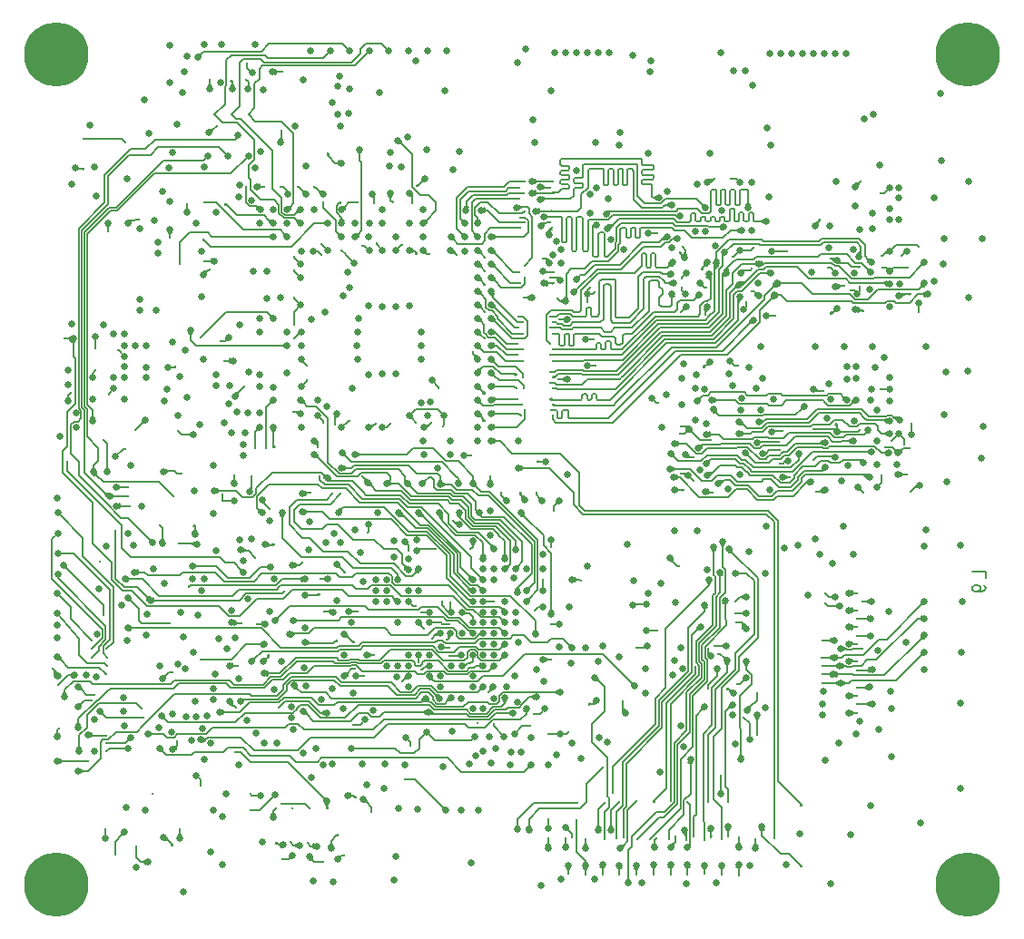
<source format=gbr>
G04 Gerber PCB Fabrication Data in Gerber  Example 2, created by Karel Tavernier, Filip Vermeire and Thomas Weyn*
G04 Ucamco copyright*
%TF.GenerationSoftware,Ucamco,UcamX,1.1.0-1400509*%
%TF.CreationDate,2014-07-14T00:00:00+01:00*%
%FSLAX25Y25*%
%MOMM*%
%TF.FileFunction,Copper,L9,Inr,Signal*%
%TF.FilePolarity,Positive*%
%TF.Part,Single*%
%TF.SameCoordinates*%
%TA.AperFunction,Conductor*%
%ADD10C,0.15000*%
%TA.AperFunction,NonConductor*%
%ADD11C,0.20000*%
%TA.AperFunction,ViaPad*%
%ADD12C,0.30000*%
%ADD13C,0.65000*%
%TA.AperFunction,WasherPad*%
%ADD14C,6.00000*%
G01*
%LPD*%
D10*
X545060Y1647900D02*
X527380Y1630220D01*
X545060Y1647900D02*
X527380Y1665580D01*
X545060Y1647900D02*
X789700D01*
X509700Y1647900D02*
X545060D01*
X839110Y1887900D02*
X815400Y1876250D01*
X839110Y1887900D02*
X815400Y1911610D01*
X839110Y1887900D02*
X954700D01*
X797720Y1893930D02*
X794700D01*
Y1887900D01*
X839110D01*
X709700Y7182900D02*
X694700D01*
X709700Y7182900D02*
X739090D01*
X749400Y7183200D01*
X739090Y7182900D02*
X749400Y7172600D01*
X739090Y7182900D02*
X749700D01*
X754700Y7177900D01*
X674700Y7187900D02*
X704700D01*
X709700Y7182900D01*
X754750Y7462950D02*
X1104650D01*
X1144700Y7422900D01*
X1046750Y891100D02*
Y779950D01*
X1930700Y8007750D02*
Y7963260D01*
Y7927900D01*
X1930700Y7963260D02*
X1913020Y7945580D01*
X1930700Y7963260D02*
X1948380Y7945580D01*
X2139700Y7927900D02*
Y7963260D01*
Y7981790D01*
X2139700Y7963260D02*
X2122020Y7945580D01*
X2139700Y7963260D02*
X2157380Y7945580D01*
X2139700Y7981790D02*
Y7992400D01*
X2129450Y8002650D01*
X2139700Y7981790D02*
X2124150Y7997350D01*
X2284700Y7927900D02*
X2288200Y7931400D01*
Y7989400D01*
X2269700Y8007900D01*
X2299700Y8097900D02*
X2324700D01*
X2299700Y8097900D02*
Y8072900D01*
X2299700Y8097900D02*
X2274700Y8122900D01*
Y8162900D01*
X2324700Y8072900D02*
X2329700Y8077900D01*
X2319700D01*
X2299700Y8097900D01*
X2589700Y7422900D02*
X2594700Y7427900D01*
Y7463260D01*
Y7537900D01*
X2594700Y7463260D02*
X2572020Y7440580D01*
X2594700Y7463260D02*
X2607380Y7440580D01*
X7727240Y3180000D02*
X7744920Y3197680D01*
X7727240Y3180000D02*
X7744920Y3162320D01*
X7727240Y3180000D02*
X7762600D01*
X7669700Y3212900D02*
X7702600Y3180000D01*
X7727240D01*
X7772240Y3100000D02*
X7789920Y3117680D01*
X7772240Y3100000D02*
X7789920Y3082320D01*
X7772240Y3100000D02*
X7807600D01*
X7669700Y3122900D02*
X7692600Y3100000D01*
X7772240D01*
X834700Y5227900D02*
Y5267900D01*
X864700Y5297900D01*
X863250Y5504350D02*
Y5616450D01*
X954700Y1017900D02*
Y932900D01*
X1144700Y4562900D02*
X1119700D01*
X1049700Y4492900D01*
X984700Y5067900D02*
Y5082900D01*
X1029700Y5127900D01*
X1074700Y5482900D02*
X1079700D01*
X1134700Y5427900D01*
X1609700Y5332900D02*
X1604880Y5328080D01*
X1534860D01*
X1804700Y1517900D02*
X1844700Y1477900D01*
Y1417900D01*
X2050900Y4081700D02*
X2158500D01*
X2050900Y4081700D02*
Y4139100D01*
X2539700Y1337900D02*
Y1334700D01*
X2397700Y1192700D01*
X2309500D01*
X2307500Y1345100D02*
X2319700Y1332900D01*
X2404700D01*
X2437200Y4055400D02*
X2479580Y4013020D01*
Y4011390D01*
X2485940Y4005030D01*
X2319950Y4207900D02*
X2292330Y4180270D01*
X2319950Y4207900D02*
Y4183150D01*
X2304700Y4167900D01*
X2319950Y4308150D02*
Y4207900D01*
X2437200Y4055400D02*
X2419700Y4070400D01*
X2437200Y4055400D02*
Y4087900D01*
X2419700Y4087900D02*
X2424700Y4082900D01*
Y4067900D01*
X2437200Y4055400D01*
X2733250Y4912900D02*
X2766330Y4879830D01*
X2733250Y4912900D02*
X2758000D01*
X2778700Y4892200D01*
X2709700Y4912900D02*
X2733250D01*
X2833450Y5209150D02*
Y5201650D01*
X2779700Y5147900D01*
X2797200Y5375400D02*
X2779700Y5385400D01*
X2779700Y5652900D02*
X2774700D01*
X2719700Y5597900D01*
X2779700Y5402900D02*
Y5392900D01*
X2797200Y5375400D01*
X2714700Y5722900D02*
Y5844200D01*
X2778700Y5908200D01*
X2714700Y5972900D02*
Y5972200D01*
X2778700Y5908200D01*
X2714700Y6227900D02*
Y6226200D01*
X2778700Y6162200D01*
X2715000Y6357900D02*
Y6352900D01*
X2778700Y6289200D01*
X2984700Y4807900D02*
Y4822900D01*
X2934700Y4872900D01*
X2797200Y5375400D02*
X2834700Y5337900D01*
X2797200Y5375400D02*
Y5402900D01*
X2969700Y6372900D02*
X2937600Y6405000D01*
X2894350D01*
X2894760Y6405410D01*
X2969700Y6477900D02*
X2971000D01*
X3032700Y6416200D01*
X3249700Y1772900D02*
X3652100D01*
X3702100Y1722900D01*
X3834700D01*
X3884700Y1772900D01*
Y1847900D01*
X3270000Y1992900D02*
X3331650D01*
X3379700Y2040950D01*
Y2042900D01*
X3364700Y2447900D02*
X3292280D01*
X3289700Y2450480D01*
X3160080Y4762710D02*
X3220270Y4822900D01*
X3229700D01*
X3099700Y4792900D02*
Y4850250D01*
X3127070Y4877630D01*
X3099700Y4850250D02*
Y4875000D01*
X3114700Y4890000D01*
X3159700Y6417900D02*
X3194700Y6382900D01*
Y6377900D01*
X3274700Y6297900D01*
X3452200Y4780400D02*
X3409700D01*
X3452200Y4780400D02*
X3434700Y4762900D01*
X3409700D01*
X3614700Y4802900D02*
X3579700Y4767900D01*
X3539700D01*
X3474700Y4802900D02*
X3452200Y4780400D01*
X3484700Y6487900D02*
Y6472900D01*
X3539700Y6417900D01*
X3354700Y6462900D02*
X3369700D01*
X3414700Y6417900D01*
X3800900Y1794100D02*
Y1831950D01*
X3759700Y1873150D01*
X3812200Y4847800D02*
X3794700Y4860400D01*
X3812200Y4847800D02*
Y4877900D01*
X3812200Y4847800D02*
X3794700Y4865300D01*
Y4877900D01*
X4114700Y4872900D02*
X4054700Y4932900D01*
X3849700D01*
X3794700Y4877900D01*
X3849700Y4807900D02*
Y4810300D01*
X3812200Y4847800D01*
X3724700Y6467900D02*
Y6472900D01*
X3667700Y6415900D01*
X3949700Y1922900D02*
X3884700Y1857900D01*
Y1847900D01*
X3949700Y1922900D02*
X4024700Y1847900D01*
X4369700D01*
X4404700Y1882900D01*
X3940450Y2528400D02*
X3967330Y2555270D01*
X3940450Y2528400D02*
X3933400D01*
X3907900Y2502900D01*
X3904700D01*
X3979700Y2542900D02*
X3965200Y2528400D01*
X3940450D01*
X3874860Y2642720D02*
Y2573040D01*
X3875000Y2572900D01*
X4030400Y2825400D02*
X4080000D01*
X4030400Y2825400D02*
X3999700Y2794700D01*
Y2792900D01*
X4084700Y2942900D02*
X4099200Y2928400D01*
X4115130D01*
X4115630Y2927900D01*
X4164700D01*
X3979700Y2942900D02*
X4084700D01*
X4080000Y2842900D02*
X4047900D01*
X4030400Y2825400D01*
X4089150Y2714210D02*
X4090000D01*
Y2717600D01*
X4102600Y2705000D01*
X4156800D01*
X4164700Y2712900D01*
X3897200Y2915400D02*
X3879700Y2925400D01*
X3897200Y2915400D02*
Y2942900D01*
X3897200Y2915400D02*
X3929700Y2882900D01*
X3879700Y2942900D02*
Y2932900D01*
X3897200Y2915400D01*
X4094700Y3137900D02*
Y3103110D01*
X4149910Y3047900D01*
X4174700D01*
X3904700Y3042900D02*
X3979700D01*
X3889450Y3627900D02*
X3867070Y3605530D01*
X3889450Y3627900D02*
X3867070Y3630270D01*
X3889450Y3627900D02*
X3864700D01*
X3854700Y3617900D01*
X3929700Y3627900D02*
X3889450D01*
X4034700Y3627900D02*
X3929700D01*
X4104700Y4777900D02*
X4114700Y4787900D01*
Y4872900D01*
X3968200Y4781400D02*
X3924700D01*
X3968200Y4781400D02*
X3994700Y4807900D01*
X3924700Y4763900D02*
X3950700D01*
X3968200Y4781400D01*
X4059700Y5132900D02*
Y5142900D01*
X3999700Y5202900D01*
X4239990Y2632900D02*
X4262520Y2655420D01*
X4239990Y2632900D02*
X4262520Y2630680D01*
X4239990Y2632900D02*
X4164700D01*
X4274890Y2643050D02*
X4264740Y2632900D01*
X4239990D01*
X4379700Y2642900D02*
Y2582900D01*
X4359700Y2562900D01*
X4330000D01*
X4310000Y2542900D01*
X4279700D01*
X4157500Y2797500D02*
Y2842400D01*
X4157500Y2797500D02*
X4175000Y2815000D01*
Y2842400D01*
X4140550Y2783750D02*
X4143750D01*
X4157500Y2797500D01*
X4174700Y3132900D02*
Y3047900D01*
X4349700Y3027900D02*
X4294700D01*
X4279700Y3042900D01*
X4349700Y3027900D02*
X4352100D01*
X4379700Y3000300D01*
Y2942900D01*
X4579700Y1997900D02*
Y1977900D01*
X4674700Y1882900D01*
X4919700Y1977900D02*
X4839700D01*
X4769700Y1907900D01*
X5082200Y1110400D02*
Y1025400D01*
X5054700Y2142900D02*
X5006200Y2094400D01*
X4948200D01*
X5088700Y1903900D02*
X5193700D01*
X5114700Y2931650D02*
X5190000D01*
X5037750Y3345000D02*
Y3341950D01*
X5034700Y3338900D01*
Y3242900D01*
X5114700Y3647900D02*
Y3717900D01*
X4983700Y4445100D02*
Y4452900D01*
X4989700Y4446900D01*
X5058700D01*
X5274690Y1922910D02*
X5255680Y1903900D01*
X5193700D01*
X5506950Y5583900D02*
X5431950D01*
X5448150Y5937700D02*
Y6007700D01*
X5446950Y6008900D01*
Y6043900D01*
X5476950Y6073900D01*
X5526950Y5343900D02*
X5446950D01*
X5446950Y6008900D02*
X5501950D01*
X5521950Y6028900D01*
X5974950Y2712900D02*
X5997330Y2735270D01*
X5974950Y2712900D02*
X5997330Y2710530D01*
X5974950Y2712900D02*
X5999700D01*
X6009700Y2722900D01*
X5904700Y2712900D02*
X5974950D01*
X6004700Y3112900D02*
X5874700D01*
X5872200Y3110400D01*
X6004700Y2867900D02*
X6099700D01*
X6111950Y4993900D02*
X6096950D01*
X6051950Y5038900D01*
X6101950Y6578900D02*
X6016950D01*
X6441950Y4263900D02*
X6440030D01*
X6387790Y4316140D01*
X6406700Y4488900D02*
X6374320Y4521270D01*
X6406700Y4488900D02*
X6381950D01*
X6361950Y4508900D01*
X6345280Y4333900D02*
X6375420Y4303770D01*
X6345280Y4333900D02*
X6370030D01*
X6387790Y4316140D01*
X6321950Y4333900D02*
X6345280D01*
X6436950Y4488900D02*
X6406700D01*
X6326950Y6073900D02*
Y6048900D01*
X6366950Y6008900D01*
X6326950Y6158900D02*
Y6163900D01*
X6371950Y6208900D01*
X6374450D01*
X6856950Y5338900D02*
X6821950D01*
X6776950Y5383900D01*
X6909700Y2057900D02*
X6964700Y2002900D01*
Y1857900D01*
X7236950Y4628900D02*
X7226950D01*
X7225180Y4630670D01*
X7038720D01*
X7031950Y4623900D01*
X6931950Y5938900D02*
Y5888900D01*
X6908540Y5865490D01*
X6996950Y6438900D02*
X6971950Y6413900D01*
X6871950D01*
X6801950Y6358900D02*
X6816950D01*
X6871950Y6413900D01*
X6786950Y7088900D02*
X6836950D01*
X6876950Y7048900D01*
X7284880Y4440900D02*
X7313750Y4440910D01*
X7284880Y4440900D02*
X7294180Y4450200D01*
X7321950D01*
X7241950Y4428900D02*
X7244950Y4431900D01*
X7281000D01*
X7290000Y4440900D01*
X7284880D01*
X7199050Y4728900D02*
X7179470Y4709330D01*
X7199050Y4728900D02*
X7179470Y4734070D01*
X7199050Y4728900D02*
X7176950D01*
X7166950Y4718900D01*
Y4721700D01*
X7167100D01*
X7266950Y4728900D02*
X7199050D01*
X7201950Y5808900D02*
X7121950D01*
X7316950Y6407950D02*
X7166950D01*
X7561950Y4463900D02*
X7593750Y4495700D01*
X7724550D01*
X7603700Y5101900D02*
X7574320Y5131270D01*
X7603700Y5101900D02*
X7578950D01*
X7561950Y5118900D01*
X7724550Y4495700D02*
X7747630Y4497370D01*
X7724550Y4495700D02*
X7747630Y4472630D01*
X7724550Y4495700D02*
X7740150D01*
X7750850Y4485000D01*
X7760000D01*
X7653950Y5101900D02*
X7603700D01*
X7761950Y6208900D02*
X7716950Y6253900D01*
X7693180D01*
X7906750Y6044100D02*
X7938120D01*
X7967880Y6014340D01*
X7992150Y6079100D02*
Y6038610D01*
X7967880Y6014340D01*
X8191950Y4313900D02*
Y4246950D01*
X8155000Y4210000D01*
X8286950Y4638900D02*
X8356950Y4708900D01*
X8406950Y4608900D02*
Y4658900D01*
X8356950Y4708900D01*
X8181950Y5123900D02*
X8271950D01*
X8381950Y6363900D02*
X8425200Y6407150D01*
X8433800D01*
X8224450Y6391400D02*
X8271950D01*
X8224450Y6391400D02*
X8197900Y6364850D01*
X8196000D01*
X8271950Y6408900D02*
X8333050Y6470000D01*
X8522850D01*
X8542950Y6449900D01*
X8271950Y6408900D02*
X8241950D01*
X8224450Y6391400D01*
X8186950Y6953900D02*
X8218550D01*
X8268700Y7004050D01*
X8505750Y4207700D02*
X8550000D01*
X8505750Y4207700D02*
X8523250Y4225200D01*
X8550000D01*
X8461950Y4163900D02*
X8505750Y4207700D01*
X8471950Y4798900D02*
Y4701970D01*
X8471210Y4701230D01*
X8541950Y5838900D02*
Y5923900D01*
X509700Y1916080D02*
X528790Y1896990D01*
X509700Y1916080D02*
X490610Y1896990D01*
X509700Y1916080D02*
Y1877900D01*
X524700Y1957900D02*
X509700Y1942900D01*
Y1916080D01*
X574700Y2290580D02*
X593790Y2271490D01*
X574700Y2290580D02*
X555610Y2271490D01*
X574700Y2290580D02*
Y2252400D01*
X969700Y2372900D02*
X837100D01*
X812100Y2397900D01*
X654700D01*
X574700Y2317900D01*
Y2290580D01*
X631520Y2452900D02*
X604370D01*
X515280Y2363810D01*
X536700Y2595900D02*
X509700D01*
X536700Y2595900D02*
Y2622900D01*
X536700Y2595900D02*
X607600Y2525000D01*
X897600D01*
X953100Y2469500D01*
X509700Y2622900D02*
X536700Y2595900D01*
X631520Y2452900D02*
X650610Y2471990D01*
X631520Y2452900D02*
X650610Y2433810D01*
X669700Y2452900D02*
X631520D01*
X488920Y2488680D02*
X488910Y2453800D01*
X488920Y2488680D02*
X509700Y2467900D01*
Y2447670D01*
X507920Y2445890D01*
X487920Y2489680D02*
X487910Y2452810D01*
X487920Y2489680D02*
X488920Y2488680D01*
X486920Y2490680D02*
X486910Y2451830D01*
X486920Y2490680D02*
X487920Y2489680D01*
X485920Y2491680D02*
Y2450840D01*
X485920Y2491680D02*
X486920Y2490680D01*
X484920Y2492680D02*
Y2449850D01*
X484920Y2492680D02*
X485920Y2491680D01*
X483920Y2493680D02*
Y2448860D01*
X483920Y2493680D02*
X484920Y2492680D01*
X482920Y2494680D02*
Y2447870D01*
X482920Y2494680D02*
X483920Y2493680D01*
X481920Y2495680D02*
Y2446880D01*
X481920Y2495680D02*
X482920Y2494680D01*
X480920Y2496680D02*
X507920Y2472890D01*
X480920Y2496680D02*
Y2445890D01*
X480920Y2496680D02*
X481920Y2495680D01*
X464700Y2512900D02*
X480920Y2496680D01*
X972600Y2540000D02*
X947600Y2565000D01*
X785000D01*
X709700Y2640300D01*
Y2797280D01*
X509700Y3027900D01*
X829700Y2777900D02*
X629700Y2977900D01*
Y3092900D01*
X509700Y3212900D01*
X831800Y2700000D02*
X931120Y2799320D01*
Y2881480D01*
X457200Y3355400D01*
Y3724150D01*
X510200Y3777150D01*
X591700Y3455900D02*
X564700D01*
X591700Y3455900D02*
Y3482900D01*
X591700Y3455900D02*
X564700Y3482900D01*
X939700Y3017900D02*
Y3107900D01*
X591700Y3455900D01*
X510200Y3396150D02*
Y3362400D01*
X957120Y2915480D01*
Y2785320D01*
X893200Y2721400D01*
Y2685600D01*
X827600Y2620000D01*
X510200Y3586650D02*
X658350D01*
X994700Y3250300D01*
Y2782900D01*
X934300Y2722500D01*
Y2657500D01*
X971800Y2620000D01*
X966800Y2700000D02*
X1027700Y2760900D01*
Y3277300D01*
X741930Y3563070D01*
Y3735920D01*
X510200Y3967650D01*
X3650100Y3169900D02*
X3627100Y3192900D01*
X3220420D01*
X3165420Y3247900D01*
X2694700D01*
X2611800Y3165000D01*
X2371800D01*
X2209700Y3002900D01*
X2108980D01*
X2013980Y3097900D01*
X1344700D01*
X1199700Y3242900D01*
X1117100D01*
X1012700Y3347300D01*
Y3507300D01*
X835000Y3685000D01*
Y4065100D01*
X559700Y4340400D01*
Y4550000D01*
X599700Y4590000D01*
Y4907900D01*
X675000Y4983200D01*
Y5407600D01*
X654700Y5427900D01*
Y5553720D01*
X2192950Y7491900D02*
Y7484200D01*
X2161650Y7452900D01*
X1419700D01*
X1329700Y7362900D01*
X1190090D01*
X944890Y7117700D01*
Y6863090D01*
X705700Y6623900D01*
Y4942620D01*
X729700Y4918620D01*
Y4848900D01*
X698700Y4817900D01*
X663980D01*
X634700Y4788620D01*
Y4517900D01*
X707200Y4445400D01*
X2069700Y3502900D02*
X2018600Y3554000D01*
X1193600D01*
X1109700Y3637900D01*
Y3847900D01*
X599700Y4357900D01*
Y4447900D01*
X605700Y5046080D02*
X624790Y5026990D01*
X605700Y5046080D02*
X586610Y5026990D01*
X605700Y5046080D02*
Y5062310D01*
X628960Y5085570D01*
X605700Y5007900D02*
Y5046080D01*
X616520Y5591900D02*
X635610Y5610990D01*
X616520Y5591900D02*
X635610Y5572810D01*
X616520Y5591900D02*
X654700D01*
X573700Y5591900D02*
X616520D01*
X738880Y1557900D02*
X719790Y1538810D01*
X738880Y1557900D02*
X719790Y1576990D01*
X738880Y1557900D02*
X792900D01*
X909700Y1674700D01*
Y1829700D01*
X932500Y1852500D01*
X982500D01*
X1055000Y1925000D01*
X1246800D01*
X1301800Y1980000D01*
X700700Y1557900D02*
X738880D01*
X709700Y1786080D02*
X728790Y1766990D01*
X709700Y1786080D02*
X690610Y1766990D01*
X709700Y1786080D02*
Y1747900D01*
X1296800Y2140000D02*
X1295000D01*
X1243520Y2191480D01*
X896480D01*
X784700Y2079700D01*
Y1967900D01*
X709700Y1892900D01*
Y1786080D01*
X704700Y2009080D02*
X719790Y1985990D01*
X704700Y2009080D02*
X681610Y1985990D01*
X704700Y2009080D02*
Y1970900D01*
X700700Y1966900D01*
X971800Y2300000D02*
X889290Y2217490D01*
X876240D01*
X876230Y2217480D01*
Y2216230D01*
X704700Y2044700D01*
Y2009080D01*
X954700Y1887900D02*
X964700D01*
X731700Y2320900D02*
X699700D01*
X731700Y2320900D02*
X726700Y2347900D01*
X731700Y2320900D02*
X779700Y2272900D01*
X854700D01*
X699700Y2347900D02*
X704700D01*
X731700Y2320900D01*
X727700Y2183900D02*
Y2156900D01*
X727700Y2183900D02*
X700700D01*
X727700Y2183900D02*
X700700Y2156900D01*
X826800Y2220000D02*
X763800D01*
X727700Y2183900D01*
X952700Y4149900D02*
X755700Y4346900D01*
Y4929390D01*
X732690Y4952400D01*
Y4973920D01*
X732700Y4973930D01*
Y6605900D01*
X979700Y6852900D01*
Y7114320D01*
X1174280Y7308900D01*
X1375700D01*
X1449700Y7382900D01*
X2016200D01*
X2097700Y7301400D01*
X1367700Y3719900D02*
X1164700Y3922900D01*
X1098980D01*
X942930Y4078950D01*
Y4079670D01*
X707200Y4315400D01*
Y4445400D01*
X844700Y4386080D02*
X863790Y4366990D01*
X844700Y4386080D02*
X825610Y4366990D01*
X844700Y4386080D02*
Y4407900D01*
X889700Y4452900D01*
X871700Y4320900D02*
X844700D01*
X871700Y4320900D02*
Y4347900D01*
X871700Y4320900D02*
X934700Y4257900D01*
X1454700D01*
X1588950Y4123650D01*
X1907200Y7301400D02*
X1912750D01*
X1870350Y7259000D01*
X1495080D01*
X1053980Y6817900D01*
X989700D01*
X758700Y6586900D01*
Y4963160D01*
X784700Y4937160D01*
Y4680300D01*
X889700Y4575300D01*
Y4452900D01*
X844700Y4347900D02*
X871700Y4320900D01*
X844700Y4347900D02*
Y4386080D01*
X834700Y4866080D02*
X853790Y4846990D01*
X834700Y4866080D02*
X815610Y4846990D01*
X834700Y4866080D02*
Y4827900D01*
X2288200Y7301400D02*
Y7296400D01*
X2126800Y7135000D01*
X1415000D01*
X1067900Y6787900D01*
X1004700D01*
X784700Y6567900D01*
Y4973930D01*
X834700Y4923930D01*
Y4866080D01*
X654700Y5553720D02*
X635610Y5572810D01*
X654700Y5553720D02*
X673790Y5572810D01*
X654700Y5553720D02*
Y5591900D01*
X1107700Y960900D02*
X1046750Y899950D01*
Y891100D01*
X1107700Y960900D02*
Y987900D01*
X1107700Y960900D02*
X1134700D01*
X1134700Y987900D02*
X1107700Y960900D01*
X930790Y2091810D02*
X903790Y2092030D01*
X930790Y2091810D02*
Y2119030D01*
X930790Y2091810D02*
X962600Y2060000D01*
X1307600D01*
X903790Y2119030D02*
Y2118810D01*
X930790Y2091810D01*
X4441520Y2542900D02*
X4412900D01*
X4388900Y2518900D01*
X4348210D01*
X4322210Y2492900D01*
X4158980D01*
X4058980Y2592900D01*
X3932900D01*
X3910510Y2570510D01*
Y2555720D01*
X3893190Y2538400D01*
X3889980D01*
X3888970Y2537390D01*
X3860300D01*
X3860290Y2537400D01*
X3852600D01*
X3839360Y2550640D01*
Y2570640D01*
X3817100Y2592900D01*
X3553960D01*
X3527960Y2566900D01*
X3311890D01*
X3303170Y2575620D01*
X3243250D01*
X3234530Y2566900D01*
X3100000D01*
X3081900Y2585000D01*
X2740000D01*
X2591900Y2436900D01*
X2498700D01*
X2426800Y2365000D01*
X2155000D01*
X2116100Y2403900D01*
X1593900D01*
X1562900Y2372900D01*
X969700D01*
X971800Y2300000D02*
X1001800Y2330000D01*
X1590000D01*
X1637900Y2377900D01*
X2082100D01*
X2125000Y2335000D01*
X2437800D01*
X2513700Y2410900D01*
X2616240D01*
X2675240Y2469900D01*
X2836700D01*
X2904700Y2537900D01*
X3242310D01*
X3254030Y2549620D01*
X3292400D01*
X3349120Y2492900D01*
X3842100D01*
X3867600Y2467400D01*
X3927400D01*
X3952900Y2492900D01*
X4115130D01*
X4141130Y2466900D01*
X4293930D01*
X4293940Y2466890D01*
X4332970D01*
X4358980Y2492900D01*
X4529700D01*
X4552700Y2515900D01*
X953100Y2469500D02*
X962600Y2460000D01*
X966800D01*
X953100Y2469500D02*
X957300Y2460000D01*
X953100Y2469500D02*
X966800D01*
X1202880Y2892900D02*
X1164700D01*
X1191710Y3150900D02*
X1164700D01*
X1164700Y3177900D02*
X1164710D01*
X1191710Y3150900D01*
X1049950Y3803150D02*
Y3355050D01*
X1130000Y3275000D01*
X1252600D01*
X1347700Y3179900D01*
X1177880Y3349900D02*
X1158790Y3330810D01*
X1177880Y3349900D02*
X1158790Y3368990D01*
X1139700Y3349900D02*
X1177880D01*
X954700Y4147900D02*
X990950D01*
X954700Y4147900D02*
X953700Y4148900D01*
X991940D01*
X953700Y4148900D02*
X952700Y4149900D01*
X992930D01*
X952700Y4149900D02*
X965930Y4122900D01*
X1031110Y4122900D02*
X1012020Y4103810D01*
X1031110Y4122900D02*
X1012020Y4141990D01*
X1031110Y4122900D02*
X992930D01*
X978980Y4136840D01*
X965760D01*
X954700Y4147900D01*
X1164700Y4122900D02*
X1031110D01*
X1092880Y4207900D02*
X1073790Y4188810D01*
X1092880Y4207900D02*
X1073790Y4226990D01*
X1092880Y4207900D02*
X1054700D01*
X1164700Y4207900D02*
X1092880D01*
X1097880Y4032900D02*
X1078790Y4013810D01*
X1097880Y4032900D02*
X1078790Y4051990D01*
X1097880Y4032900D02*
X1059700D01*
X1184700Y4032900D02*
X1097880D01*
X969700Y4386080D02*
X988790Y4366990D01*
X969700Y4386080D02*
X950610Y4366990D01*
X969700Y4386080D02*
Y4617900D01*
X939700Y4647900D01*
X969700Y4347900D02*
Y4386080D01*
X979700Y6634720D02*
X960610Y6653810D01*
X979700Y6634720D02*
X998790Y6653810D01*
X979700Y6634720D02*
Y6672900D01*
X979700Y6592900D02*
Y6634720D01*
X1164700Y6672900D02*
X1165000D01*
X1192000Y6699900D01*
X1164700D01*
X1312770Y706650D02*
X1331860Y725740D01*
X1312770Y706650D02*
X1331860Y687560D01*
X1312770Y706650D02*
X1350950D01*
X1239700Y852900D02*
Y755300D01*
X1288350Y706650D01*
X1312770D01*
X1387880Y1902900D02*
X1368790Y1883810D01*
X1387880Y1902900D02*
X1368790Y1921990D01*
X1387880Y1902900D02*
X1349700D01*
X3339700Y1942900D02*
X2804700D01*
X2749700Y1997900D01*
X2664700D01*
X2629700Y1962900D01*
X1954700D01*
X1896200Y1904400D01*
X1626920D01*
X1595420Y1872900D01*
X1529700D01*
X1499700Y1902900D01*
X1387880D01*
X1301800Y1980000D02*
X1599700Y2277900D01*
X2300000D01*
X2317900Y2260000D01*
X2555000D01*
X2615000Y2320000D01*
Y2365690D01*
X2689310Y2440000D01*
X3102600D01*
X3157600Y2385000D01*
X3617600D01*
X3709700Y2292900D01*
X3807900D01*
X3870000Y2355000D01*
X3990000D01*
X4052280Y2292720D01*
X4095580D01*
X4095760Y2292900D01*
X4429700D01*
X4452700Y2315900D01*
X1191710Y3150900D02*
X1267230Y3075370D01*
Y2959270D01*
X1289700Y2936800D01*
X1555800D01*
X1202880Y2892900D02*
X1183790Y2873810D01*
X1202880Y2892900D02*
X1183790Y2911990D01*
X5277700Y2737300D02*
X5220000Y2795000D01*
X5115000D01*
X5080000Y2760000D01*
X4925000D01*
X4860000Y2825000D01*
X4760000D01*
X4727900Y2792900D01*
X4442900D01*
X4398400Y2748400D01*
X4158610D01*
X4158460Y2748250D01*
X4125830D01*
X4105050Y2769030D01*
Y2769950D01*
X4095920Y2779080D01*
X4051680D01*
X4030000Y2757400D01*
X3350350D01*
X3320850Y2727900D01*
X3129700D01*
X3109700Y2707900D01*
X2592100D01*
X2407100Y2892900D01*
X1202880D01*
X1412880Y3152900D02*
X1393790Y3133810D01*
X1412880Y3152900D02*
X1393790Y3171990D01*
X1412880Y3152900D02*
X2203980D01*
X2266480Y3215400D01*
X2602200D01*
X2624700Y3237900D01*
X1347700Y3179900D02*
X1374700D01*
X1347700Y3179900D02*
Y3152900D01*
X1347700Y3179900D02*
X1374700Y3152900D01*
X1412880D01*
X1191710Y3150900D02*
X1191700Y3177900D01*
X1177880Y3349900D02*
X1300100D01*
X1457100Y3192900D01*
X2139700D01*
X2201800Y3255000D01*
X2551950D01*
X2569840Y3272860D01*
X2589890Y3292900D01*
X3257100D01*
X3290000Y3260000D01*
X3400000D01*
X3432900Y3292900D01*
X3612100D01*
X3712100Y3192900D01*
X4200420D01*
X4326410Y3066900D01*
X4383100D01*
X4457100Y2992900D01*
X4629700D01*
X4652700Y2969900D01*
X1267880Y3414930D02*
X1248790Y3395840D01*
X1267880Y3414930D02*
X1248790Y3434020D01*
X1267880Y3414930D02*
X1229700D01*
X1267880Y3414930D02*
X1320000D01*
X1349930Y3385000D01*
X1647600D01*
X1677600Y3415000D01*
X1976820D01*
X2061820Y3330000D01*
X2340000D01*
X2412900Y3402900D01*
X3102500D01*
X3135400Y3370000D01*
X3260000D01*
X3295000Y3405000D01*
X3600000D01*
X3629700Y3375300D01*
Y3322180D01*
X3658980Y3292900D01*
X4153240D01*
X4353240Y3092900D01*
X4629700D01*
X4652700Y3069900D01*
X1394700Y3692900D02*
X1367700Y3719900D01*
Y3692900D01*
X1367700Y3719900D02*
X1394700D01*
X1297700Y4805900D02*
Y4832900D01*
X1297700Y4805900D02*
X1324700D01*
X1297700Y4805900D02*
X1234700Y4742900D01*
X1324700Y4832900D02*
X1297700Y4805900D01*
X1192000Y6699900D02*
X1191700Y6672900D01*
X1192000Y6699900D02*
Y6685000D01*
X1191870Y6672900D01*
X1191700D01*
X1192000Y6699900D02*
X1227000D01*
X1235000Y6707900D01*
X1264700D01*
X1570200Y877400D02*
X1579700Y872400D01*
X1570200Y877400D02*
Y862900D01*
X1570200Y877400D02*
X1536450Y911150D01*
X1533450Y914150D02*
X1497400Y914140D01*
X1533450Y914150D02*
X1509450Y938150D01*
X1494450D01*
X1534450Y913150D02*
X1496420D01*
X1534450Y913150D02*
X1533450Y914150D01*
X1535450Y912150D02*
X1495440D01*
X1535450Y912150D02*
X1534450Y913150D01*
X1536450Y911150D02*
X1494450D01*
X1536450Y911150D02*
X1521450Y938150D01*
X1536450Y911150D02*
X1535450Y912150D01*
X1579700Y862900D02*
Y867900D01*
X1570200Y877400D01*
X1649700Y971080D02*
X1668790Y951990D01*
X1649700Y971080D02*
X1630610Y951990D01*
X1649700Y971080D02*
Y1012900D01*
X1649700Y932900D02*
Y971080D01*
X1611700Y1789900D02*
Y1762900D01*
X1611700Y1789900D02*
X1584700D01*
X1611700Y1789900D02*
X1584700Y1762900D01*
X1619700Y1837900D02*
Y1797900D01*
X1611700Y1789900D01*
X4897450Y1591150D02*
X4856300Y1550000D01*
X4275000D01*
X4144600Y1680400D01*
X2968970D01*
X2933570Y1645000D01*
X2735830D01*
X2675830Y1705000D01*
X2312600D01*
X2239700Y1777900D01*
X2094700D01*
X2054700Y1737900D01*
X1784700D01*
X1759700Y1712900D01*
X1519700D01*
X1491700Y1740900D01*
X1464700Y1767900D01*
X1491700Y1740900D02*
Y1767900D01*
X1491700Y1740900D02*
X1464700D01*
X1506700Y2045900D02*
X1479700D01*
X1506700Y2045900D02*
Y2072900D01*
X1506700Y2045900D02*
X1479700Y2072900D01*
X4679700Y2204720D02*
Y2191900D01*
X4643800Y2156000D01*
X4599340D01*
X4599330Y2156010D01*
X4571010D01*
X4507900Y2092900D01*
X4358980D01*
X4320980Y2130900D01*
X4018280D01*
X3976280Y2172900D01*
X3312900D01*
X3192900Y2052900D01*
X2959700D01*
X2839700Y2172900D01*
X2774700D01*
X2739700Y2137900D01*
Y2137180D01*
X2710420Y2107900D01*
X2709700D01*
X2704700Y2102900D01*
X2257900D01*
X2167900Y2012900D01*
X1539700D01*
X1506700Y2045900D01*
X1516700Y2449900D02*
Y2422900D01*
X1516700Y2449900D02*
X1489700D01*
X1516700Y2449900D02*
X1489700Y2422900D01*
X1583800Y2480000D02*
X1582650Y2481150D01*
X1547950D01*
X1516700Y2449900D01*
X1484700Y3721080D02*
X1503790Y3701990D01*
X1484700Y3721080D02*
X1465610Y3701990D01*
X1484700Y3721080D02*
Y3822900D01*
X1459700Y3847900D01*
X1484700Y3682900D02*
Y3721080D01*
X1761520Y3682900D02*
X1639700D01*
X1537880Y4357900D02*
X1513790Y4333810D01*
X1537880Y4357900D02*
X1513790Y4371990D01*
X1537880Y4357900D02*
X1499700D01*
X1494700Y4352900D01*
X1669700Y4332900D02*
X1624700D01*
X1599700Y4357900D01*
X1537880D01*
X1741520Y4697900D02*
X1664700D01*
X1629700Y4732900D01*
X1646450Y6287900D02*
Y6491450D01*
X1737900Y6582900D01*
X1907100D01*
X1946800Y6543200D01*
X2486520D01*
X1557950Y6572970D02*
X1538860Y6592060D01*
X1557950Y6572970D02*
X1577040Y6592060D01*
X1557950Y6572970D02*
Y6611150D01*
X1557950Y6532900D02*
Y6572970D01*
X1716700Y6809080D02*
X1697610Y6789990D01*
X4879700Y2104720D02*
Y2093410D01*
X4826290Y2040000D01*
X4571580D01*
X4494480Y1962900D01*
X4340650D01*
X4305650Y1997900D01*
X3584700D01*
X3456700Y1869900D01*
X2869900D01*
X2750000Y1750000D01*
X2340000D01*
X2217100Y1872900D01*
X1909840D01*
X1886940Y1850000D01*
Y1847900D01*
X1859700D01*
X1856050Y1851550D01*
X1845110D01*
X1886940Y1847900D02*
X1864200Y1870640D01*
X1886940Y1847900D02*
X1864200Y1832460D01*
X2401460Y2740000D02*
X2270000D01*
X2130000Y2600000D01*
X1845000D01*
X1753140Y3292900D02*
X1736420Y3276180D01*
X1753140Y3292900D02*
X2546030D01*
X2585540Y3332400D01*
X2603040Y3349900D01*
X2776520D01*
X1729700Y3282900D02*
X1739700Y3292900D01*
X1753140D01*
X2461520Y3462900D02*
X2402900D01*
X2302900Y3362900D01*
X2099700D01*
X1989700Y3472900D01*
X1802880D01*
X1783790Y3453810D01*
X1802880Y3472900D02*
X1783790Y3491990D01*
X1802880Y3472900D02*
X1764700D01*
X1764340Y3682900D02*
X1790610Y3656610D01*
X1764340Y3682900D02*
X1762930D01*
X1790610Y3655210D01*
X1762930Y3682900D02*
X1761520D01*
X1790610Y3691990D01*
X1761520Y3682900D02*
X1790610Y3653810D01*
X1809700Y3672900D02*
X1799700Y3682900D01*
X1764340D01*
X1789700Y3806080D02*
X1808790Y3786990D01*
X1789700Y3806080D02*
X1770610Y3786990D01*
X1789700Y3806080D02*
Y3833710D01*
X1777230Y3846180D01*
X1789700Y3833710D02*
X1790670Y3846180D01*
X1789700Y3833710D02*
Y3847150D01*
X1783950Y3852900D01*
X1789700Y3767900D02*
Y3806080D01*
X1741520Y4697900D02*
X1760610Y4716990D01*
X1741520Y4697900D02*
X1760610Y4678810D01*
X1779700Y4697900D02*
X1741520D01*
X1749700Y5629720D02*
Y5577900D01*
X1800400Y5527200D01*
X2613520D01*
X2497700Y5809900D02*
X2464700Y5842900D01*
X2083600D01*
X1846650Y5605950D01*
X1749700Y5629720D02*
X1732270Y5650470D01*
X1749700Y5629720D02*
X1770450Y5650470D01*
X1751360Y5669560D02*
X1749700Y5667900D01*
Y5629720D01*
X1896700Y6219900D02*
Y6192900D01*
X1896700Y6219900D02*
X1869700D01*
X1896700Y6219900D02*
X1906700D01*
X1929700Y6242900D01*
X1869700Y6192900D02*
X1896700Y6219900D01*
X1936520Y6317900D02*
X1955610Y6336990D01*
X1936520Y6317900D02*
X1955610Y6298810D01*
X1936520Y6317900D02*
X1974700D01*
X1874700Y6317900D02*
X1936520D01*
X1881600Y6513400D02*
X1869700D01*
X1881600Y6513400D02*
X1879200Y6522900D01*
X1881600Y6513400D02*
X1940000Y6455000D01*
X2690000D01*
X2905200Y6670200D01*
X2994520D01*
X1869700Y6522900D02*
X1872100D01*
X1881600Y6513400D01*
X1716700Y6809080D02*
X1735790Y6789990D01*
X1716700Y6809080D02*
Y6770900D01*
X1716700Y6852900D02*
Y6809080D01*
X2624700Y6572900D02*
X2589700Y6607900D01*
X2244700D01*
X1990450Y6862150D01*
X1875450D01*
X1814700Y8217900D02*
X1841700Y8244900D01*
X1870800Y8274000D01*
X2410800D01*
X2480800Y8344000D01*
X3168600D01*
X3234700Y8277900D01*
X1841700Y8244900D02*
X1814700D01*
X1841700Y8244900D02*
Y8217900D01*
X2992700Y1304900D02*
X2656700Y1640900D01*
X2313160D01*
X2215260Y1738800D01*
X2164700D01*
X2062880Y2107900D02*
X2043790Y2088810D01*
X2062880Y2107900D02*
X2043790Y2126990D01*
X2062880Y2107900D02*
X2209700D01*
X2301800Y2200000D01*
X2575000D01*
X2620000Y2245000D01*
X2876880D01*
X2945140Y2176740D01*
X3090000D01*
X3118260Y2205000D01*
X3901800D01*
X3907700Y2210900D01*
X2024700Y2107900D02*
X2062880D01*
X2141700Y2170900D02*
X2114700Y2180900D01*
X2141700Y2170900D02*
Y2207900D01*
X2141700Y2170900D02*
X2149700Y2162900D01*
X2154700D01*
X2169700Y2147900D01*
X2114700Y2207900D02*
Y2197900D01*
X2141700Y2170900D01*
X2245000Y2230000D02*
X2224600Y2229990D01*
X2219700Y2207900D02*
X2222900D01*
X2245000Y2230000D01*
X2148980Y2541800D02*
X2129890Y2522710D01*
X2148980Y2541800D02*
X2129890Y2560890D01*
X2148980Y2541800D02*
X2110800D01*
X2189700Y2541800D02*
X2148980D01*
X2178980Y2936800D02*
X2153790Y2923810D01*
X2178980Y2936800D02*
X2153790Y2961990D01*
X2178980Y2936800D02*
X2140800D01*
X2134700Y2942900D01*
X2224700Y2936800D02*
X2178980D01*
X2217700Y3439900D02*
X2244700D01*
X2217700Y3439900D02*
Y3412900D01*
X2217700Y3439900D02*
X2154700Y3502900D01*
X2069700D01*
X2244700Y3412900D02*
X2217700Y3439900D01*
X2214700Y3622900D02*
X2226760Y3610840D01*
X2259290D01*
X2264940Y3610840D02*
X2233790Y3641990D01*
X2263530Y3610840D02*
X2233780Y3640580D01*
X2262120Y3610840D02*
X2233770Y3639170D01*
X2260710Y3610840D02*
X2233760Y3637760D01*
X2259290Y3610840D02*
X2233750Y3636350D01*
X2154700Y4276080D02*
X2173790Y4256990D01*
X2154700Y4276080D02*
X2135610Y4256990D01*
X2154700Y4237900D02*
Y4276080D01*
X2995100Y4319900D02*
X2969600Y4345400D01*
X2510400D01*
X2360000Y4195000D01*
Y4150000D01*
X2325000Y4115000D01*
X2235000D01*
X2175400Y4174600D01*
X2014580D01*
X1976400D01*
X1974700Y4172900D01*
X2014580Y4174600D02*
X1993790Y4191990D01*
X2014580Y4174600D02*
X1993790Y4153810D01*
X2154700Y4276080D02*
Y4299460D01*
X2152980Y4311180D01*
X2154700Y4299460D02*
X2166420Y4311180D01*
X2154700Y4299460D02*
Y4312900D01*
X2159700Y4317900D01*
X2191700Y5091700D02*
Y5057900D01*
X2164700Y5057900D02*
Y5064700D01*
X2191700Y5091700D01*
X2164700Y5084900D01*
X2191700Y5091700D02*
X2247900Y5147900D01*
X2249700D01*
X2106520Y5387900D02*
X2125610Y5406990D01*
X2106520Y5387900D02*
X2125610Y5368810D01*
X2106520Y5387900D02*
X2144700D01*
X2064700Y5387900D02*
X2106520D01*
X2082700Y5575900D02*
Y5602900D01*
X2082700Y5575900D02*
X2109700D01*
X2082700Y5575900D02*
X2074700Y5567900D01*
X2029700D01*
X2109700Y5602900D02*
X2082700Y5575900D01*
X2087500Y6838400D02*
X2074700D01*
X2087500Y6838400D02*
X2084200Y6847900D01*
X2087500Y6838400D02*
X2179700Y6746200D01*
X2433170D01*
X2482170Y6697200D01*
X2074700Y6847900D02*
X2078000D01*
X2087500Y6838400D01*
X2740200Y6770200D02*
X2716200Y6746200D01*
X2631400D01*
X2600700Y6776900D01*
Y6906900D01*
X2514700Y6992900D01*
Y7347900D01*
X2214700Y7647900D01*
X2169690D01*
X2129450Y7688150D01*
X2204700Y7763400D01*
Y8165950D01*
X2242750Y8204000D01*
X2403630D01*
X2433730Y8173900D01*
X3252650D01*
X3332750Y8254000D01*
Y8300050D01*
X3381700Y8349000D01*
X3527750D01*
X3598850Y8277900D01*
X3599700D01*
X3054700Y8277900D02*
X2990800Y8214000D01*
X2467750D01*
X2442750Y8239000D01*
X2130800D01*
X2083770Y8191970D01*
Y7956970D01*
X2069700Y7942900D01*
Y7782900D01*
X1970700Y7683900D01*
X2044200Y7610400D01*
X2182200D01*
X2343700Y7448900D01*
Y7261390D01*
X2296200Y7213890D01*
Y7093900D01*
X2310000Y7080100D01*
Y6982600D01*
X2404700Y6887900D01*
X2529700D01*
X2574700Y6842900D01*
Y6766130D01*
X2620630Y6720200D01*
X2719800D01*
X2742800Y6697200D01*
X2519700Y1166080D02*
X2500610Y1146990D01*
X2245000Y2230000D02*
X2242840Y2211760D01*
X2245000Y2230000D02*
X2561770D01*
X2645000Y2313230D01*
Y2358920D01*
X2693980Y2407900D01*
X3090850D01*
X3143750Y2355000D01*
X3583600D01*
X3671700Y2266900D01*
X3837650D01*
X3895750Y2325000D01*
X3980000D01*
X4040100Y2264900D01*
X2456700Y2604900D02*
Y2577900D01*
X2456700Y2604900D02*
X2429700D01*
X2456700Y2604900D02*
X2429700Y2577900D01*
X2470200Y2618400D02*
Y2637900D01*
X2470200Y2618400D02*
X2456700Y2604900D01*
X2479700Y2637900D02*
Y2627900D01*
X2470200Y2618400D01*
X4650900Y2615900D02*
X4627900Y2592900D01*
X4458980D01*
X4429700Y2622180D01*
Y2663620D01*
X4400420Y2692900D01*
X4358980D01*
X4329700Y2663620D01*
Y2619700D01*
X4303050Y2593050D01*
X4101950D01*
X4002100Y2692900D01*
X3610110D01*
X3510110Y2592900D01*
X3322660D01*
X3313940Y2601620D01*
X3232480D01*
X3223760Y2592900D01*
X3132100D01*
X3110000Y2615000D01*
X2729220D01*
X2582120Y2467900D01*
X2477880D01*
X2458790Y2448810D01*
X2477880Y2467900D02*
X2458790Y2486990D01*
X2477880Y2467900D02*
X2439700D01*
X4652700Y2715900D02*
X4629700Y2692900D01*
X4437190D01*
X4411190Y2718900D01*
X4258900D01*
X4208400Y2668400D01*
X4114120D01*
X4110720Y2665000D01*
X4110660D01*
X4109870Y2664210D01*
X4068430D01*
X4064740Y2667900D01*
X4064270D01*
X4008270Y2723900D01*
X3360700D01*
X3329700Y2692900D01*
X3138550D01*
X3122550Y2676900D01*
X2418700D01*
X2347200Y2605400D01*
X2346930Y2578400D01*
X2347200Y2605400D02*
X2319930D01*
X2347200Y2605400D02*
X2319700Y2577900D01*
Y2579140D01*
X2319930Y2578910D01*
Y2578400D01*
X2401460Y2740000D02*
X2420550Y2759090D01*
X2401460Y2740000D02*
X2420550Y2720910D01*
X2439640Y2740000D02*
X2401460D01*
X2364700Y2931800D02*
X2410420D01*
X2448600D01*
X2410420Y2931800D02*
X2429510Y2912710D01*
X2410420Y2931800D02*
X2429510Y2950890D01*
X2461520Y3462900D02*
X2480610Y3481990D01*
X2461520Y3462900D02*
X2480610Y3443810D01*
X2499700Y3462900D02*
X2461520D01*
X2487880Y3667900D02*
X2463790Y3653810D01*
X2487880Y3667900D02*
X2463790Y3691990D01*
X2487880Y3667900D02*
X2449700D01*
X2444700Y3672900D01*
X2506260Y3667900D02*
X2487880D01*
X2264940Y3610840D02*
X2291760D01*
X2354700Y3547900D01*
X2264940Y3610840D02*
X2233790Y3603810D01*
X2263530Y3610840D02*
X2264940D01*
X2262120Y3610840D02*
X2263530D01*
X2260710Y3610840D02*
X2262120D01*
X2259290Y3610840D02*
X2260710D01*
X2388200Y3994650D02*
X2415200D01*
X2388200Y3994650D02*
Y3967650D01*
X2388200Y3994650D02*
X2415200Y3967650D01*
X2399700Y4152900D02*
X2369700Y4122900D01*
Y4013150D01*
X2388200Y3994650D01*
X2399700Y4152900D02*
X2481800Y4235000D01*
X2935000D01*
X2975000Y4195000D01*
X3195000D01*
X3325000Y4065000D01*
X3685000D01*
X3894100Y3855900D01*
X3967220D01*
X4237700Y3585420D01*
Y3414180D01*
X4358980Y3292900D01*
X4429700D01*
X4452700Y3269900D01*
X2454700Y4572900D02*
Y4949200D01*
X2497700Y4992200D01*
X2370700Y4738200D02*
Y4765200D01*
X2370700Y4738200D02*
X2397700D01*
X2370700Y4738200D02*
X2397700Y4765200D01*
X2354700Y4572900D02*
Y4722200D01*
X2370700Y4738200D01*
X2497700Y4992200D02*
Y5019200D01*
X2497700Y4992200D02*
X2524700D01*
X2497700Y4992200D02*
X2524700Y5019200D01*
X2497700Y5809900D02*
X2524700Y5808200D01*
X2497700Y5809900D02*
Y5781200D01*
X2524700Y5781200D02*
Y5782900D01*
X2497700Y5809900D01*
X2482170Y6697200D02*
X2497700Y6670200D01*
X2486520Y6543200D02*
X2505610Y6562290D01*
X2486520Y6543200D02*
X2505610Y6524110D01*
X2486520Y6543200D02*
X2524700D01*
X2372700Y6824900D02*
X2399700D01*
X2372700Y6824900D02*
Y6797900D01*
X2372700Y6824900D02*
X2399700Y6797900D01*
X2269700Y7012900D02*
Y6862180D01*
X2298980Y6832900D01*
X2364700D01*
X2372700Y6824900D01*
X2485170Y6694200D02*
X2521720Y6694190D01*
X2485170Y6694200D02*
X2509170Y6670200D01*
X2524700D01*
X2484170Y6695200D02*
X2522710D01*
X2484170Y6695200D02*
X2485170Y6694200D01*
X2483170Y6696200D02*
X2523710D01*
X2483170Y6696200D02*
X2484170Y6695200D01*
X2482170Y6697200D02*
X2524700D01*
X2482170Y6697200D02*
X2483170Y6696200D01*
X2402880Y7012900D02*
X2383790Y6993810D01*
X2402880Y7012900D02*
X2383790Y7031990D01*
X2402880Y7012900D02*
X2439700D01*
X2364700Y7012900D02*
X2402880D01*
X2678700Y6826730D02*
X2706970Y6855000D01*
Y7510630D01*
X2594700Y7622900D01*
X2354700D01*
X2288200Y7689400D01*
X3414700Y8277900D02*
X3280800Y8144000D01*
X2422750D01*
X2392750Y8114000D01*
Y8020950D01*
X2344700Y7972900D01*
Y7745900D01*
X2288200Y7689400D01*
X2672700Y740900D02*
Y767900D01*
X2672700Y740900D02*
X2699700D01*
X2672700Y740900D02*
X2699700Y767900D01*
X2604700Y732900D02*
X2664700D01*
X2672700Y740900D01*
X2576520Y867900D02*
X2595610Y886990D01*
X2576520Y867900D02*
X2595610Y848810D01*
X2576520Y867900D02*
X2574700D01*
X2561700Y880900D01*
X2552200Y890400D01*
X2542200D01*
X2561700Y880900D02*
X2542200D01*
X2614700Y867900D02*
X2576520D01*
X2726520Y862900D02*
X2745610Y881990D01*
X2726520Y862900D02*
X2745610Y843810D01*
X2726520Y862900D02*
X2709700D01*
X2679700Y892900D01*
X2764700Y862900D02*
X2726520D01*
X2519700Y1166080D02*
X2538790Y1146990D01*
X2519700Y1166080D02*
Y1187900D01*
X2542200Y1210400D01*
X2519700Y1127900D02*
Y1166080D01*
X2599700Y1252900D02*
X2814700D01*
X2859700Y1207900D01*
X2574700Y2151550D02*
X2633150Y2210000D01*
X2852600D01*
X2959700Y2102900D01*
X2981520D01*
X2741700Y2330900D02*
X2714700D01*
X2741700Y2330900D02*
Y2357900D01*
X2741700Y2330900D02*
X2782600Y2290000D01*
X3012900D01*
X3065000Y2237900D01*
X3847900D01*
X3905000Y2295000D01*
X3965000D01*
X4010000Y2250000D01*
Y2225000D01*
X4047100Y2187900D01*
X4119700D01*
X4147700Y2215900D01*
X2714700Y2357900D02*
X2741700Y2330900D01*
X4445000Y2835000D02*
X4402900Y2792900D01*
X4258980D01*
X4229700Y2822180D01*
Y2863620D01*
X4200420Y2892900D01*
X4179920D01*
X4179420Y2892400D01*
X4100920D01*
X4100420Y2892900D01*
X4058980D01*
X4058480Y2892400D01*
X4027400D01*
X3962900Y2827900D01*
X3624700D01*
X3559700Y2892900D01*
X2899700D01*
X2849700Y2842900D01*
X2722880D01*
X2720060Y2842900D02*
X2693770Y2816610D01*
X2720060Y2842900D02*
X2684700D01*
X2674700Y2832900D01*
X2721470Y2842900D02*
X2693780Y2815210D01*
X2721470Y2842900D02*
X2720060D01*
X2722880Y2842900D02*
X2693790Y2813810D01*
X2722880Y2842900D02*
X2693790Y2851990D01*
X2722880Y2842900D02*
X2721470D01*
X4652700Y2869900D02*
X4629700Y2892900D01*
X4350440D01*
X4253340Y2990000D01*
X4155000D01*
X4052100Y3092900D01*
X3904670D01*
X3890170Y3078400D01*
X3889980D01*
X3875780Y3064200D01*
X3406700D01*
X3373000Y3097900D01*
X2674700D01*
X2566700Y2989900D01*
Y2962900D01*
X2566700Y2989900D02*
X2539700D01*
X2566700Y2989900D02*
X2539700Y2962900D01*
X2742880Y2963900D02*
X2723790Y2944810D01*
X2742880Y2963900D02*
X2723790Y2982990D01*
X2742880Y2963900D02*
X3126850D01*
X3155850Y2992900D01*
X4110640D01*
X4122140Y2981400D01*
X4122350D01*
X4140350Y2963400D01*
X4242430D01*
X4313930Y2891900D01*
X4314670D01*
X4339670Y2866900D01*
X4355700D01*
X2704700Y2963900D02*
X2742880D01*
X2740880Y3479900D02*
X2721790Y3460810D01*
X2506260Y3667900D02*
X2519700D01*
X2529700Y3677900D01*
X2506260Y3667900D02*
X2522980Y3684620D01*
X2740880Y3479900D02*
X2721790Y3498990D01*
X2740880Y3479900D02*
X2766700D01*
X2794700Y3507900D01*
X2702700Y3479900D02*
X2740880D01*
X2605700Y3929470D02*
Y3734300D01*
X2785000Y3555000D01*
X3165000D01*
X3270000Y3450000D01*
X3625000D01*
X3679700Y3395300D01*
Y3381080D01*
X3150000Y4145000D02*
X3055000Y4050000D01*
X2765000D01*
X2715000Y4000000D01*
Y3885000D01*
X2785000Y3815000D01*
X2975100D01*
X3020100Y3860000D01*
X3125000D01*
X3265000Y3720000D01*
X3460000D01*
X3550000Y3630000D01*
X3675000D01*
X3720000Y3585000D01*
Y3500000D01*
X3752700Y3467300D01*
X3075000Y4145000D02*
X3020000Y4090000D01*
X2740000D01*
X2670000Y4020000D01*
Y3860000D01*
X2795000Y3735000D01*
X2860000D01*
X2985000Y3610000D01*
X3215000D01*
X3330000Y3495000D01*
X3645000D01*
X3760000Y3380000D01*
X3816800D01*
X3852700Y3415900D01*
X2605700Y3929470D02*
X2586610Y3948560D01*
X2605700Y3929470D02*
X2624790Y3948560D01*
X2605700Y3967650D02*
Y3929470D01*
X2524700Y4595130D02*
X2534840Y4584990D01*
X2524700Y4595130D02*
X2521400Y4584990D01*
X2524700Y4595130D02*
Y4727020D01*
Y4765200D01*
X2524700Y4727020D02*
X2543790Y4746110D01*
X2524700Y4727020D02*
X2505610Y4746110D01*
X2528120Y4578270D02*
X2524700D01*
Y4595130D01*
X2613520Y5527200D02*
X2651700D01*
X2613520Y5527200D02*
X2632610Y5508110D01*
X2613520Y5527200D02*
X2632610Y5546290D01*
X2624700Y6572900D02*
X2651700Y6570200D01*
X2624700Y6572900D02*
Y6543200D01*
X2651700Y6543200D02*
Y6545900D01*
X2624700Y6572900D01*
X2742800Y6697200D02*
X2751700Y6670200D01*
X2656970Y6943510D02*
X2649700Y6950780D01*
Y6977900D01*
X2741200Y6771200D02*
X2777710D01*
X2741200Y6771200D02*
X2740200Y6770200D01*
X2751700Y6797200D01*
X2740200Y6770200D02*
X2778700D01*
X2778700Y6797200D02*
X2767200D01*
X2741200Y6771200D01*
X2678700Y6826730D02*
Y6797200D01*
X2678700Y6826730D02*
X2651700Y6824200D01*
X2651700Y6797200D02*
Y6799730D01*
X2678700Y6826730D01*
X2742800Y6697200D02*
X2778700D01*
X2742800Y6697200D02*
X2769800Y6670200D01*
X2778700D01*
X2764200Y7003400D02*
X2759200Y7012900D01*
X2764200Y7003400D02*
X2797700Y6969900D01*
X2759700Y7007900D02*
X2764200Y7003400D01*
X2759700Y7007900D02*
X2757600Y7010000D01*
X2749700D01*
X2759700Y7007900D02*
X2749700D01*
Y7010000D01*
Y7012900D01*
X2649700Y6977900D02*
X2665000Y6962600D01*
X2649700Y6977900D02*
X2642840Y6962600D01*
X2649700Y6977900D02*
X2614700Y7012900D01*
X2589700D01*
X2554080Y8081700D02*
X2534990Y8062610D01*
X2554080Y8081700D02*
X2534990Y8100790D01*
X2554080Y8081700D02*
X2515900D01*
X2609700Y8081700D02*
X2554080D01*
X2886700Y730900D02*
X2859700D01*
X2886700Y730900D02*
Y757900D01*
X2886700Y730900D02*
X2904700Y712900D01*
X2984700D01*
X2859700Y757900D02*
X2886700Y730900D01*
X2886520Y857900D02*
X2905610Y876990D01*
X2886520Y857900D02*
X2905610Y838810D01*
X2886520Y857900D02*
X2869700D01*
X2839700Y887900D01*
X2924700Y857900D02*
X2886520D01*
X2992700Y1304900D02*
X3019700D01*
X2992700Y1304900D02*
Y1277900D01*
X3019700Y1239720D02*
X3000610Y1258810D01*
X3019700Y1239720D02*
X3038790Y1258810D01*
X3019700Y1239720D02*
Y1277900D01*
X3020200Y1232400D02*
Y1207900D01*
X3020200Y1232400D02*
X3019700Y1232900D01*
Y1239720D01*
X3029700Y1207900D02*
Y1222900D01*
X3020200Y1232400D01*
X3019700Y1277900D02*
X2992700Y1304900D01*
X2981520Y2102900D02*
X3000610Y2121990D01*
X2981520Y2102900D02*
X3000610Y2083810D01*
X2981520Y2102900D02*
X3019700D01*
X2830200Y2092400D02*
X2799700D01*
X2830200Y2092400D02*
X2826700Y2119400D01*
X2830200Y2092400D02*
X2803200Y2119400D01*
X2799700D01*
X3926520Y2107900D02*
X3557900D01*
X3515000Y2065000D01*
X3435000D01*
X3400000Y2100000D01*
X3315830D01*
X3242730Y2026900D01*
X2895700D01*
X2830200Y2092400D01*
X2860060Y2747900D02*
X2833770Y2774170D01*
X2860060Y2747900D02*
X2861470D01*
X2833780Y2775580D01*
X2861470Y2747900D02*
X2862880D01*
X2833790Y2738810D01*
X2862880Y2747900D02*
X2833790Y2776990D01*
X2862880Y2747900D02*
X3078700D01*
X3099200Y2768400D01*
X2814700Y2757900D02*
X2824700Y2747900D01*
X2860060D01*
X2931260Y3197900D02*
X2947980Y3214620D01*
X2931260Y3197900D02*
X2944700D01*
X2954700Y3207900D01*
X2814700Y3197900D02*
X2931260D01*
X2994700Y3047900D02*
X3036520D01*
X2776520Y3349900D02*
X2795610Y3368990D01*
X2776520Y3349900D02*
X2795610Y3330810D01*
X2776520Y3349900D02*
X2814700D01*
X2991520Y3350400D02*
X3010610Y3369490D01*
X2991520Y3350400D02*
X3010610Y3331310D01*
X2991520Y3350400D02*
X2959700D01*
X3029700Y3350400D02*
X2991520D01*
X2831580Y3976310D02*
X2980000D01*
X3044160Y3912150D01*
X3617850D01*
X3767100Y3762900D01*
X3949910D01*
X4139690Y3573120D01*
Y3360310D01*
X4338210Y3161790D01*
X4353210D01*
X2831580Y3976310D02*
X2812490Y3957220D01*
X2831580Y3976310D02*
X2812490Y3995400D01*
X2831580Y3976310D02*
X2793400D01*
X3051700Y4265900D02*
X3024700D01*
X2835900Y4152900D02*
X2813780Y4165830D01*
X2835900Y4152900D02*
X2826570D01*
X2821570Y4147900D01*
X2794700D01*
X2837880Y4152900D02*
X2813790Y4128810D01*
X2837880Y4152900D02*
X2813790Y4166990D01*
X2837880Y4152900D02*
X2835900D01*
X2864700Y4152900D02*
X2837880D01*
X2953700Y4312900D02*
Y4276300D01*
X3000000Y4230000D01*
X3220000D01*
X3350000Y4100000D01*
X3699370D01*
X3776220Y4023150D01*
X3898690D01*
X4369700Y3552140D01*
Y3452900D01*
X4452700Y3369900D01*
X2938400Y4484200D02*
X2905700D01*
X2938400Y4484200D02*
X2932700Y4511200D01*
X2938400Y4484200D02*
X2911400Y4511200D01*
X2905700D01*
X3609700Y4312900D02*
X3582200Y4340400D01*
X3341230D01*
X3305830Y4305000D01*
X3117600D01*
X2938400Y4484200D01*
X2995100Y4319900D02*
X3024700D01*
X2995100Y4319900D02*
X2997700Y4292900D01*
X3051700Y4265900D02*
X3024700Y4292900D01*
X3022100D01*
X2995100Y4319900D01*
X3748700Y4311900D02*
X3685600Y4375000D01*
X3291800D01*
X3251000Y4334200D01*
X3135800D01*
X3030000Y4440000D01*
Y4848320D01*
X2915120Y4963200D01*
X2834700D01*
X2805700Y4992200D01*
X2939700Y4577900D02*
Y4597900D01*
X2932700Y4604900D01*
X2904700Y4632900D01*
Y4637200D01*
X2905700Y4638200D01*
X2932700Y4604900D02*
Y4638200D01*
X2932700Y4604900D02*
X2905700Y4611200D01*
X2805700Y4992200D02*
X2778700D01*
X2805700Y4992200D02*
Y5019200D01*
X2805700Y4992200D02*
X2778700Y5019200D01*
X2994520Y6670200D02*
X3013610Y6689290D01*
X2994520Y6670200D02*
X3013610Y6651110D01*
X2994520Y6670200D02*
X3032700D01*
X2797700Y6969900D02*
X2824700Y6942900D01*
X2984700Y6942900D02*
X2977100D01*
X2950100Y6969900D01*
X2986700Y6862900D02*
Y6818300D01*
X3105000Y6700000D01*
Y6597900D01*
X3132700Y6570200D01*
X2797700Y6969900D02*
X2824700D01*
X2797700Y6969900D02*
Y6942900D01*
X2950100Y6969900D02*
X2984700D01*
X2950100Y6969900D02*
X2957700Y6942900D01*
X2950100Y6969900D02*
X2927100Y6992900D01*
X2924700D01*
X2904700Y7012900D01*
X3121520Y7232900D02*
X3099700D01*
X3034200Y7298400D01*
X3024700Y7307900D01*
Y7322900D01*
X3146700Y764900D02*
Y737900D01*
X3146700Y764900D02*
X3119700D01*
X3146700Y764900D02*
X3155000Y773200D01*
X3179700D01*
X3119700Y737900D02*
X3146700Y764900D01*
X3103400Y953400D02*
X3110200Y962900D01*
X3103400Y953400D02*
X3119700D01*
X3103400Y953400D02*
X3059700Y909700D01*
Y876080D01*
X3078790Y856990D01*
X3059700Y876080D02*
X3040610Y856990D01*
X3059700Y876080D02*
Y837900D01*
X3119700Y962900D02*
X3112900D01*
X3103400Y953400D01*
X3252880Y1332900D02*
X3233790Y1313810D01*
X3252880Y1332900D02*
X3233790Y1351990D01*
X3252880Y1332900D02*
X3267520D01*
X3275840Y1324580D01*
X3289700D01*
X3275840Y1324580D02*
X3280200Y1315080D01*
X3275840Y1324580D02*
X3287520Y1312900D01*
X3289700Y1315080D01*
X3214700Y1332900D02*
X3252880D01*
X3260740Y2512370D02*
X3272210Y2510400D01*
X3260740Y2512370D02*
X3249170D01*
X3211700Y2474900D01*
Y2447900D01*
X3211700Y2474900D02*
X3184700D01*
X3211700Y2474900D02*
X3184700Y2447900D01*
X3278930Y2517120D02*
X3279700Y2516350D01*
X3275720Y2512370D01*
X3260740D01*
X3099200Y2768400D02*
X3105200Y2777900D01*
X3099200Y2768400D02*
X3114700D01*
X3099200Y2768400D02*
X3109700Y2778900D01*
Y2782900D01*
X3114700Y2777900D01*
X3216700Y2810900D02*
X3179700D01*
X3216700Y2810900D02*
X3206700Y2837900D01*
X3216700Y2810900D02*
X3255200Y2772400D01*
X3264700Y2762900D01*
X3274700D01*
X3255200Y2772400D02*
X3274700D01*
X3179700Y2837900D02*
X3189700D01*
X3216700Y2810900D01*
X3257880Y3047900D02*
X3238790Y3028810D01*
X3257880Y3047900D02*
X3238790Y3066990D01*
X3257880Y3047900D02*
X3309700D01*
X3219700Y3047900D02*
X3257880D01*
X3036520Y3047900D02*
X3060610Y3061990D01*
X3036520Y3047900D02*
X3060610Y3023810D01*
X3036520Y3047900D02*
X3074700D01*
X3079700Y3042900D01*
X3137000Y3463000D02*
X3110000D01*
X3137000Y3463000D02*
Y3490000D01*
X3137000Y3463000D02*
X3177600Y3422400D01*
X3187100Y3412900D01*
X3189700D01*
X3177600Y3422400D02*
X3180200Y3412900D01*
X3177600Y3422400D02*
X3189700D01*
X3110000Y3490000D02*
X3137000Y3463000D01*
X4965000Y2873180D02*
Y2962600D01*
X4734700Y3192900D01*
X4358980D01*
X4170700Y3381180D01*
Y3578880D01*
X3955680Y3793900D01*
X3780470D01*
X3662220Y3912150D01*
X3662200D01*
X3551200Y4023150D01*
X3174950D01*
X3153400Y4001600D01*
Y3974600D01*
X3153400Y4001600D02*
X3126400D01*
X3153400Y4001600D02*
X3126400Y3974600D01*
X3051700Y4265900D02*
Y4292900D01*
X3355000Y4165000D02*
X3254100Y4265900D01*
X3051700D01*
X3188400Y4505900D02*
X3161400D01*
X3188400Y4505900D02*
Y4532900D01*
X3188400Y4505900D02*
X3249300Y4445000D01*
X4092600D01*
X4224950Y4312650D01*
X3161400Y4532900D02*
X3188400Y4505900D01*
X3322880Y4512900D02*
X3284700D01*
X3197880Y4384200D02*
X3178790Y4365110D01*
X3197880Y4384200D02*
X3178790Y4403290D01*
X3197880Y4384200D02*
X3246000D01*
X3271800Y4410000D01*
X3782600D01*
X3856210Y4336390D01*
X4051210D01*
X4074700Y4312900D01*
X3159700Y4384200D02*
X3197880D01*
X3159700Y6711080D02*
Y6672900D01*
X3132700Y6570200D02*
X3159700Y6543200D01*
X3132700Y6570200D02*
Y6543200D01*
X3132700Y6570200D02*
X3159700D01*
X3313700Y6573700D02*
X3286700Y6570200D01*
X3313700Y6573700D02*
X3286700Y6546700D01*
Y6543200D01*
X3186700Y6824200D02*
Y6797200D01*
X3186700Y6824200D02*
X3159700D01*
X3186700Y6824200D02*
X3159700Y6797200D01*
X3304200Y6863400D02*
X3225900D01*
X3186700Y6824200D01*
X3131200Y6853670D02*
X3135890Y6863170D01*
X3131200Y6853670D02*
X3145390D01*
X3131200Y6853670D02*
X3109700Y6832170D01*
Y6770300D01*
X3159700Y6720300D01*
Y6711080D01*
X3178790Y6691990D01*
X3159700Y6711080D02*
X3140610Y6691990D01*
X3145390Y6863170D02*
X3140700D01*
X3131200Y6853670D01*
X3121520Y7232900D02*
X3140610Y7251990D01*
X3121520Y7232900D02*
X3140610Y7213810D01*
X3034200Y7298400D02*
Y7322900D01*
X3159700Y7232900D02*
X3121520D01*
X3389100Y1265900D02*
X3359700D01*
X3389100Y1265900D02*
X3386700Y1292900D01*
X3389100Y1265900D02*
X3434700Y1220300D01*
Y1172900D01*
X3359700Y1292900D02*
X3362100D01*
X3389100Y1265900D01*
X3339700Y1942900D02*
X3452900D01*
X3551900Y2041900D01*
X4336430D01*
X4337430Y2040900D01*
X4535710D01*
X4592710Y2097900D01*
X4721520D01*
X3432880Y2642900D02*
X3413790Y2623810D01*
X3432880Y2642900D02*
X3413790Y2661990D01*
X3432880Y2642900D02*
X3394700D01*
X3464700Y2642900D02*
X3432880D01*
X3355000Y4165000D02*
X3385000Y4135000D01*
X3710000D01*
X3790850Y4054150D01*
X4058190D01*
X4159200Y3953140D01*
Y3870800D01*
X4241670Y3788330D01*
X4431670D01*
X4552700Y3667300D01*
X3434100Y4220900D02*
X3404700D01*
X3434100Y4220900D02*
X3431700Y4247900D01*
X3434100Y4220900D02*
X3479100Y4175900D01*
X3711700D01*
X3799700Y4087900D01*
X4144700D01*
X4174700Y4057900D01*
X4244950D01*
X4314700Y3988150D01*
Y3912470D01*
X4382020Y3845150D01*
X4594850D01*
X4729700Y3710300D01*
Y3489700D01*
X4709900Y3469900D01*
X3377700Y4284900D02*
X3404700Y4274900D01*
X3377700Y4284900D02*
Y4247900D01*
X3377700Y4284900D02*
X3404700Y4257900D01*
Y4247900D01*
X3407100D01*
X3434100Y4220900D01*
X3354700Y4307900D02*
X3377700Y4284900D01*
X3322880Y4512900D02*
X3303790Y4493810D01*
X3322880Y4512900D02*
X3303790Y4531990D01*
X4383700Y4311900D02*
X4244700Y4450900D01*
X4129100D01*
X4010000Y4570000D01*
X3826800D01*
X3769700Y4512900D01*
X3322880D01*
X3324700Y7319720D02*
Y7255300D01*
X3345000Y7235000D01*
Y6605000D01*
X3313700Y6573700D01*
Y6543200D01*
X3464700Y6917900D02*
X3441700D01*
X3464700Y6917900D02*
X3464690Y6940900D01*
X3464700Y6917900D02*
Y6857900D01*
X3439700Y6942900D02*
X3464700Y6917900D01*
X3324700Y7319720D02*
X3305610Y7338810D01*
X3324700Y7319720D02*
X3343790Y7338810D01*
X3324700Y7357900D02*
Y7319720D01*
X3749700Y1477900D02*
X3842100D01*
X4100300Y1219700D01*
X3650100Y3169900D02*
X3679700D01*
X3650100Y3169900D02*
X3652700Y3142900D01*
X3679700Y3142900D02*
X3677100D01*
X3650100Y3169900D01*
X3752700Y3467300D02*
X3779700Y3464900D01*
X3752700Y3467300D02*
Y3437900D01*
X3752700Y3467300D02*
X3779700Y3440300D01*
Y3437900D01*
X3679700Y3381080D02*
Y3342900D01*
X3679700Y3381080D02*
X3660610Y3361990D01*
X3679700Y3381080D02*
X3698790Y3361990D01*
X3776700Y3675900D02*
X3749700D01*
X3776700Y3675900D02*
Y3702900D01*
X3776700Y3675900D02*
X3749700Y3702900D01*
X3779700Y3617900D02*
Y3672900D01*
X3776700Y3675900D01*
X3727950Y3949650D02*
X3694090D01*
X3727950Y3949650D02*
X3728950Y3948650D01*
X3693100D01*
X3728950Y3948650D02*
X3729950Y3947650D01*
X3692110D01*
X3729950Y3947650D02*
X3730950Y3946650D01*
X3691130D01*
X3730950Y3946650D02*
X3731950Y3945650D01*
X3690140D01*
X3731950Y3945650D02*
X3732950Y3944650D01*
X3689150D01*
X3732950Y3944650D02*
X3733950Y3943650D01*
X3688160D01*
X3733950Y3943650D02*
X3734950Y3942650D01*
X3687170D01*
X3734950Y3942650D02*
X3735950Y3941650D01*
X3686190D01*
X3735950Y3941650D02*
X3736950Y3940650D01*
X3685200D01*
X3736950Y3940650D02*
X3712200Y3967650D01*
X3736950Y3940650D02*
X3852700Y3824900D01*
X3961450D01*
X4206700Y3579650D01*
Y3408410D01*
X4345210Y3269900D01*
X3685200Y3967650D02*
X3709950D01*
X3727950Y3949650D01*
X3617880Y4242900D02*
X3598790Y4223810D01*
X3617880Y4242900D02*
X3598790Y4261990D01*
X3617880Y4242900D02*
X3687100D01*
X3811100Y4118900D01*
X4157550D01*
X4187550Y4088900D01*
X4273700D01*
X4343700Y4018900D01*
Y3927130D01*
X4393930Y3876900D01*
X4395700D01*
X4401450Y3871150D01*
X4618850D01*
X4779700Y3710300D01*
Y3658180D01*
X3606700Y4269900D02*
Y4242900D01*
X3606700Y4269900D02*
X3579700D01*
X3606700Y4269900D02*
X3579700Y4242900D01*
X3617880D01*
X3609700Y4312900D02*
Y4272900D01*
X3606700Y4269900D01*
X4806700Y3471700D02*
X4844700Y3509700D01*
Y3700300D01*
X4640000Y3905000D01*
X4402600D01*
X4369700Y3937900D01*
Y4042900D01*
X4292700Y4119900D01*
X4200400D01*
X4170400Y4149900D01*
X3867700D01*
X3801700Y4215900D01*
X3748700Y4268900D02*
X3773700D01*
X3748700Y4268900D02*
X3748710Y4243900D01*
X3748700Y4268900D02*
X3774700Y4242900D01*
X3801700Y4215900D02*
X3774700D01*
X3801700Y4215900D02*
Y4242900D01*
X3801700Y4215900D02*
X3774700Y4242900D01*
X3748700Y4311900D02*
Y4268900D01*
X3828700Y6417900D02*
X3813790Y6402990D01*
X3850200Y6396400D02*
X3828700Y6417900D01*
X3813790Y6432810D01*
X3828700Y6417900D02*
X3794700D01*
X3614700Y6909720D02*
X3595610Y6928810D01*
X3614700Y6909720D02*
X3633790Y6928810D01*
X3614700Y6909720D02*
Y6882900D01*
X3634700Y6862900D01*
X3614700Y6947900D02*
Y6909720D01*
X3814700Y6925000D02*
X3793800D01*
X3814700Y6925000D02*
X3813180Y6944390D01*
X3814700Y6925000D02*
Y6861310D01*
X3815830D01*
X3789700Y6947900D02*
Y6950000D01*
X3814700Y6925000D01*
X4039530Y6864080D02*
X3970710Y6932900D01*
X3889700D01*
X3814700Y7007900D01*
Y7312900D01*
X3711700Y7415900D01*
X3684700D01*
X3711700Y7415900D02*
Y7442900D01*
X3711700Y7415900D02*
X3684700Y7442900D01*
X4100300Y1219700D02*
X4127300Y1192700D01*
X4129700D01*
X4008720Y2095000D02*
X3983740Y2119940D01*
X4008720Y2095000D02*
X4010140D01*
X3983750Y2121350D01*
X4010140Y2095000D02*
X4011550D01*
X3983760Y2122760D01*
X4011550Y2095000D02*
X4012960D01*
X3983770Y2124170D01*
X4012960Y2095000D02*
X4014370D01*
X3983780Y2125580D01*
X4014370Y2095000D02*
X4015780D01*
X3983790Y2088810D01*
X4015780Y2095000D02*
X3983790Y2126990D01*
X4015780Y2095000D02*
X4320100D01*
X4348200Y2066900D01*
X4521900D01*
X4585000Y2130000D01*
X4691800D01*
X4714700Y2152900D01*
X4815420D01*
X4844700Y2182180D01*
Y2182900D01*
X4909700Y2247900D01*
X4936520D01*
X3926520Y2107900D02*
X3945610Y2126990D01*
X3926520Y2107900D02*
X3945610Y2088810D01*
X3964700Y2107900D02*
X3977600Y2095000D01*
X4008720D01*
X3964700Y2107900D02*
X3926520D01*
X4040100Y2264900D02*
X4069700D01*
X4040100Y2264900D02*
X4042700Y2237900D01*
X4040100Y2264900D02*
X4067100Y2237900D01*
X4069700D01*
X5156520Y2292900D02*
X5000420D01*
X4995420Y2297900D01*
X4663980D01*
X4629700Y2263620D01*
Y2209700D01*
X4602900Y2182900D01*
X4537100D01*
X4515000Y2205000D01*
X4340000D01*
X4291900Y2156900D01*
X4036130D01*
X3994120Y2198910D01*
X3983690D01*
X3971700Y2210900D01*
X3939700D01*
X3971700Y2210900D02*
X3966700Y2237900D01*
X3971700Y2210900D02*
X3939700Y2242900D01*
Y2237900D01*
X3907700Y2210900D02*
X3912700Y2237900D01*
X3907700Y2210900D02*
X3939700D01*
X3907700Y2210900D02*
X3926840Y2230040D01*
X3931840D01*
X3939700Y2237900D01*
X5864550Y2379840D02*
X5596490Y2647900D01*
X4862900D01*
X4660000Y2445000D01*
X4480000D01*
X4427900Y2392900D01*
X4029700D01*
X4006700Y2415900D01*
X3979700D01*
X4006700Y2415900D02*
Y2442900D01*
X4006700Y2415900D02*
X3979700Y2442900D01*
X3852700Y3415900D02*
Y3442900D01*
X3852700Y3415900D02*
X3879700D01*
X3852700Y3415900D02*
X3879700Y3442900D01*
X4079200Y3923580D02*
Y3953790D01*
X4079200Y3923580D02*
X4066200Y3936580D01*
Y3967650D01*
X4080200Y3922580D02*
Y3954780D01*
X4080200Y3922580D02*
X4079200Y3923580D01*
X4081200Y3921580D02*
Y3955770D01*
X4081200Y3921580D02*
X4080200Y3922580D01*
X4082200Y3920580D02*
Y3956760D01*
X4082200Y3920580D02*
X4081200Y3921580D01*
X4083200Y3919580D02*
Y3957750D01*
X4083200Y3919580D02*
X4082200Y3920580D01*
X4084200Y3918580D02*
Y3958740D01*
X4084200Y3918580D02*
X4083200Y3919580D01*
X4085200Y3917580D02*
Y3959730D01*
X4085200Y3917580D02*
X4084200Y3918580D01*
X4086200Y3916580D02*
Y3960720D01*
X4086200Y3916580D02*
X4085200Y3917580D01*
X4087200Y3915580D02*
Y3961710D01*
X4087200Y3915580D02*
X4086200Y3916580D01*
X4088200Y3914580D02*
Y3962700D01*
X4088200Y3914580D02*
X4087200Y3915580D01*
X4089200Y3913580D02*
Y3963690D01*
X4089200Y3913580D02*
X4088200Y3914580D01*
X4090200Y3912580D02*
Y3964680D01*
X4090200Y3912580D02*
X4089200Y3913580D01*
X4091200Y3911580D02*
Y3965670D01*
X4091200Y3911580D02*
X4090200Y3912580D01*
X4092200Y3910580D02*
Y3966660D01*
X4092200Y3910580D02*
X4091200Y3911580D01*
X4093200Y3909580D02*
Y3967650D01*
X4093200Y3909580D02*
X4092200Y3910580D01*
X4479700Y3581080D02*
Y3687330D01*
X4404700Y3762330D01*
X4222670D01*
X4093200Y3891800D01*
Y3909580D01*
X3915240Y3944650D02*
X3879660D01*
X3915240Y3944650D02*
X3916240Y3943650D01*
X3878670D01*
X3916240Y3943650D02*
X3917240Y3942650D01*
X3877680D01*
X3917240Y3942650D02*
X3918240Y3941650D01*
X3876690D01*
X3918240Y3941650D02*
X3919240Y3940650D01*
X3875700D01*
X3919240Y3940650D02*
X3902700Y3967650D01*
X3919240Y3940650D02*
X4268700Y3591190D01*
Y3463900D01*
X4352700Y3379900D01*
X3875700Y3967650D02*
X3892240D01*
X3915240Y3944650D01*
X3934900Y4264900D02*
X3934450Y4237900D01*
X3934900Y4264900D02*
X3907450D01*
X3934900Y4264900D02*
X3973890Y4303890D01*
X3994700D01*
X4020000Y4278590D01*
Y4203750D01*
X4042850Y4180900D01*
X4183250D01*
X4213250Y4150900D01*
X4329100D01*
X4405000Y4075000D01*
Y3995000D01*
X4429850Y3970150D01*
X4454700D01*
X3907450Y4237900D02*
X3907900D01*
X3934900Y4264900D01*
X4117880Y4232900D02*
X4098790Y4213810D01*
X4117880Y4232900D02*
X4098790Y4251990D01*
X4074700Y4276080D02*
X4098790Y4251990D01*
X4074700Y4276080D02*
X4060610Y4251990D01*
X4074700Y4276080D02*
Y4237900D01*
X4079700Y4232900D01*
X4117880D01*
X4074700Y4312900D02*
Y4276080D01*
X3850200Y6396400D02*
X3859700Y6392400D01*
X3850200Y6396400D02*
Y6382900D01*
X3946700Y6390900D02*
X3919700D01*
X3946700Y6390900D02*
Y6417900D01*
X3946700Y6390900D02*
X3919700Y6417900D01*
X3979700Y6382900D02*
X3954700D01*
X3946700Y6390900D01*
X3859700Y6382900D02*
Y6386900D01*
X3850200Y6396400D01*
X3948700Y6697200D02*
X3921700Y6670200D01*
X3948700Y6697200D02*
Y6670200D01*
X4039530Y6864080D02*
X4039700Y6863910D01*
Y6788200D01*
X3948700Y6697200D01*
X3921700D01*
X3874200Y7027400D02*
X3869200Y7017900D01*
X3874200Y7027400D02*
X3859700D01*
X3874200Y7027400D02*
X3907700Y7060900D01*
Y7087900D01*
X3907700Y7060900D02*
X3934700D01*
X3907700Y7060900D02*
X3934700Y7087900D01*
X3859700Y7017900D02*
X3864700D01*
X3874200Y7027400D01*
X4100300Y1219700D02*
X4129700D01*
X4100300Y1219700D02*
X4102700Y1192700D01*
X4147700Y2215900D02*
X4152700Y2242900D01*
X4147700Y2215900D02*
X4179700D01*
X4147700Y2215900D02*
X4174700Y2242900D01*
X4179700D01*
X4355700Y2866900D02*
X4376700D01*
X4355700Y2866900D02*
X4355710Y2845900D01*
X4355700Y2866900D02*
X4379700Y2842900D01*
X4353210Y3161790D02*
X4371590D01*
X4353210Y3161790D02*
X4357250Y3147450D01*
X4360610Y3161920D02*
X4353340D01*
X4353210Y3161790D01*
X4360000Y3155000D01*
X4360700Y3155700D01*
Y3161900D01*
X4379700Y3142900D01*
X4345210Y3269900D02*
X4352700Y3242900D01*
X4345210Y3269900D02*
X4372210Y3242900D01*
X4379700D01*
X4352700Y3379900D02*
X4379700Y3369900D01*
X4352700Y3379900D02*
Y3342900D01*
X4352700Y3379900D02*
X4379700Y3352900D01*
Y3342900D01*
X4383700Y3668720D02*
X4364610Y3687810D01*
X4359700Y3627900D02*
X4383700Y3651900D01*
Y3668720D01*
X4679700Y3581080D02*
Y3707900D01*
X4624700Y3762900D01*
Y3763620D01*
X4569170Y3819150D01*
X4363450D01*
X4304700Y3877900D01*
Y3878620D01*
X4256700Y3926620D01*
Y3929470D01*
X4237610Y3948560D01*
X4256700Y3929470D02*
X4275790Y3948560D01*
X4256700Y3929470D02*
Y3967650D01*
X4244700Y4276080D02*
X4263790Y4256990D01*
X4244700Y4276080D02*
X4225610Y4256990D01*
X4244700Y4276080D02*
Y4237900D01*
X4383700Y4277080D02*
X4364610Y4257990D01*
X4117880Y4232900D02*
X4179700D01*
X4194700Y4217900D01*
Y4217180D01*
X4223980Y4187900D01*
X4224700D01*
X4230700Y4181900D01*
X4378100D01*
X4431000Y4129000D01*
X4526000D01*
X4958700Y3696300D01*
Y3575030D01*
X4958690Y3575020D01*
Y3549340D01*
X4958760Y3549270D01*
Y3462740D01*
X4958750Y3462730D01*
Y3321950D01*
X4906700Y3269900D01*
X4224950Y4312650D02*
X4244700Y4292900D01*
Y4276080D01*
X4298700Y4507900D02*
X4306000D01*
X4311000Y4502900D01*
X4369700D01*
X4213700Y6393900D02*
X4177650D01*
X4213700Y6393900D02*
X4214700Y6392900D01*
X4176670D01*
X4214700Y6392900D02*
X4215700Y6391900D01*
X4175690D01*
X4215700Y6391900D02*
X4216700Y6390900D01*
X4174700D01*
X4216700Y6390900D02*
X4201700Y6417900D01*
X4216700Y6390900D02*
X4229700Y6377900D01*
X4174700Y6417900D02*
X4189700D01*
X4213700Y6393900D01*
X4277950Y6571700D02*
X4304950D01*
X4277950Y6571700D02*
Y6544700D01*
X4277950Y6571700D02*
X4304950Y6544700D01*
X4861950Y7058900D02*
X4720700D01*
X4669720Y7007920D01*
X4551790D01*
X4551780Y7007910D01*
X4329120D01*
X4230950Y6909740D01*
Y6618700D01*
X4277950Y6571700D01*
X4277950Y6698700D02*
Y6671700D01*
X4277950Y6698700D02*
X4304950Y6671700D01*
X4204950Y6517700D02*
X4177950D01*
X4204950Y6517700D02*
Y6544700D01*
X4204950Y6517700D02*
X4243750Y6478900D01*
X4466950D01*
X4496950Y6508900D01*
Y6573900D01*
X4548650Y6625600D01*
X4820250D01*
X4177950Y6544700D02*
X4204950Y6517700D01*
X4277950Y6698700D02*
X4304950D01*
X4816950Y7003900D02*
X4716950D01*
X4684950Y6971900D01*
X4566720D01*
X4566710Y6971910D01*
X4344040D01*
X4266950Y6894820D01*
Y6709700D01*
X4277950Y6698700D01*
X4321950Y6834080D02*
X4339040Y6812990D01*
X4321950Y6834080D02*
X4300860Y6812990D01*
X4321950Y6834080D02*
Y6871020D01*
X4386840Y6935910D01*
X4486780D01*
X4486790Y6935900D01*
X4699870D01*
X4717870Y6953900D01*
X4856950D01*
X4319950Y6793900D02*
X4321950Y6795900D01*
Y6834080D01*
X4452700Y2315900D02*
Y2342900D01*
X4452700Y2315900D02*
X4479700D01*
X4452700Y2315900D02*
X4479700Y2342900D01*
X4544870Y2308070D02*
Y2345610D01*
X4544870Y2308070D02*
X4571870Y2318610D01*
X4544870Y2308070D02*
X4571870Y2335070D01*
Y2345610D01*
X4527430Y2290630D02*
X4544870Y2308070D01*
X4441520Y2542900D02*
X4460610Y2561990D01*
X4441520Y2542900D02*
X4460610Y2523810D01*
X4479700Y2542900D02*
X4441520D01*
X4552700Y2515900D02*
Y2542900D01*
X4552700Y2515900D02*
X4579700D01*
X4552700Y2515900D02*
X4579700Y2542900D01*
X4445000Y2835000D02*
X4460610Y2850610D01*
X4445000Y2835000D02*
X4460620Y2828530D01*
X4479700Y2842900D02*
X4471800Y2835000D01*
X4445000D01*
X4452700Y3269900D02*
X4479700D01*
X4452700Y3269900D02*
Y3242900D01*
X4452700Y3269900D02*
X4479700Y3242900D01*
X4452700Y3369900D02*
X4479700D01*
X4452700Y3369900D02*
Y3342900D01*
X4452700Y3369900D02*
X4479700Y3342900D01*
X4479700Y3581080D02*
X4498790Y3561990D01*
X4479700Y3581080D02*
X4460610Y3561990D01*
X4479700Y3581080D02*
Y3542900D01*
X4552700Y3667300D02*
X4579700Y3657000D01*
X4552700Y3667300D02*
Y3630000D01*
X4552700Y3667300D02*
X4579700Y3640300D01*
Y3630000D01*
X4383700Y3668720D02*
X4402790Y3687810D01*
X4383700Y3668720D02*
Y3706900D01*
X4799310Y3269310D02*
X4929700Y3399700D01*
Y3670300D01*
X4668000Y3932000D01*
X4470000D01*
X4454700Y3947300D01*
Y3970150D01*
X4439700Y3967900D01*
X4906700Y3169900D02*
X4984750Y3247950D01*
Y3451960D01*
X4984770Y3451980D01*
Y3720230D01*
X4540000Y4165000D01*
X4457600D01*
X4410700Y4211900D01*
X4383700D01*
X4410700Y4211900D02*
Y4238900D01*
X4410700Y4211900D02*
X4383700Y4238900D01*
X4383700Y4277080D02*
X4402790Y4257990D01*
X4383700Y4277080D02*
Y4238900D01*
X4542450Y4273330D02*
X4561540Y4254240D01*
X4542450Y4273330D02*
X4523360Y4254240D01*
X4542450Y4273330D02*
Y4235150D01*
X4542450Y4310150D02*
Y4273330D01*
X4383700Y4311900D02*
Y4277080D01*
X7440200Y1249800D02*
X7227510Y1462490D01*
Y3895090D01*
X7134440Y3988160D01*
X5424440D01*
X5375150Y4037450D01*
Y4344850D01*
X5196100Y4523900D01*
X4751100D01*
X4636800Y4638200D01*
X4594880D01*
X4575790Y4619110D01*
X4594880Y4638200D02*
X4575790Y4657290D01*
X4594880Y4638200D02*
X4556700D01*
X4589780Y4770100D02*
X4570690Y4751010D01*
X4589780Y4770100D02*
X4570690Y4789190D01*
X4589780Y4770100D02*
X4793150D01*
X4868000Y4844950D01*
Y4887930D01*
X4866950Y4888980D01*
Y4928000D01*
X4551600Y4770100D02*
X4589780D01*
X4589780Y4897100D02*
X4570690Y4878010D01*
X4589780Y4897100D02*
X4570690Y4916190D01*
X4589780Y4897100D02*
X4551600D01*
X4832000Y4873000D02*
X4807900Y4897100D01*
X4589780D01*
X4595860Y5033000D02*
X4570670Y5007810D01*
X4595860Y5033000D02*
X4560500D01*
X4551600Y5024100D01*
X4597270Y5033000D02*
X4570680Y5006410D01*
X4597270Y5033000D02*
X4595860D01*
X4598680Y5033000D02*
X4570690Y5005010D01*
X4598680Y5033000D02*
X4570690Y5043190D01*
X4598680Y5033000D02*
X4597270D01*
X4801800Y5033000D02*
X4598680D01*
X4451600Y4997100D02*
X4424600D01*
X4451600Y4997100D02*
Y5024100D01*
X4451600Y4997100D02*
X4424600Y5024100D01*
X4836950Y4978000D02*
X4580460D01*
X4573560Y4971100D01*
X4477600D01*
X4451600Y4997100D01*
X4456700Y4865000D02*
X4429700Y4865900D01*
X4456700Y4865000D02*
Y4892900D01*
X4456700Y4865000D02*
X4480200Y4841500D01*
X4489700Y4832000D01*
Y4827900D01*
X4480200Y4841500D02*
Y4827900D01*
X4480200Y4841500D02*
X4489700Y4837400D01*
X4429700Y4892900D02*
X4425500Y4897100D01*
X4424600D01*
X4456700Y4865000D01*
X4589780Y5151100D02*
X4570690Y5132010D01*
X4589780Y5151100D02*
X4570690Y5170190D01*
X4589780Y5151100D02*
X4551600D01*
X4786950Y5128900D02*
X4764750Y5151100D01*
X4589780D01*
X4578600Y5251100D02*
X4551600D01*
X4578600Y5251100D02*
Y5278100D01*
X4578600Y5251100D02*
X4625800Y5203900D01*
X4806950D01*
X4855200Y5155650D01*
Y5127000D01*
X4551600Y5278100D02*
X4578600Y5251100D01*
X4768510Y5263900D02*
X4641880D01*
X4571880Y5333900D01*
X4480400D01*
X4451600Y5305100D01*
Y5278100D01*
X4451600Y5305100D02*
X4424600D01*
X4451600Y5305100D02*
X4424600Y5278100D01*
X4851700Y5232000D02*
Y5264150D01*
X4781950Y5333900D01*
X4622800D01*
X4578600Y5378100D01*
X4480200Y5095500D02*
X4489700Y5092400D01*
X4480200Y5095500D02*
Y5082900D01*
X4480200Y5095500D02*
X4451600Y5124100D01*
X4424600D01*
X4451600Y5124100D02*
Y5151100D01*
X4451600Y5124100D02*
X4424600Y5151100D01*
X4489700Y5082900D02*
Y5086000D01*
X4480200Y5095500D01*
X4578600Y5378100D02*
X4551600D01*
X4578600Y5378100D02*
Y5405100D01*
X4578600Y5378100D02*
X4551600Y5405100D01*
X4456700Y5754000D02*
X4486950Y5723750D01*
Y5648900D01*
X4498600Y5637250D01*
Y5637140D01*
X4529640Y5606100D01*
X4584750D01*
X4699850Y5491000D01*
X4851800D01*
X4589780Y5532100D02*
X4570690Y5513010D01*
X4589780Y5532100D02*
X4570690Y5551190D01*
X4589780Y5532100D02*
X4607830D01*
X4698930Y5441000D01*
X4800200D01*
X4551600Y5532100D02*
X4589780D01*
X4451600Y5505100D02*
X4424600D01*
X4451600Y5505100D02*
Y5532100D01*
X4451600Y5505100D02*
X4485600Y5471100D01*
X4607500D01*
X4692600Y5386000D01*
X4847500D01*
X4424600Y5532100D02*
X4451600Y5505100D01*
X4397600Y5432100D02*
X4424600D01*
X4397600Y5432100D02*
Y5405100D01*
X4397600Y5432100D02*
X4424600Y5405100D01*
X4379700Y5467900D02*
Y5450000D01*
X4397600Y5432100D01*
X4489700Y5592900D02*
Y5594000D01*
X4451600Y5632100D01*
X4596950Y5648900D02*
X4570690Y5640930D01*
X4596950Y5648900D02*
X4570690Y5675160D01*
X4596950Y5648900D02*
X4699850Y5546000D01*
X4801900D01*
X4551600Y5659100D02*
X4561800Y5648900D01*
X4596950D01*
X4456700Y5754000D02*
X4429700D01*
X4456700Y5754000D02*
Y5781000D01*
X4429700Y5781000D02*
X4456700Y5754000D01*
X4583700Y5754000D02*
X4556700D01*
X4583700Y5754000D02*
Y5781000D01*
X4583700Y5754000D02*
X4743800Y5593900D01*
X4861950D01*
X4891950Y5623900D01*
Y5758900D01*
X4850850Y5800000D01*
X4804400D01*
X4556700Y5781000D02*
X4583700Y5754000D01*
X4806000Y5695000D02*
X4769700D01*
X4583700Y5881000D01*
X4456700Y6008000D02*
X4503700Y5961000D01*
Y5886040D01*
X4534740Y5855000D01*
X4557660D01*
X4609700Y5802960D01*
Y5781150D01*
X4750850Y5640000D01*
X4850100D01*
X4451600Y5632100D02*
X4424600D01*
X4451600Y5632100D02*
Y5659100D01*
X4451600Y5632100D02*
X4424600Y5659100D01*
X4494700Y5842900D02*
Y5843000D01*
X4456700Y5881000D01*
X4583700Y5881000D02*
X4556700D01*
X4583700Y5881000D02*
Y5908000D01*
X4583700Y5881000D02*
X4556700Y5908000D01*
X4566950Y5990800D02*
X4541810Y6015910D01*
X4566950Y5990800D02*
Y5989390D01*
X4540410Y6015910D01*
X4566950Y5989390D02*
Y5987980D01*
X4539010Y6015910D01*
X4566950Y5987980D02*
Y5986570D01*
X4537610Y6015910D01*
X4566950Y5986570D02*
X4575790Y6015910D01*
X4566950Y5986570D02*
Y5978900D01*
X4800850Y5745000D01*
X4851800D01*
X4556700Y6035000D02*
X4566950Y6024750D01*
Y5990800D01*
X4456700Y6008000D02*
X4429700D01*
X4456700Y6008000D02*
Y6035000D01*
X4429700Y6035000D02*
X4456700Y6008000D01*
X4583700Y6135000D02*
X4556700D01*
X4583700Y6135000D02*
Y6162000D01*
X4583700Y6135000D02*
X4556700Y6162000D01*
X4861950Y6166250D02*
Y6100320D01*
X4835530Y6073900D01*
X4644800D01*
X4583700Y6135000D01*
X4485200Y6106500D02*
X4494700Y6102400D01*
X4485200Y6106500D02*
Y6092900D01*
X4485200Y6106500D02*
X4456700Y6135000D01*
X4429700D01*
X4456700Y6135000D02*
Y6162000D01*
X4456700Y6135000D02*
X4429700Y6162000D01*
X4456700Y5881000D02*
X4429700D01*
X4456700Y5881000D02*
Y5908000D01*
X4456700Y5881000D02*
X4429700Y5908000D01*
X4494700Y6092900D02*
Y6097000D01*
X4485200Y6106500D01*
X4583700Y6262000D02*
X4556700D01*
X4583700Y6262000D02*
Y6289000D01*
X4583700Y6262000D02*
X4556700Y6289000D01*
X4821950Y6111250D02*
X4734450D01*
X4583700Y6262000D01*
X4583700Y6389000D02*
X4556700D01*
X4583700Y6389000D02*
Y6416000D01*
X4583700Y6389000D02*
X4556700Y6416000D01*
X4816950Y6216250D02*
X4756450D01*
X4583700Y6389000D01*
X4456700Y6262000D02*
X4429700D01*
X4456700Y6262000D02*
Y6289000D01*
X4456700Y6262000D02*
X4429700Y6289000D01*
X4456700Y6389000D02*
X4429700D01*
X4456700Y6389000D02*
Y6416000D01*
X4456700Y6389000D02*
X4429700Y6416000D01*
X4494700Y6352900D02*
X4492800D01*
X4456700Y6389000D01*
X4494700Y6222900D02*
Y6224000D01*
X4456700Y6262000D01*
X4429700Y6670000D02*
Y6708180D01*
X4402700Y6570000D02*
X4429700D01*
X4402700Y6570000D02*
Y6543000D01*
X4402700Y6570000D02*
X4429700Y6543000D01*
X4816950Y6898900D02*
X4406850D01*
X4372950Y6865000D01*
Y6599750D01*
X4402700Y6570000D01*
X4594880Y6543000D02*
X4575790Y6523910D01*
X4594880Y6543000D02*
X4575790Y6562090D01*
X4594880Y6543000D02*
X4556700D01*
X4821950Y6723900D02*
X4822950Y6724900D01*
X4870280D01*
X4899650Y6695530D01*
Y6587850D01*
X4854800Y6543000D01*
X4594880D01*
X4429700Y6708180D02*
X4448790Y6689090D01*
X4429700Y6708180D02*
X4410610Y6689090D01*
X4429700Y6708180D02*
Y6725150D01*
X4404700Y6750150D01*
Y6817900D01*
X4450700Y6863900D01*
X4521950D01*
X4624950Y6760900D01*
X4838950D01*
X4863650Y6785600D01*
X4500130Y6793900D02*
X4481040Y6774810D01*
X4500130Y6793900D02*
X4481040Y6812990D01*
X4500130Y6793900D02*
X4516950D01*
X4630250Y6680600D01*
X4863650D01*
X4461950Y6793900D02*
X4500130D01*
X4799700Y1051080D02*
X4818790Y1031990D01*
X4799700Y1051080D02*
X4780610Y1031990D01*
X4799700Y1051080D02*
Y1012900D01*
X5354700Y1262900D02*
X4949700D01*
X4799700Y1112900D01*
Y1051080D01*
X4904700Y1046080D02*
X4885610Y1026990D01*
X4897450Y1591150D02*
Y1618150D01*
X4897450Y1591150D02*
X4924450D01*
X4924450Y1618150D02*
X4897450Y1591150D01*
X4721520Y2097900D02*
X4759700D01*
X4721520Y2097900D02*
X4740610Y2078810D01*
X4721520Y2097900D02*
X4740610Y2116990D01*
X4879700Y2104720D02*
Y2142900D01*
X4879700Y2104720D02*
X4898790Y2123810D01*
X4879700Y2104720D02*
X4860610Y2123810D01*
X4679700Y2204720D02*
X4660610Y2223810D01*
X4679700Y2204720D02*
X4698790Y2223810D01*
X4679700Y2204720D02*
Y2242900D01*
X4650900Y2615900D02*
X4652700Y2642900D01*
X4650900Y2615900D02*
X4679700D01*
X4679700Y2642900D02*
X4677900D01*
X4650900Y2615900D01*
X4652700Y2969900D02*
X4679700Y2942900D01*
X4652700Y2869900D02*
X4679700D01*
X4652700Y2869900D02*
Y2842900D01*
X4679700Y2842900D02*
X4652700Y2869900D01*
X4652700Y2715900D02*
Y2742900D01*
X4652700Y2715900D02*
X4679700D01*
X4679700Y2742900D02*
X4652700Y2715900D01*
X4652700Y2969900D02*
X4679700D01*
X4652700Y2969900D02*
Y2942900D01*
X4652700Y3069900D02*
X4679700D01*
X4652700Y3069900D02*
Y3042900D01*
X4652700Y3069900D02*
X4679700Y3042900D01*
X4906700Y3169900D02*
X4879700D01*
X4879700Y3142900D02*
X4906700Y3169900D01*
X4799310Y3269310D02*
X4813710Y3248400D01*
X4799310Y3269310D02*
X4778410Y3248400D01*
X4795790Y3229310D02*
X4799310Y3232830D01*
Y3269310D01*
X4709900Y3469900D02*
X4682900Y3442900D01*
X4679700D01*
X4709900Y3469900D02*
X4679700D01*
X4709900Y3469900D02*
X4706700Y3442900D01*
X4906700Y3269900D02*
X4879700Y3242900D01*
X4906700Y3269900D02*
X4879700D01*
X4806700Y3471700D02*
Y3442900D01*
X4806700Y3471700D02*
X4779700Y3469900D01*
X4779700Y3442900D02*
Y3444700D01*
X4806700Y3471700D01*
X4779700Y3658180D02*
Y3620000D01*
X4779700Y3658180D02*
X4760610Y3639090D01*
X4779700Y3658180D02*
X4798790Y3639090D01*
X4679700Y3581080D02*
X4698790Y3561990D01*
X4679700Y3581080D02*
X4660610Y3561990D01*
X4679700Y3542900D02*
Y3581080D01*
X4855200Y3939800D02*
X4828200Y3940650D01*
X4855200Y3939800D02*
Y3967650D01*
X4855200Y3939800D02*
X5040000Y3755000D01*
Y3665000D01*
X5114700Y3590300D01*
Y3061080D01*
X4828200Y3967650D02*
Y3966800D01*
X4855200Y3939800D01*
X4672700Y4109900D02*
X4699700D01*
X4672700Y4109900D02*
Y4082900D01*
X4672700Y4109900D02*
X4699700Y4082900D01*
X4649700Y4157900D02*
Y4132900D01*
X4672700Y4109900D01*
X4842700Y4119900D02*
X4869700D01*
X4842700Y4119900D02*
Y4092900D01*
X4842700Y4119900D02*
X4829200Y4133400D01*
Y4157900D01*
X4829200Y4133400D02*
X4819700Y4142900D01*
Y4157900D01*
X4869700Y4092900D02*
X4842700Y4119900D01*
X4848880Y4384200D02*
X4829790Y4365110D01*
X4848880Y4384200D02*
X4829790Y4403290D01*
X4848880Y4384200D02*
X5090800D01*
X5320200Y4154800D01*
Y4048540D01*
X5411580Y3957160D01*
X7121590D01*
X7196510Y3882230D01*
Y931090D01*
X4810700Y4384200D02*
X4848880D01*
X4768510Y5263900D02*
X4780230Y5265620D01*
X4768510Y5263900D02*
X4780230Y5252180D01*
X4786950Y5258900D02*
X4781950Y5263900D01*
X4768510D01*
X4893770Y5973900D02*
X4912860Y5992990D01*
X4893770Y5973900D02*
X4912860Y5954810D01*
X4893770Y5973900D02*
X4856950D01*
X4931950Y5973900D02*
X4893770D01*
X4839130Y6822900D02*
X4894700D01*
X4909700Y6807900D01*
Y6761150D01*
X4936950Y6733900D01*
Y6346250D01*
X4861950Y6271250D01*
X4836310Y6822900D02*
X4811020Y6797610D01*
X4836310Y6822900D02*
X4837720D01*
X4811030Y6796210D01*
X4837720Y6822900D02*
X4839130D01*
X4811040Y6794810D01*
X4839130Y6822900D02*
X4811040Y6832990D01*
X4791950Y6813900D02*
X4800950Y6822900D01*
X4836310D01*
X5082200Y878580D02*
X5101290Y859490D01*
X5082200Y878580D02*
X5063110Y859490D01*
X5082200Y878580D02*
Y840400D01*
X5082200Y927900D02*
Y878580D01*
X4904700Y1046080D02*
X4923790Y1026990D01*
X4904700Y1046080D02*
Y1007900D01*
X5590200Y1587400D02*
X5444700Y1441900D01*
Y1269700D01*
X5382900Y1207900D01*
X4999700D01*
X4904700Y1112900D01*
Y1046080D01*
X4936520Y2247900D02*
X4974700D01*
X4936520Y2247900D02*
X4955610Y2228810D01*
X4936520Y2247900D02*
X4955610Y2266990D01*
X5156520Y2292900D02*
X5175610Y2311990D01*
X5156520Y2292900D02*
X5175610Y2273810D01*
X5194700Y2292900D02*
X5156520D01*
X5077380Y2602400D02*
X5053790Y2578810D01*
X5077380Y2602400D02*
X5053790Y2616990D01*
X5077380Y2602400D02*
X5039200D01*
X5034700Y2597900D01*
X5114700Y2602400D02*
X5077380D01*
X4965000Y2873180D02*
X4984090Y2854090D01*
X4965000Y2873180D02*
X4945910Y2854090D01*
X4965000Y2835000D02*
Y2873180D01*
X5114700Y3061080D02*
Y3022900D01*
X5114700Y3061080D02*
X5095610Y3041990D01*
X5114700Y3061080D02*
X5133790Y3041990D01*
X4906700Y3169900D02*
Y3142900D01*
X4906700Y3269900D02*
Y3242900D01*
X5134700Y3987900D02*
Y4027900D01*
X5162700Y4055900D01*
Y4082900D01*
X5162700Y4055900D02*
X5189700D01*
X5162700Y4055900D02*
X5189700Y4082900D01*
X5002700Y4109900D02*
X5029700D01*
X5002700Y4109900D02*
Y4082900D01*
X5002700Y4109900D02*
X4974700Y4137900D01*
Y4157900D01*
X5029700Y4082900D02*
X5002700Y4109900D01*
X5125700Y4873000D02*
X5126950Y4871750D01*
Y4838900D01*
X5156950Y4808900D01*
X5687950D01*
X6321950Y5442900D01*
X6469440D01*
X6469450Y5442890D01*
X6678310D01*
X6678320Y5442900D01*
X6678330D01*
X6679330Y5443900D01*
X6751910D01*
X7054950Y5746940D01*
Y5861900D01*
X7164950Y5971900D01*
X6969950Y5736900D02*
X6711950Y5478900D01*
X6663400D01*
X6663390Y5478890D01*
X6484370D01*
X6484360Y5478900D01*
X6273900D01*
X5643900Y4848900D01*
X5281950D01*
X5271950Y4858900D01*
Y4918000D01*
X5261950Y4928000D01*
X5226950D01*
X5216950Y4918000D01*
Y4858900D01*
X5206950Y4848900D01*
X5176950D01*
X5166950Y4858900D01*
Y4918000D01*
X5156950Y4928000D01*
X5110400D01*
X5126740Y5023900D02*
X5110920Y5039720D01*
X5126740Y5023900D02*
X5391660D01*
X5402660Y5034900D01*
Y5066900D01*
X5413660Y5077900D01*
X5435660D01*
X5446660Y5066900D01*
Y5034900D01*
X5457660Y5023900D01*
X5479660D01*
X5490660Y5034900D01*
Y5066900D01*
X5501660Y5077900D01*
X5523660D01*
X5534660Y5066900D01*
Y5034900D01*
X5545660Y5023900D01*
X5663900D01*
X6190900Y5550900D01*
X6514200D01*
X6514210Y5550890D01*
X6640390D01*
X6853250Y5763750D01*
Y5860080D01*
X6853230Y5860100D01*
Y5927000D01*
X5104200Y5033000D02*
X5113300Y5023900D01*
X5126740D01*
X5148940Y4972900D02*
X5137120Y4971280D01*
X5148940Y4972900D02*
X5137120Y4984720D01*
X5148940Y4972900D02*
X5692970D01*
X5723970Y5003900D01*
Y5003970D01*
X6234900Y5514900D01*
X6499280D01*
X6499290Y5514890D01*
X6655310D01*
X7099950Y5959530D01*
Y5992090D01*
X7190180Y6082320D01*
X5130400Y4978000D02*
X5135500Y4972900D01*
X5148940D01*
X6829070Y6066900D02*
X6781220Y6019050D01*
Y5919780D01*
X6781230Y5919770D01*
Y5830250D01*
X6781240Y5830240D01*
Y5793580D01*
X6610550Y5622890D01*
X6544050D01*
X6544040Y5622900D01*
X6156360D01*
X5785440Y5251980D01*
Y5251970D01*
X5764370Y5230900D01*
X5764350D01*
X5752350Y5218900D01*
X5458830D01*
X5442730Y5202800D01*
X5442720D01*
X5400820Y5160900D01*
X5165000D01*
X5143900Y5182000D01*
X5105800D01*
X7123770Y6207950D02*
X7092280D01*
X7089230Y6204900D01*
X7054950D01*
X6886950Y6036900D01*
X6849990D01*
X6817230Y6004140D01*
Y5845170D01*
X6817240Y5845160D01*
Y5815340D01*
X6817250Y5815330D01*
Y5778670D01*
X6625470Y5586890D01*
X6529130D01*
X6529120Y5586900D01*
X6171900D01*
X5709900Y5124900D01*
X5170020D01*
X5167920Y5127000D01*
X5129500D01*
X5104200Y5287000D02*
X5148200D01*
X5164100Y5302900D01*
X5407990D01*
X5419990Y5290900D01*
X5722510D01*
X6126510Y5694900D01*
X6580720D01*
X6659950Y5774130D01*
Y5774950D01*
X6709220Y5824220D01*
Y5830250D01*
X6709230Y5830260D01*
Y5889920D01*
X6709220Y5889930D01*
Y6063020D01*
X6709950Y6063750D01*
Y6176900D01*
X6714950Y6181900D01*
X7014170Y6293900D02*
X6891950D01*
X6801950Y6203900D01*
Y6104820D01*
X6745220Y6048090D01*
Y5904850D01*
X6745230Y5904840D01*
Y5808490D01*
X6595640Y5658900D01*
X6138900D01*
X5734900Y5254900D01*
X5405060D01*
X5393060Y5266900D01*
X5179020D01*
X5153620Y5241500D01*
X5144120Y5232000D01*
X5130400D01*
X5153620Y5241500D02*
X5130400D01*
X5104100Y5546000D02*
X5069400Y5580700D01*
Y5814930D01*
X5090470Y5836000D01*
X5090480D01*
X5115230Y5860750D01*
X5303830D01*
X5325680Y5838900D01*
X5371950D01*
X5393950Y5860900D01*
Y6047150D01*
X5549700Y6202900D01*
X5887790D01*
X5954790Y6269900D01*
Y6377900D01*
X5965790Y6388900D01*
X5987790D01*
X5998790Y6377900D01*
Y6269900D01*
X6009790Y6258900D01*
X6031790D01*
X6042790Y6269900D01*
Y6377900D01*
X6053790Y6388900D01*
X6075790D01*
X6086790Y6377900D01*
Y6269900D01*
X6097790Y6258900D01*
X6196630D01*
X6215010Y6277280D01*
X5130400Y5491000D02*
X5523360D01*
X5534360Y5502000D01*
Y5541010D01*
X5547250Y5553900D01*
X5565470D01*
X5578360Y5541010D01*
Y5502000D01*
X5589360Y5491000D01*
X5611360D01*
X5622360Y5502000D01*
Y5561010D01*
X5635250Y5573900D01*
X5653470D01*
X5666360Y5561010D01*
Y5502000D01*
X5677360Y5491000D01*
X5769850D01*
X6081750Y5802900D01*
X6481950D01*
X6501950Y5822900D01*
Y5904260D01*
X6543040Y5945350D01*
X6571950D01*
X6597950Y5971350D01*
Y6139720D01*
X6637220Y6240840D02*
Y6189550D01*
X6637950Y6188820D01*
Y5852950D01*
X6588970Y5803970D01*
X6587950D01*
X6550880Y5766900D01*
X6096670D01*
X5770770Y5441000D01*
X5105000D01*
X5129600Y5386000D02*
X5409090D01*
X5419990Y5396900D01*
X5777590D01*
X6111590Y5730900D01*
X6565800D01*
X6623950Y5789050D01*
X6624050D01*
X6673950Y5838950D01*
Y6240790D01*
X6709790Y6276630D01*
Y6371820D01*
X6731950Y6393980D01*
Y6396950D01*
X6192580Y6193520D02*
X6150170D01*
X6131790Y6211900D01*
X5964950D01*
X5926950Y6173900D01*
Y5878900D01*
X5836950Y5788900D01*
X5724950D01*
X5713950Y5799900D01*
Y6137900D01*
X5702950Y6148900D01*
X5583950D01*
X5563950Y6128900D01*
Y5822900D01*
X5543950Y5802900D01*
X5495950D01*
X5484950Y5813900D01*
Y5872900D01*
X5473950Y5883900D01*
X5451950D01*
X5440950Y5872900D01*
Y5813900D01*
X5429950Y5802900D01*
X5310760D01*
X5288910Y5824750D01*
X5191170D01*
X5166420Y5800000D01*
X5105400D01*
X6241950Y5975720D02*
Y5908900D01*
X6221950Y5888900D01*
X6141950D01*
X6121950Y5908900D01*
Y5978900D01*
X6151950Y6008900D01*
Y6052900D01*
X6121950Y6082900D01*
Y6118900D01*
X6101950Y6138900D01*
X6041950D01*
X6021950Y6118900D01*
Y5853900D01*
X5863050Y5695000D01*
X5706950D01*
X5670850Y5658900D01*
X5613050D01*
X5576950Y5695000D01*
X5316080D01*
X5303830Y5682750D01*
X5212220D01*
X5199970Y5695000D01*
X5106950D01*
X5130300Y5745000D02*
X5164920D01*
X5174170Y5735750D01*
X5210140D01*
X5227140Y5718750D01*
X5288910D01*
X5315160Y5745000D01*
X5573050D01*
X5599950Y5771900D01*
Y6084280D01*
X5619570Y6103900D01*
X5647330D01*
X5666950Y6084280D01*
Y5763900D01*
X5686950Y5743900D01*
X5846950D01*
X5976950Y5873900D01*
Y6155900D01*
X5996950Y6175900D01*
X6116870D01*
X6157950Y6134820D01*
Y6134740D01*
X6178950Y6113740D01*
Y6111200D01*
X6213770D01*
X6465050Y5977780D02*
X6441170Y5953900D01*
X6316950D01*
X6286950Y5923900D01*
Y5868900D01*
X6261950Y5843900D01*
X6068950D01*
X5865050Y5640000D01*
X5796950D01*
X5776950Y5620000D01*
Y5553900D01*
X5756950Y5533900D01*
X5731950D01*
X5711950Y5553900D01*
Y5593900D01*
X5691950Y5613900D01*
X5584650D01*
X5558550Y5640000D01*
X5334620D01*
X5323620Y5629000D01*
Y5539900D01*
X5312620Y5528900D01*
X5290620D01*
X5279620Y5539900D01*
Y5629000D01*
X5268620Y5640000D01*
X5246620D01*
X5235620Y5629000D01*
Y5539900D01*
X5224620Y5528900D01*
X5202620D01*
X5191620Y5539900D01*
Y5629000D01*
X5180620Y5640000D01*
X5127000D01*
X5085130Y6108900D02*
X5066040Y6089810D01*
X5085130Y6108900D02*
X5066040Y6127990D01*
X5085130Y6108900D02*
X5118510D01*
X5131950D01*
X5134300Y6111250D01*
X5118510Y6108900D02*
X5127580Y6104530D01*
X5118510Y6108900D02*
X5127580Y6117970D01*
X5046950Y6108900D02*
X5085130D01*
X5104300Y6166250D02*
X5169600D01*
X5169950Y6165900D01*
X5069600Y6216250D02*
X5059270D01*
X5069600Y6216250D02*
X5139300D01*
X5036950Y6220930D02*
X5058980D01*
X5061950Y6223900D01*
X5069600Y6216250D01*
X5071950Y6338900D02*
X5090910Y6324860D01*
X5071950Y6338900D02*
X5071960Y6305900D01*
X5071950Y6338900D02*
X5036950D01*
X5091950Y6298900D02*
Y6318900D01*
X5071950Y6338900D01*
X5103050Y6616100D02*
X5107450Y6625600D01*
X5103050Y6616100D02*
X5116950D01*
X5103050Y6616100D02*
X5112550Y6625600D01*
X5116950D01*
X5096950Y6602080D02*
X5111040Y6577990D01*
X5096950Y6602080D02*
X5072860Y6577990D01*
X5096950Y6602080D02*
Y6563900D01*
X5091950Y6558900D01*
X5096950Y6602080D02*
Y6610000D01*
X5103050Y6616100D01*
X5048370Y6671180D02*
X5042000Y6651710D01*
X5048370Y6671180D02*
X5022530Y6671170D01*
X5048370Y6671180D02*
X5057490D01*
X5066910Y6680600D01*
X5106950D01*
X5017530Y6649180D02*
X5021950Y6644760D01*
X5048370Y6671180D01*
X5080130Y6730600D02*
X5061040Y6711510D01*
X5080130Y6730600D02*
X5061040Y6749690D01*
X5080130Y6730600D02*
X5041950D01*
X5136950Y6730600D02*
X5080130D01*
X6283980Y6735200D02*
X6273280Y6745900D01*
X6035260D01*
X6035250Y6745890D01*
X5945760D01*
X5945750Y6745900D01*
X5688910D01*
X5648910Y6705900D01*
X5604990D01*
X5603990Y6706900D01*
X5469700D01*
X5459700Y6696900D01*
Y6422900D01*
X5449700Y6412900D01*
X5414700D01*
X5404700Y6422900D01*
Y6720600D01*
X5394700Y6730600D01*
X5359700D01*
X5349700Y6720600D01*
Y6422900D01*
X5339700Y6412900D01*
X5313070D01*
X5303070Y6422900D01*
Y6720600D01*
X5293070Y6730600D01*
X5269070D01*
X5259070Y6720600D01*
Y6502900D01*
X5249070Y6492900D01*
X5225070D01*
X5215070Y6502900D01*
Y6720600D01*
X5205070Y6730600D01*
X5136950D01*
X4975130Y6953900D02*
X4956040Y6934810D01*
X5122090Y6783900D02*
X5113670Y6778880D01*
X5122090Y6783900D02*
X5113670Y6792320D01*
X5122090Y6783900D02*
X5108650D01*
X5106950Y6785600D01*
X5010130Y6785600D02*
X4991040Y6766510D01*
X5010130Y6785600D02*
X4991040Y6804690D01*
X5010130Y6785600D02*
X4971950D01*
X5106950Y6785600D02*
X5010130D01*
X6198770Y6843900D02*
X6177930D01*
X6153830Y6819800D01*
X6149730D01*
X6147830Y6817900D01*
X6005420D01*
X6005410Y6817890D01*
X5975600D01*
X5975590Y6817900D01*
X5959700D01*
X5884700Y6892900D01*
Y7157900D01*
X5864700Y7177900D01*
X5834740D01*
X5823740Y7166900D01*
Y7033900D01*
X5812740Y7022900D01*
X5790740D01*
X5779740Y7033900D01*
Y7166900D01*
X5768740Y7177900D01*
X5746740D01*
X5735740Y7166900D01*
Y7033900D01*
X5724740Y7022900D01*
X5702740D01*
X5691740Y7033900D01*
Y7166900D01*
X5680740Y7177900D01*
X5658740D01*
X5647740Y7166900D01*
Y7033900D01*
X5636740Y7022900D01*
X5614740D01*
X5603740Y7033900D01*
Y7166900D01*
X5592740Y7177900D01*
X5469700D01*
X5454700Y7162900D01*
Y7002900D01*
X5394700Y6942900D01*
Y6817900D01*
X5360700Y6783900D01*
X5122090D01*
X5050130Y6898900D02*
X5026040Y6874810D01*
X5050130Y6898900D02*
X5026040Y6912990D01*
X5050130Y6898900D02*
X5011950D01*
X5006950Y6893900D01*
X5106950Y6898900D02*
X5290700D01*
X5319700Y6927900D01*
Y6986600D01*
X5335700Y7002600D01*
X5398700D01*
X5409700Y7013600D01*
Y7035600D01*
X5398700Y7046600D01*
X5335700D01*
X5324700Y7057600D01*
Y7079600D01*
X5335700Y7090600D01*
X5398700D01*
X5409700Y7101600D01*
Y7211900D01*
X5420700Y7222900D01*
X5908700D01*
X5919700Y7211900D01*
Y6922900D01*
X5986800Y6855800D01*
X6138910D01*
X6182010Y6898900D01*
X6468850D01*
X6527200Y6840550D01*
X5106950Y6898900D02*
X5050130D01*
X4978130Y7061900D02*
X4956040Y7039810D01*
X4978130Y7061900D02*
X4956040Y7077990D01*
X4978130Y7061900D02*
X5038910D01*
X5041910Y7058900D01*
X5131950D01*
X4936950Y7058900D02*
X4939950Y7061900D01*
X4978130D01*
X5055130Y7003900D02*
X5031040Y6989810D01*
X5055130Y7003900D02*
X5031040Y7027990D01*
X5055130Y7003900D02*
X5106950D01*
X5011950Y7008900D02*
Y7013900D01*
X5021950Y7003900D01*
X5055130D01*
X4975130Y6953900D02*
X4956040Y6972990D01*
X4975130Y6953900D02*
X4936950D01*
X5123510Y6953900D02*
X5135230Y6965620D01*
X5123510Y6953900D02*
X5135230Y6952180D01*
X5123510Y6953900D02*
X5136950D01*
X5141950Y6958900D01*
X5180700D01*
X5210700Y6988900D01*
X5273700D01*
X5284700Y6999900D01*
Y7021900D01*
X5273700Y7032900D01*
X5210700D01*
X5199700Y7043900D01*
Y7065900D01*
X5210700Y7076900D01*
X5273700D01*
X5284700Y7087900D01*
Y7109900D01*
X5273700Y7120900D01*
X5210700D01*
X5199700Y7131900D01*
Y7153900D01*
X5210700Y7164900D01*
X5273700D01*
X5284700Y7175900D01*
Y7197900D01*
X5273700Y7208900D01*
X5210700D01*
X5199700Y7219900D01*
Y7262900D01*
X5209700Y7272900D01*
X5949700D01*
X5959700Y7262900D01*
Y7222900D01*
X5970700Y7211900D01*
X6058700D01*
X6069700Y7200900D01*
Y7178900D01*
X6058700Y7167900D01*
X5970700D01*
X5959700Y7156900D01*
Y7134900D01*
X5970700Y7123900D01*
X6058700D01*
X6069700Y7112900D01*
Y7090900D01*
X6058700Y7079900D01*
X5970700D01*
X5959700Y7068900D01*
Y7042900D01*
X5969700Y7032900D01*
X6044700D01*
X6054700Y7022900D01*
Y6918800D01*
X6064700Y6908800D01*
X6078770D01*
X5123510Y6953900D02*
X4975130D01*
X5431450Y636470D02*
X5412360Y655560D01*
X5431450Y636470D02*
X5450540Y655560D01*
X5431450Y636470D02*
Y674650D01*
X5431450Y712830D02*
X5450540Y693740D01*
X5431450Y712830D02*
X5412360Y693740D01*
X5431450Y712830D02*
Y674650D01*
X5431450Y589650D02*
Y636470D01*
X5349700Y1102900D02*
Y802900D01*
X5431450Y721150D01*
Y712830D01*
X5272700Y637720D02*
X5253610Y656810D01*
X5272700Y637720D02*
X5291790Y656810D01*
X5272700Y637720D02*
Y675900D01*
X5272700Y600900D02*
Y637720D01*
X5249700Y881080D02*
X5268790Y861990D01*
X5249700Y881080D02*
X5230610Y861990D01*
X5249700Y881080D02*
Y842900D01*
X5249700Y927900D02*
Y881080D01*
X5276700Y1005900D02*
X5249700D01*
X5276700Y1005900D02*
Y1032900D01*
X5276700Y1005900D02*
X5249700Y1032900D01*
X5309700Y937900D02*
Y972900D01*
X5276700Y1005900D01*
X5431450Y877830D02*
X5450540Y858740D01*
X5431450Y877830D02*
X5412360Y858740D01*
X5431450Y877830D02*
Y839650D01*
X5431450Y921150D02*
Y877830D01*
X5277700Y2737300D02*
X5294740Y2720260D01*
Y2710810D01*
X5297650Y2707900D01*
X5304700D01*
X5277700Y2737300D02*
Y2707900D01*
X5277700Y2737300D02*
X5304700Y2734900D01*
X5347880Y3342900D02*
X5328790Y3323810D01*
X5347880Y3342900D02*
X5328790Y3361990D01*
X5347880Y3342900D02*
X5377100D01*
X5388550Y3331450D01*
X5390000D01*
X5309700Y3342900D02*
X5347880D01*
X5223770Y5213900D02*
X5242860Y5232990D01*
X5223770Y5213900D02*
X5242860Y5194810D01*
X5223770Y5213900D02*
X5261950D01*
X5177010Y5213880D02*
X5176950D01*
Y5213900D01*
X5223770D01*
X5228770Y5771750D02*
X5247860Y5790840D01*
X5228770Y5771750D02*
X5247860Y5752660D01*
X5228770Y5771750D02*
X5189100D01*
X5266950Y5771750D02*
X5228770D01*
X5169950Y6165900D02*
Y6138900D01*
X5169950Y6165900D02*
X5196950Y6138900D01*
X5348950Y6050900D02*
Y6023900D01*
X5348950Y6050900D02*
X5321950D01*
X5348950Y6050900D02*
X5321950Y6023900D01*
X6253770Y6528900D02*
X6249360D01*
X6214980Y6494520D01*
X6177570D01*
X6136950Y6453900D01*
X5976950D01*
X5765950Y6242900D01*
X5539700D01*
X5357950Y6061150D01*
Y6059900D01*
X5348950Y6050900D01*
X6848770Y6604000D02*
X6784000D01*
X6715000Y6535000D01*
X6420000D01*
X6355000Y6600000D01*
X6266420D01*
X6234520Y6631900D01*
X5953700D01*
X5942700Y6620900D01*
Y6543900D01*
X5931700Y6532900D01*
X5909700D01*
X5898700Y6543900D01*
Y6620900D01*
X5887700Y6631900D01*
X5865700D01*
X5854700Y6620900D01*
Y6543900D01*
X5843700Y6532900D01*
X5821700D01*
X5810700Y6543900D01*
Y6620900D01*
X5799700Y6631900D01*
X5773700D01*
X5754700Y6612900D01*
Y6487900D01*
X5736950Y6470150D01*
Y6408180D01*
X5646670Y6317900D01*
X5494700D01*
X5420910Y6244110D01*
X5295080D01*
X5251950Y6200980D01*
Y5987080D01*
X5208770Y5943900D02*
X5227860Y5962990D01*
X5208770Y5943900D02*
X5227860Y5924810D01*
X5208770Y5943900D02*
X5197050D01*
X5171950Y5969000D01*
X5251950Y5987080D02*
X5266040Y5962990D01*
X5251950Y5987080D02*
X5227860Y5962990D01*
X5251950Y5987080D02*
Y5948900D01*
X5246950Y5943900D01*
X5208770D01*
X5169950Y6165900D02*
X5196950D01*
X5371700Y6174900D02*
Y6147900D01*
X5371700Y6174900D02*
X5344700D01*
X5371700Y6174900D02*
X5344700Y6147900D01*
X6148570Y6520520D02*
X6117950Y6489900D01*
X5962030D01*
X5755030Y6282900D01*
X5519700D01*
X5424700Y6187900D01*
X5384700D01*
X5371700Y6174900D01*
X5590200Y649220D02*
X5571110Y668310D01*
X5590200Y649220D02*
X5609290Y668310D01*
X5590200Y649220D02*
Y687400D01*
X5590200Y593400D02*
Y649220D01*
X5555000Y1045780D02*
X5574090Y1026690D01*
X5555000Y1045780D02*
X5535910Y1026690D01*
X5555000Y1045780D02*
Y1203200D01*
X5614700Y1262900D01*
X5555000Y1007600D02*
Y1045780D01*
X5669700Y1046080D02*
X5688790Y1026990D01*
X5669700Y1046080D02*
X5650610Y1026990D01*
X5669700Y1046080D02*
Y1189700D01*
X5747150Y1267150D01*
X5748950D01*
X5669700Y1007900D02*
Y1046080D01*
X5614700Y922900D02*
Y1180000D01*
X5649700Y1215000D01*
Y1307900D01*
X5635000Y1322600D01*
Y1685000D01*
X5495000Y1825000D01*
Y2000000D01*
X5609700Y2114700D01*
Y2345300D01*
X5549100Y2405900D01*
X5688250Y1351450D02*
Y1598250D01*
X6084700Y1994700D01*
Y2237900D01*
X6179700Y2332900D01*
Y2884700D01*
X6584700Y3289700D01*
Y3304720D01*
X5511200Y2186900D02*
Y2221400D01*
X5511200Y2186900D02*
X5538200Y2194400D01*
X5511200Y2186900D02*
X5538200Y2213900D01*
Y2221400D01*
X5482140Y2186900D02*
X5471420Y2176180D01*
X5482140Y2186900D02*
X5471420Y2189620D01*
X5482140Y2186900D02*
X5468700D01*
X5464700Y2182900D01*
X5482140Y2186900D02*
X5511200D01*
X5549100Y2405900D02*
X5519700D01*
X5549100Y2405900D02*
X5546700Y2432900D01*
X5549100Y2405900D02*
X5532100Y2422900D01*
X5529700D01*
X5519700Y2432900D01*
X5504700Y6643900D02*
Y6367900D01*
X5514700Y6357900D01*
X5544700D01*
X5554700Y6367900D01*
Y6572900D01*
X5564700Y6582900D01*
X5599700D01*
X5609700Y6572900D01*
Y6367900D01*
X5619700Y6357900D01*
X5635950D01*
X5710950Y6432900D01*
Y6487180D01*
X5721950Y6498180D01*
Y6632980D01*
X5762870Y6673900D01*
X5915910D01*
X5915920Y6673890D01*
X6086170D01*
X6086180Y6673900D01*
X6243450D01*
X6269450Y6647900D01*
X6567910D01*
X6581910Y6633900D01*
X6683770D01*
X5504700Y6643900D02*
X5511590Y6652260D01*
X5504700Y6643900D02*
X5519950Y6643910D01*
X5536950Y6653900D02*
X5514700D01*
X5504700Y6643900D01*
X7078770Y6688900D02*
X7008610D01*
X6997610Y6699900D01*
Y6757900D01*
X6986610Y6768900D01*
X6964610D01*
X6953610Y6757900D01*
Y6699900D01*
X6942610Y6688900D01*
X6920610D01*
X6909610Y6699900D01*
Y6757900D01*
X6898610Y6768900D01*
X6876610D01*
X6865610Y6757900D01*
Y6699900D01*
X6854610Y6688900D01*
X6832610D01*
X6821610Y6699900D01*
Y6797900D01*
X6811610Y6807900D01*
X6787610D01*
X6777610Y6797900D01*
Y6699900D01*
X6766610Y6688900D01*
X6740610D01*
X6729610Y6699900D01*
Y6721900D01*
X6718610Y6732900D01*
X6696610D01*
X6685610Y6721900D01*
Y6699900D01*
X6674610Y6688900D01*
X6652610D01*
X6641610Y6699900D01*
Y6721900D01*
X6630610Y6732900D01*
X6608610D01*
X6597610Y6721900D01*
Y6699900D01*
X6586610Y6688900D01*
X6564610D01*
X6553610Y6699900D01*
Y6721900D01*
X6542610Y6732900D01*
X6520610D01*
X6509610Y6721900D01*
Y6699900D01*
X6498610Y6688900D01*
X6472610D01*
X6461610Y6699900D01*
Y6751900D01*
X6450610Y6762900D01*
X6428610D01*
X6417610Y6751900D01*
Y6699900D01*
X6399910Y6682200D01*
X6286070D01*
X6258370Y6709900D01*
X6050190D01*
X6050180Y6709890D01*
X5930840D01*
X5930830Y6709900D01*
X5747950D01*
X5688950Y6650900D01*
X5679950Y6641900D02*
X5645780D01*
X5679950Y6641900D02*
X5661950Y6623900D01*
X5636950D01*
X5680950Y6642900D02*
X5644800D01*
X5680950Y6642900D02*
X5679950Y6641900D01*
X5681950Y6643900D02*
X5643820D01*
X5681950Y6643900D02*
X5680950Y6642900D01*
X5682950Y6644900D02*
X5642840D01*
X5682950Y6644900D02*
X5681950Y6643900D01*
X5683950Y6645900D02*
X5641860D01*
X5683950Y6645900D02*
X5682950Y6644900D01*
X5684950Y6646900D02*
X5640880D01*
X5684950Y6646900D02*
X5683950Y6645900D01*
X5685950Y6647900D02*
X5639900D01*
X5685950Y6647900D02*
X5684950Y6646900D01*
X5686950Y6648900D02*
X5638920D01*
X5686950Y6648900D02*
X5685950Y6647900D01*
X5687950Y6649900D02*
X5637940D01*
X5687950Y6649900D02*
X5686950Y6648900D01*
X5688950Y6650900D02*
X5663950Y6623900D01*
X5688950Y6650900D02*
X5636950D01*
X5688950Y6650900D02*
X5687950Y6649900D01*
X5649950Y6781900D02*
Y6762900D01*
X5649950Y6781900D02*
X5630950Y6781890D01*
X5649950Y6781900D02*
X5960670D01*
X5960680Y6781890D01*
X6020330D01*
X6020340Y6781900D01*
X6132910D01*
X6132920Y6781890D01*
X6277990D01*
X6301100Y6805000D01*
X6475000D01*
X6519450Y6760550D01*
X6585550D01*
X6605000Y6780000D01*
Y6978200D01*
X6614700Y6987900D01*
X6640700D01*
X6651700Y6976900D01*
Y6849900D01*
X6662700Y6838900D01*
X6684700D01*
X6695700Y6849900D01*
Y6976900D01*
X6706700Y6987900D01*
X6728700D01*
X6739700Y6976900D01*
Y6849900D01*
X6750700Y6838900D01*
X6772700D01*
X6783700Y6849900D01*
Y6976900D01*
X6794700Y6987900D01*
X6816700D01*
X6827700Y6976900D01*
Y6849900D01*
X6838700Y6838900D01*
X6860700D01*
X6871700Y6849900D01*
Y6976900D01*
X6882700Y6987900D01*
X6936950D01*
X6946950Y6977900D01*
Y6857080D01*
X5626950Y6758900D02*
X5649950Y6781900D01*
X5829700Y551080D02*
X5848790Y531990D01*
X5829700Y551080D02*
X5810610Y531990D01*
X5829700Y551080D02*
Y512900D01*
X5748950Y638970D02*
X5729860Y658060D01*
X5748950Y638970D02*
X5768040Y658060D01*
X5748950Y638970D02*
Y677150D01*
X5748950Y588650D02*
Y638970D01*
X5907700Y636720D02*
X5888610Y655810D01*
X5907700Y636720D02*
X5926790Y655810D01*
X5907700Y636720D02*
Y674900D01*
X5907700Y589900D02*
Y636720D01*
X5864700Y950020D02*
Y857900D01*
X5829700Y822900D01*
Y551080D01*
X5784900Y864900D02*
X5781700Y837900D01*
X5784900Y864900D02*
X5754700D01*
X5784900Y864900D02*
X5824700Y904700D01*
Y1194900D01*
X5907700Y1277900D01*
X5754700Y837900D02*
X5757900D01*
X5784900Y864900D01*
X6710000Y3659420D02*
Y3463320D01*
X6739700Y3433620D01*
Y3228620D01*
X6684700Y3173620D01*
Y2897720D01*
X6521200Y2734220D01*
Y2601440D01*
X6544200Y2578440D01*
Y2415850D01*
X6405000Y2276650D01*
Y1921700D01*
X6289200Y1805900D01*
Y1249200D01*
X6165000Y1125000D01*
X6116800D01*
X5914700Y922900D01*
X5789700Y942900D02*
Y1203750D01*
X5812700Y1226750D01*
Y1627700D01*
X6146710Y1961710D01*
Y2201710D01*
X6425000Y2480000D01*
Y2828200D01*
X6477690Y2880890D01*
X5719700Y927900D02*
Y1177600D01*
X5781700Y1239600D01*
Y1646050D01*
X6115700Y1980050D01*
Y2215700D01*
X6390000Y2490000D01*
Y2893200D01*
X6544700Y3047900D01*
Y3069720D01*
X5864700Y950020D02*
X6089680Y1175000D01*
X6168770D01*
X6263200Y1269430D01*
Y1823200D01*
X6375000Y1935000D01*
Y2290500D01*
X6518200Y2433700D01*
Y2560590D01*
X6495200Y2583590D01*
Y2752070D01*
X6653700Y2910570D01*
Y3186470D01*
X6689700Y3222470D01*
Y3374720D01*
X5782700Y2129900D02*
X5809700D01*
X5782700Y2129900D02*
Y2102900D01*
X5782700Y2129900D02*
X5809700Y2102900D01*
X5780700Y2211900D02*
Y2131900D01*
X5782700Y2129900D01*
X5864550Y2379840D02*
X5891550D01*
X5864550Y2379840D02*
Y2352840D01*
X5891550Y2352840D02*
X5864550Y2379840D01*
X6066450Y647970D02*
X6047360Y667060D01*
X6066450Y647970D02*
X6085540Y667060D01*
X6066450Y647970D02*
Y686150D01*
X6066450Y589650D02*
Y647970D01*
X6225200Y649220D02*
X6206110Y668310D01*
X6225200Y649220D02*
X6244290Y668310D01*
X6225200Y649220D02*
Y687400D01*
X6225200Y593400D02*
Y649220D01*
X6074700Y881080D02*
X6093790Y861990D01*
X6074700Y881080D02*
X6055610Y861990D01*
X6074700Y881080D02*
Y912900D01*
X6094700Y932900D01*
X6074700Y842900D02*
Y881080D01*
X6256400Y878200D02*
X6229400Y875200D01*
X6229400Y848200D02*
Y851200D01*
X6256400Y878200D01*
X6209700Y922900D02*
Y1009700D01*
X6351450Y1151450D01*
Y1287120D01*
X6412200Y1347870D01*
Y1627220D01*
X6749700Y2962900D02*
Y2918870D01*
X6547200Y2716370D01*
Y2619290D01*
X6570200Y2596290D01*
Y2398000D01*
X6434700Y2262500D01*
Y1784700D01*
X6320450Y1670450D01*
Y1208650D01*
X6034700Y922900D01*
X6075950Y1285950D02*
Y1272900D01*
X6075950Y1285950D02*
X6066450Y1282400D01*
X6075950Y1285950D02*
X6190000Y1400000D01*
Y2195000D01*
X6459700Y2464700D01*
Y2527900D01*
X6066450Y1272900D02*
Y1276450D01*
X6075950Y1285950D01*
X6225200Y1277400D02*
Y2185200D01*
X6492200Y2452200D01*
Y2541370D01*
X6464200Y2569370D01*
Y2764920D01*
X6622700Y2923420D01*
Y3199320D01*
X6640000Y3216620D01*
Y3380000D01*
X6630000Y3390000D01*
Y3609720D01*
X6247000Y3513000D02*
X6220000Y3518000D01*
X6220000Y3545000D02*
Y3540000D01*
X6247000Y3513000D01*
X6253950Y4496900D02*
X6226950D01*
X6253950Y4496900D02*
X6226950Y4523900D01*
X6259960Y4377430D02*
X6221780D01*
X6241950Y5975720D02*
X6222860Y5994810D01*
X6213770Y6111200D02*
X6232860Y6130290D01*
X6213770Y6111200D02*
X6232860Y6092110D01*
X6213770Y6111200D02*
X6251950D01*
X6215010Y6277280D02*
Y6304280D01*
X6215010Y6277280D02*
X6242010D01*
X6215010Y6277280D02*
X6242010Y6304280D01*
X6192580Y6193520D02*
X6211670Y6212610D01*
X6192580Y6193520D02*
X6211670Y6174430D01*
X6230760Y6193520D02*
X6192580D01*
X6152570Y6524520D02*
X6189060D01*
X6152570Y6524520D02*
X6151570Y6523520D01*
X6190050D01*
X6151570Y6523520D02*
X6150570Y6522520D01*
X6191040D01*
X6150570Y6522520D02*
X6149570Y6521520D01*
X6192030D01*
X6149570Y6521520D02*
X6148570Y6520520D01*
X6166020Y6547520D01*
X6148570Y6520520D02*
X6193020D01*
X6193020Y6547520D02*
X6175570D01*
X6152570Y6524520D01*
X6078770Y6908800D02*
X6116950D01*
X6078770Y6908800D02*
X6097860Y6889710D01*
X6078770Y6908800D02*
X6097860Y6927890D01*
X6236950Y6843900D02*
X6198770D01*
X6217860Y6824810D01*
X6198770Y6843900D02*
X6217860Y6862990D01*
X6383950Y648970D02*
X6364860Y668060D01*
X6383950Y648970D02*
X6403040Y668060D01*
X6383950Y648970D02*
Y687150D01*
X6383950Y588650D02*
Y648970D01*
X6256400Y878200D02*
Y848200D01*
X6256400Y878200D02*
X6273200Y895000D01*
Y932960D01*
X6267980Y941180D01*
X6273200Y932960D02*
X6281420Y941180D01*
X6273200Y932960D02*
Y946400D01*
X6274700Y947900D01*
X6406700Y874900D02*
Y847900D01*
X6406700Y874900D02*
X6379700D01*
X6406700Y874900D02*
X6379700Y847900D01*
X6383950Y1273650D02*
X6409700Y1247900D01*
Y877900D01*
X6406700Y874900D01*
X6517700Y2130900D02*
X6462200Y2075400D01*
Y1149150D01*
X6444700Y1131650D01*
Y950020D01*
X6374700Y966640D02*
X6352420Y988810D01*
X6374700Y966640D02*
Y987900D01*
X6354700Y1007900D01*
X6374700Y965230D02*
X6351010Y988810D01*
X6374700Y965230D02*
Y966640D01*
X6374700Y963820D02*
X6349610Y988810D01*
X6374700Y963820D02*
Y965230D01*
X6374700Y962410D02*
X6348210Y988810D01*
X6374700Y962410D02*
Y963820D01*
X6374700Y961000D02*
X6346810Y988810D01*
X6374700Y961000D02*
Y962410D01*
X6374700Y959590D02*
X6345410Y988810D01*
X6374700Y959590D02*
Y961000D01*
X6374700Y958180D02*
X6344010Y988810D01*
X6374700Y958180D02*
Y959590D01*
X6374700Y956770D02*
X6342610Y988810D01*
X6374700Y956770D02*
Y958180D01*
X6374700Y955360D02*
X6341210Y988810D01*
X6374700Y955360D02*
Y956770D01*
X6374700Y953950D02*
X6339810Y988810D01*
X6374700Y953950D02*
Y955360D01*
X6374700Y952540D02*
X6338410Y988810D01*
X6374700Y952540D02*
Y953950D01*
X6374700Y951130D02*
X6337010Y988810D01*
X6374700Y951130D02*
Y952540D01*
X6374700Y949720D02*
X6335610Y988810D01*
X6374700Y949720D02*
Y951130D01*
X6374700Y917900D02*
Y949720D01*
X6412200Y1627220D02*
X6393110Y1646310D01*
X6412200Y1627220D02*
X6431290Y1646310D01*
X6412200Y1627220D02*
Y1665400D01*
X6477690Y2880890D02*
Y2907890D01*
X6477690Y2880890D02*
X6504690D01*
X6477690Y2880890D02*
X6504690Y2907890D01*
X6247000Y3513000D02*
X6287100Y3472900D01*
X6309700D01*
X6247000Y3513000D02*
Y3545000D01*
X6296630Y4298900D02*
X6311020D01*
X6494020Y4115900D01*
X6763910D01*
X6834900Y4186890D01*
X6938040D01*
X7033930Y4091000D01*
X7186890D01*
X7207960Y4112070D01*
Y4112080D01*
X7222880Y4127000D01*
X7369660D01*
X7486580Y4243920D01*
X7486590D01*
X7497670Y4255000D01*
X6328510Y4183900D02*
X6340230Y4185620D01*
X6328510Y4183900D02*
X6340230Y4172180D01*
X6328510Y4183900D02*
X6300130D01*
X6281040Y4164810D01*
X6300130Y4183900D02*
X6281040Y4202990D01*
X6300130Y4183900D02*
X6261950D01*
X6346950Y4178900D02*
X6341950Y4183900D01*
X6328510D01*
X7621270Y4614000D02*
X7388120D01*
X7313320Y4539200D01*
X7277950D01*
Y4538970D01*
X7256880Y4517900D01*
X7255950D01*
X7241950Y4503900D01*
X7147880D01*
X7121870Y4477900D01*
X7114870Y4470900D01*
X7054910D01*
X6943910Y4581900D01*
X6845000D01*
X6835000Y4571900D01*
X6564950D01*
X6513950Y4520900D01*
X6464990D01*
X6371990Y4613900D01*
X6305130D01*
X6253950Y4496900D02*
Y4523900D01*
X6253950Y4496900D02*
X6297950Y4452900D01*
X6510990D01*
X6566090Y4508000D01*
X6847000D01*
X6890000Y4465000D01*
X6924050D01*
X6999040Y4390010D01*
X7076140D01*
X7076150Y4390000D01*
X7135810D01*
X7135820Y4390010D01*
X7348060D01*
X7421950Y4463900D01*
Y4483770D01*
X7643610Y4368490D02*
X7639110Y4363990D01*
X7474810D01*
X7413950Y4303140D01*
Y4274050D01*
X7349790Y4209890D01*
X7290880D01*
X7290870Y4209900D01*
X7235070D01*
X7162970Y4282000D01*
X7096470D01*
X7073370Y4258900D01*
X6846950D01*
X6791960Y4313890D01*
X6661940D01*
X6613890Y4265840D01*
X6519830D01*
X6443350Y4342320D01*
Y4342500D01*
X6408420Y4377430D01*
X6259960D01*
X6240870Y4358340D01*
X6259960Y4377430D02*
X6240870Y4396520D01*
X6296630Y4298900D02*
X6277540Y4279810D01*
X6296630Y4298900D02*
X6277540Y4317990D01*
X6258450Y4298900D02*
X6296630D01*
X6305130Y4613900D02*
X6286040Y4594810D01*
X6305130Y4613900D02*
X6286040Y4632990D01*
X6305130Y4613900D02*
X6266950D01*
X6513950Y4600900D02*
X6486950D01*
X6513950Y4600900D02*
X6486950Y4573900D01*
X6369950Y4775350D02*
X6396950D01*
X6369950Y4775350D02*
Y4748350D01*
X6369950Y4775350D02*
X6396950Y4748350D01*
X6369950Y4721350D02*
Y4748350D01*
X6369950Y4721350D02*
X6396950D01*
X6369950Y4721350D02*
X6396950Y4748350D01*
X6423950Y4721350D02*
X6396950D01*
X6423950Y4721350D02*
Y4748350D01*
X6423950Y4721350D02*
X6396950Y4748350D01*
X6321950Y4778900D02*
X6366400D01*
X6369950Y4775350D01*
X6316950Y4708900D02*
X6357500D01*
X6369950Y4721350D01*
X6601950Y4643900D02*
X6501400D01*
X6423950Y4721350D01*
X6503950Y5040900D02*
X6476950D01*
X6503950Y5040900D02*
X6476950Y5013900D01*
X6349010Y5867360D02*
Y5894360D01*
X6349010Y5867360D02*
X6376010D01*
X6349010Y5867360D02*
X6376010Y5894360D01*
X6321950Y5838900D02*
Y5840300D01*
X6349010Y5867360D01*
X6241950Y5975720D02*
X6261040Y5994810D01*
X6241950Y6013900D02*
Y5975720D01*
X6465050Y5977780D02*
Y6004780D01*
X6465050Y5977780D02*
X6492050D01*
X6492050Y6004780D02*
X6465050Y5977780D01*
X6528950Y6086310D02*
X6501950Y6113310D01*
X6321450Y6386400D02*
X6311950Y6394400D01*
X6321450Y6386400D02*
Y6403900D01*
X6321450Y6386400D02*
X6329950Y6377900D01*
X6366950Y6396260D02*
X6340660Y6369970D01*
X6366950Y6396260D02*
Y6397670D01*
X6339260Y6369980D01*
X6366950Y6397670D02*
Y6399080D01*
X6376040Y6369990D01*
X6366950Y6399080D02*
X6337860Y6369990D01*
X6366950Y6399080D02*
Y6418900D01*
X6336950Y6448900D01*
X6329950Y6377900D02*
X6356950D01*
X6329950Y6377900D02*
Y6350900D01*
X6329950Y6377900D02*
X6356950Y6350900D01*
X6366950Y6360900D01*
Y6396260D01*
X6311950Y6403900D02*
Y6395900D01*
X6321450Y6386400D01*
X6253770Y6528900D02*
X6272860Y6547990D01*
X6253770Y6528900D02*
X6272860Y6509810D01*
X6291950Y6528900D02*
X6253770D01*
X6316950Y6735200D02*
X6283980D01*
X6297870Y6721330D01*
X6283980Y6735200D02*
X6297860Y6749080D01*
X6542700Y642720D02*
X6523610Y661810D01*
X6542700Y642720D02*
X6561790Y661810D01*
X6542700Y642720D02*
Y680900D01*
X6542700Y600900D02*
Y642720D01*
X6701450Y641470D02*
X6682360Y660560D01*
X6701450Y641470D02*
X6720540Y660560D01*
X6701450Y641470D02*
Y679650D01*
X6701450Y589650D02*
Y641470D01*
X6599700Y989720D02*
X6580610Y1008810D01*
X6599700Y989720D02*
X6618790Y1008810D01*
X6599700Y989720D02*
Y956340D01*
X6611420Y944620D01*
X6599700Y956340D02*
X6597980Y944620D01*
X6599700Y956340D02*
Y942900D01*
X6604700Y937900D01*
X6599700Y1027900D02*
Y989720D01*
X6764700Y999720D02*
X6745610Y1018810D01*
X6764700Y999720D02*
X6783790Y1018810D01*
X6764700Y999720D02*
Y948400D01*
X6764950Y948150D01*
X6764700Y1037900D02*
Y999720D01*
X6796700Y3600900D02*
X7039700Y3357900D01*
Y2802900D01*
X6860700Y2623900D01*
Y2495050D01*
X6699700Y2334050D01*
Y1954700D01*
X6625000Y1880000D01*
Y1292600D01*
X6701450Y1216150D01*
Y926150D01*
X6542700Y914900D02*
Y1076300D01*
X6530000Y1089000D01*
Y1905000D01*
X6612200Y1987200D01*
Y2334250D01*
X6754700Y2476750D01*
Y2549720D01*
X6574450Y1272900D02*
Y1895880D01*
X6643200Y1964630D01*
Y2321400D01*
X6829700Y2507900D01*
Y2657900D01*
X7004700Y2832900D01*
Y3332900D01*
X6934700Y3402900D01*
X6867880D01*
X6772700Y2150900D02*
X6739700Y2117900D01*
Y1412900D01*
X6764700Y1387900D01*
Y1267900D01*
X6764950Y1267650D01*
X6694700Y1342900D02*
Y1381080D01*
Y1512900D01*
X6694700Y1381080D02*
X6675610Y1361990D01*
X6694700Y1381080D02*
X6713790Y1361990D01*
X6517700Y2130900D02*
Y2157900D01*
X6517700Y2130900D02*
X6544700D01*
X6544700Y2157900D02*
X6517700Y2130900D01*
X6769200Y2318400D02*
X6754700D01*
X6769200Y2318400D02*
X6764200Y2327900D01*
X6754700Y2327900D02*
X6759700D01*
X6769200Y2318400D01*
X6659700Y2479720D02*
Y2443650D01*
X6579700Y2363650D01*
Y2327900D01*
X6659700Y2479720D02*
X6640610Y2498810D01*
X6659700Y2479720D02*
X6678790Y2498810D01*
X6659700Y2517900D02*
Y2479720D01*
X6754700Y2549720D02*
X6735610Y2568810D01*
X6754700Y2549720D02*
X6773790Y2568810D01*
X6754700Y2549720D02*
Y2587900D01*
X6727700Y2614900D02*
X6754700D01*
X6727700Y2614900D02*
Y2587900D01*
X6727700Y2614900D02*
X6754700Y2587900D01*
X6669700Y2652900D02*
X6689700D01*
X6727700Y2614900D01*
X6579700Y2657510D02*
X6604620D01*
X6579700Y2657510D02*
X6579710Y2632590D01*
X6579700Y2657510D02*
Y2702900D01*
X6605660Y2631550D02*
X6579700Y2657510D01*
X6707720Y2726700D02*
X6726810Y2745790D01*
X6707720Y2726700D02*
X6726810Y2707610D01*
X6707720Y2726700D02*
X6745900D01*
X6638500Y2726700D02*
X6707720D01*
X6734700Y3114720D02*
X6715610Y3133810D01*
X6734700Y3114720D02*
X6753790Y3133810D01*
X6734700Y3114720D02*
Y2977900D01*
X6749700Y2962900D01*
X6734700Y3152900D02*
Y3114720D01*
X6544700Y3069720D02*
X6525610Y3088810D01*
X6544700Y3069720D02*
X6563790Y3088810D01*
X6544700Y3069720D02*
Y3107900D01*
X6689700Y3374720D02*
X6670610Y3393810D01*
X6689700Y3374720D02*
X6708790Y3393810D01*
X6689700Y3374720D02*
Y3412900D01*
X6584700Y3304720D02*
X6565610Y3323810D01*
X6584700Y3304720D02*
X6603790Y3323810D01*
X6584700Y3304720D02*
Y3342900D01*
X6710000Y3659420D02*
X6690910Y3678510D01*
X6710000Y3659420D02*
X6729090Y3678510D01*
X6710000Y3697600D02*
Y3659420D01*
X6630000Y3609720D02*
X6610910Y3628810D01*
X6630000Y3609720D02*
X6649090Y3628810D01*
X6630000Y3609720D02*
Y3647900D01*
X8025910Y4323900D02*
X7485640D01*
X7449950Y4288210D01*
Y4259130D01*
X7364710Y4173890D01*
X7275960D01*
X7275950Y4173900D01*
X7218860D01*
X7171960Y4127000D01*
X7048850D01*
X6952950Y4222900D01*
X6832030D01*
X6777040Y4277890D01*
X6725060D01*
X6718070Y4270900D01*
X6709070Y4261900D02*
X6675780Y4261890D01*
X6709070Y4261900D02*
X6691070Y4243900D01*
X6666950D01*
X6710070Y4262900D02*
X6674800Y4262890D01*
X6710070Y4262900D02*
X6709070Y4261900D01*
X6711070Y4263900D02*
X6673820D01*
X6711070Y4263900D02*
X6710070Y4262900D01*
X6712070Y4264900D02*
X6672840D01*
X6712070Y4264900D02*
X6711070Y4263900D01*
X6713070Y4265900D02*
X6671860D01*
X6713070Y4265900D02*
X6712070Y4264900D01*
X6714070Y4266900D02*
X6670880D01*
X6714070Y4266900D02*
X6713070Y4265900D01*
X6715070Y4267900D02*
X6669900D01*
X6715070Y4267900D02*
X6714070Y4266900D01*
X6716070Y4268900D02*
X6668920D01*
X6716070Y4268900D02*
X6715070Y4267900D01*
X6717070Y4269900D02*
X6667940D01*
X6717070Y4269900D02*
X6716070Y4268900D01*
X6718070Y4270900D02*
X6693950Y4243900D01*
X6718070Y4270900D02*
X6666950D01*
X6718070Y4270900D02*
X6717070Y4269900D01*
X6592310Y4158900D02*
X6566020Y4185170D01*
X6592310Y4158900D02*
X6556950D01*
X6546950Y4168900D01*
X6593720Y4158900D02*
X6566030Y4186580D01*
X6593720Y4158900D02*
X6592310D01*
X6595130Y4158900D02*
X6566040Y4149810D01*
X6595130Y4158900D02*
X6566040Y4187990D01*
X6595130Y4158900D02*
X6593720D01*
X6616950Y4158900D02*
X6595130D01*
X6583950Y4450900D02*
Y4423900D01*
X6583950Y4450900D02*
X6556950D01*
X6583950Y4450900D02*
X6556950Y4423900D01*
X6583950Y4450900D02*
X6605050Y4472000D01*
X6828000D01*
X6870000Y4430000D01*
X6908130D01*
X6963040Y4375090D01*
Y4375080D01*
X6984110Y4354010D01*
X7061220D01*
X7061230Y4354000D01*
X7150730D01*
X7150740Y4354010D01*
X7362980D01*
X7548970Y4540000D01*
X7629970D01*
X7633770Y4536200D01*
X7707530D01*
X7709330Y4538000D01*
X8063770D01*
X6610230Y4336840D02*
X6577020Y4336830D01*
X6610230Y4336840D02*
X6592230Y4318840D01*
X6568190D01*
X6611230Y4337840D02*
X6576040Y4337830D01*
X6611230Y4337840D02*
X6610230Y4336840D01*
X6612230Y4338840D02*
X6575060Y4338830D01*
X6612230Y4338840D02*
X6611230Y4337840D01*
X6613230Y4339840D02*
X6574080Y4339830D01*
X6613230Y4339840D02*
X6612230Y4338840D01*
X6614230Y4340840D02*
X6573100Y4340830D01*
X6614230Y4340840D02*
X6613230Y4339840D01*
X6615230Y4341840D02*
X6572120D01*
X6615230Y4341840D02*
X6614230Y4340840D01*
X6616230Y4342840D02*
X6571140D01*
X6616230Y4342840D02*
X6615230Y4341840D01*
X6617230Y4343840D02*
X6570160D01*
X6617230Y4343840D02*
X6616230Y4342840D01*
X6618230Y4344840D02*
X6569170D01*
X6618230Y4344840D02*
X6617230Y4343840D01*
X6619230Y4345840D02*
X6595190Y4318840D01*
X6619230Y4345840D02*
X6568190D01*
X6619230Y4345840D02*
X6618230Y4344840D01*
X8000520Y4463000D02*
X7838000D01*
X7807000Y4432000D01*
X7720000D01*
X7698100Y4453900D01*
X7628900D01*
X7575000Y4400000D01*
X7459900D01*
X7377950Y4318060D01*
Y4288970D01*
X7334880Y4245900D01*
X7249990D01*
X7177880Y4318010D01*
X7165660D01*
X7165650Y4318000D01*
X7046310D01*
X7046300Y4318010D01*
X6969180D01*
X6948110Y4339080D01*
Y4339090D01*
X6927040Y4360160D01*
Y4360170D01*
X6892210Y4395000D01*
X6848900D01*
X6828990Y4414910D01*
X6688300D01*
X6619230Y4345840D01*
X6513950Y4600900D02*
Y4573900D01*
X6513950Y4600900D02*
X6520950Y4607900D01*
X6685000D01*
X6695000Y4617900D01*
X6962990D01*
X7009990Y4570900D01*
X7056950D01*
X7080720Y4594670D01*
X7210250D01*
X7212020Y4592900D01*
X7248870D01*
X7250640Y4594670D01*
X7306030D01*
X7389560Y4678200D01*
X7692610D01*
X7735910Y4634900D01*
X7813830D01*
X7817830Y4638900D01*
X7888770D01*
X6600330Y4701120D02*
X6581240Y4682030D01*
X6600330Y4701120D02*
X6581240Y4720210D01*
X6600330Y4701120D02*
X6562150D01*
X8051950Y4713900D02*
X8033050Y4695000D01*
X7860000D01*
X7835900Y4670900D01*
X7754990D01*
X7712990Y4712900D01*
X7325950D01*
X7284750Y4671700D01*
X7281740Y4668700D01*
X7145140D01*
X7136940Y4676900D01*
X7009990D01*
X6989170Y4656080D01*
X6719770D01*
X6674730Y4701120D01*
X6600330D01*
X7444950Y4936900D02*
X7390750Y4882700D01*
X7093870D01*
X7087070Y4875900D01*
X6679520D01*
X6650810Y4904610D01*
X6623810D01*
X6650810Y4904610D02*
Y4931610D01*
X6650810Y4904610D02*
X6623810Y4931610D01*
X6650900Y5021890D02*
X6631810Y5002800D01*
X6650900Y5021890D02*
X6631810Y5040980D01*
X6650900Y5021890D02*
X6612720D01*
X7926650Y4996960D02*
X7899540Y4969850D01*
X7694290D01*
X7663250Y5000890D01*
Y5002040D01*
X7648390Y5016900D01*
X7306950D01*
X7262250Y4972200D01*
X7143650D01*
X7129150Y4986700D01*
X6862440D01*
X6827250Y5021890D01*
X6650900D01*
X7841650Y5049850D02*
X7813150Y5078350D01*
X7696790D01*
X7684340Y5065900D01*
X7267130D01*
X7254830Y5078200D01*
X7135000D01*
X7121800Y5065000D01*
X6941810D01*
X6914110Y5092700D01*
X6605710D01*
X6578910Y5065900D01*
X6528950D01*
X6503950Y5040900D01*
Y5013900D01*
X6551450Y5338400D02*
X6546450Y5328900D01*
X6551450Y5338400D02*
X6536950D01*
X6551450Y5338400D02*
X6564950Y5351900D01*
X6536950Y5328900D02*
X6541950D01*
X6551450Y5338400D01*
X6564950Y5351900D02*
Y5378900D01*
X6564950Y5351900D02*
X6591950D01*
X6564950Y5351900D02*
X6591950Y5378900D01*
X6551950Y5848170D02*
X6577040Y5873260D01*
X6551950Y5848170D02*
Y5879300D01*
X6565000Y5892350D01*
X6551950Y5846760D02*
X6578450Y5873260D01*
X6551950Y5846760D02*
Y5848170D01*
X6551950Y5845350D02*
X6579860Y5873260D01*
X6551950Y5845350D02*
Y5846760D01*
X6551950Y5843940D02*
X6581270Y5873260D01*
X6551950Y5843940D02*
Y5845350D01*
X6551950Y5842530D02*
X6582680Y5873260D01*
X6551950Y5842530D02*
Y5843940D01*
X6551950Y5841120D02*
X6545910Y5873260D01*
X6551950Y5841120D02*
X6584090Y5873260D01*
X6551950Y5841120D02*
Y5842530D01*
X6551950Y5818900D02*
Y5841120D01*
X6597950Y6142540D02*
X6565660Y6174810D01*
X6597950Y6141130D02*
X6564260Y6174810D01*
X6597950Y6141130D02*
Y6142540D01*
X6597950Y6139720D02*
X6562860Y6174810D01*
X6597950Y6139720D02*
X6601040Y6174810D01*
X6597950Y6139720D02*
Y6141130D01*
X6528950Y6086310D02*
X6501950D01*
X6528950Y6086310D02*
Y6113310D01*
X6561950Y6068900D02*
X6546360D01*
X6528950Y6086310D01*
X6756950Y6252770D02*
X6732130Y6227940D01*
X6756950Y6252770D02*
Y6254180D01*
X6730730Y6227950D01*
X6756950Y6254180D02*
Y6255590D01*
X6729330Y6227960D01*
X6756950Y6255590D02*
Y6257000D01*
X6727930Y6227970D01*
X6756950Y6257000D02*
Y6258410D01*
X6726530Y6227980D01*
X6756950Y6258410D02*
Y6259820D01*
X6760770Y6227990D01*
X6756950Y6259820D02*
X6725130Y6227990D01*
X6756950Y6259820D02*
X6820030Y6322900D01*
X6831870D01*
X6841870Y6332900D01*
X7001880D01*
X7022880Y6353900D01*
X7596950D01*
X7622950Y6379900D01*
X7871880D01*
X7950880Y6300900D01*
X8004100D01*
X8068000Y6237000D01*
X6714950Y6181900D02*
Y6208900D01*
X6714950Y6181900D02*
X6741950D01*
X6714950Y6181900D02*
X6741950Y6208900D01*
X6756950Y6223900D01*
Y6252770D01*
X6597950Y6151000D02*
X6574060Y6174810D01*
X6597950Y6151000D02*
Y6177900D01*
X6581950Y6193900D01*
X6597950Y6149590D02*
X6572660Y6174810D01*
X6597950Y6149590D02*
Y6151000D01*
X6597950Y6148180D02*
X6571260Y6174810D01*
X6597950Y6148180D02*
Y6149590D01*
X6597950Y6146770D02*
X6569860Y6174810D01*
X6597950Y6146770D02*
Y6148180D01*
X6597950Y6145360D02*
X6568460Y6174810D01*
X6597950Y6145360D02*
Y6146770D01*
X6597950Y6143950D02*
X6567060Y6174810D01*
X6597950Y6143950D02*
Y6145360D01*
X6597950Y6142540D02*
Y6143950D01*
X6637220Y6256350D02*
X6660370Y6279500D01*
X6637220Y6256350D02*
Y6254940D01*
X6661780Y6279500D01*
X6637220Y6254940D02*
Y6253530D01*
X6663190Y6279500D01*
X6637220Y6253530D02*
Y6252120D01*
X6664600Y6279500D01*
X6637220Y6252120D02*
Y6250710D01*
X6666010Y6279500D01*
X6637220Y6250710D02*
Y6249300D01*
X6667420Y6279500D01*
X6637220Y6249300D02*
Y6247890D01*
X6668830Y6279500D01*
X6637220Y6247890D02*
Y6246480D01*
X6670240Y6279500D01*
X6637220Y6246480D02*
Y6245070D01*
X6671650Y6279500D01*
X6637220Y6245070D02*
Y6243660D01*
X6673060Y6279500D01*
X6637220Y6243660D02*
Y6242250D01*
X6674470Y6279500D01*
X6637220Y6242250D02*
Y6240840D01*
X6675880Y6279500D01*
X6651950Y6341610D02*
X6675880Y6317680D01*
X6651950Y6341610D02*
X6637700Y6317680D01*
X6651950Y6341610D02*
Y6303430D01*
X6656790Y6298590D01*
X8069950Y6332550D02*
X8037960Y6364540D01*
Y6468810D01*
X7978870Y6527900D01*
X7803870D01*
X7803860Y6527910D01*
X7774040D01*
X7774030Y6527900D01*
X7637030D01*
X7609130Y6500000D01*
X7090000D01*
X7075000Y6515000D01*
X6770000D01*
X6651950Y6396950D01*
Y6341610D01*
X6656790Y6298590D02*
X6652260D01*
X6651950Y6298900D01*
X6637220Y6284170D01*
Y6256350D01*
X6731950Y6398980D02*
Y6396950D01*
X6809910Y6474910D01*
X7055000D01*
X7063010Y6466900D01*
X7626950D01*
X7651950Y6491900D01*
X7963950D01*
X8001950Y6453900D01*
Y6412080D01*
X6544950Y6276900D02*
Y6303900D01*
X6544950Y6276900D02*
X6571950D01*
X6544950Y6276900D02*
X6571950Y6303900D01*
X6526450Y6258400D02*
Y6238900D01*
X6526450Y6258400D02*
X6544950Y6276900D01*
X6516950Y6238900D02*
Y6248900D01*
X6526450Y6258400D01*
X6683770Y6633900D02*
X6702860Y6652990D01*
X6683770Y6633900D02*
X6702860Y6614810D01*
X6683770Y6633900D02*
X6721950D01*
X6527200Y6840550D02*
X6554200D01*
X6527200Y6840550D02*
Y6813550D01*
X6527200Y6840550D02*
X6554200Y6813550D01*
X6614950Y7071900D02*
X6580780D01*
X6614950Y7071900D02*
X6615950Y7072900D01*
X6579800D01*
X6615950Y7072900D02*
X6616950Y7073900D01*
X6578820D01*
X6616950Y7073900D02*
X6617950Y7074900D01*
X6577840D01*
X6617950Y7074900D02*
X6618950Y7075900D01*
X6576860D01*
X6618950Y7075900D02*
X6619950Y7076900D01*
X6575880D01*
X6619950Y7076900D02*
X6620950Y7077900D01*
X6574900D01*
X6620950Y7077900D02*
X6621950Y7078900D01*
X6573920D01*
X6621950Y7078900D02*
X6622950Y7079900D01*
X6572940D01*
X6622950Y7079900D02*
X6623950Y7080900D01*
X6598950Y7053900D01*
X6623950Y7080900D02*
X6571950D01*
X6623950Y7080900D02*
X6631950Y7088900D01*
X6571950Y7053900D02*
X6596950D01*
X6614950Y7071900D01*
X6860200Y649220D02*
X6841110Y668310D01*
X6860200Y649220D02*
X6879290Y668310D01*
X6860200Y649220D02*
Y687400D01*
X6860200Y587400D02*
Y649220D01*
X7018950Y876830D02*
X7038040Y857740D01*
X7018950Y876830D02*
X6999860Y857740D01*
X7018950Y876830D02*
Y838650D01*
X7018950Y918650D02*
Y876830D01*
X6860200Y885580D02*
X6881290Y864490D01*
X6860200Y885580D02*
X6843110Y864490D01*
X6860200Y885580D02*
Y847400D01*
X6862200Y845400D01*
X6860200Y942400D02*
Y885580D01*
X6884700Y1706080D02*
X6903790Y1686990D01*
X6884700Y1706080D02*
X6865610Y1686990D01*
X6884700Y1706080D02*
Y1667900D01*
X6929700Y2507900D02*
X6979700Y2457900D01*
Y2367900D01*
X6870000Y2258200D01*
Y1962600D01*
X6884700Y1947900D01*
Y1706080D01*
X6966700Y2154900D02*
Y2127900D01*
X6966700Y2154900D02*
X6939700Y2127900D01*
X7037130Y2042290D02*
X7015610Y2063810D01*
X7037130Y2042290D02*
Y2080470D01*
X7034700Y2082900D01*
X6966700Y2154900D02*
X6939700D01*
X7029700Y2289100D02*
Y2217900D01*
X6966700Y2154900D01*
X6902700Y2400900D02*
Y2427900D01*
X6902700Y2400900D02*
X6929700D01*
X6902700Y2400900D02*
X6929700Y2427900D01*
X6844700Y2367900D02*
X6869700D01*
X6902700Y2400900D01*
X6777700Y2309900D02*
X6814700D01*
X6777700Y2309900D02*
X6787700Y2282900D01*
X6777700Y2309900D02*
X6804700Y2282900D01*
Y2277900D01*
X6809700Y2282900D01*
X6814700D01*
X6769200Y2318400D02*
X6777700Y2309900D01*
X6772700Y2150900D02*
X6777700Y2177900D01*
X6772700Y2150900D02*
X6804700D01*
X6804700Y2177900D02*
Y2182900D01*
X6772700Y2150900D01*
X6929700Y2542120D02*
X6914410Y2565010D01*
X6929700Y2542120D02*
X6952590Y2565010D01*
X6929700Y2542120D02*
Y2580300D01*
X6933500Y2584100D01*
X6929700Y2507900D02*
Y2542120D01*
X6914500Y2927850D02*
X6914490Y2896960D01*
X6914500Y2927850D02*
X6928500Y2913850D01*
Y2884100D01*
X6913500Y2928850D02*
X6913490Y2895970D01*
X6913500Y2928850D02*
X6914500Y2927850D01*
X6912500Y2929850D02*
X6912490Y2894980D01*
X6912500Y2929850D02*
X6913500Y2928850D01*
X6911500Y2930850D02*
X6911490Y2893990D01*
X6911500Y2930850D02*
X6912500Y2929850D01*
X6910500Y2931850D02*
X6910490Y2893000D01*
X6910500Y2931850D02*
X6911500Y2930850D01*
X6909500Y2932850D02*
X6909490Y2892010D01*
X6909500Y2932850D02*
X6910500Y2931850D01*
X6908500Y2933850D02*
X6908490Y2891020D01*
X6908500Y2933850D02*
X6909500Y2932850D01*
X6907500Y2934850D02*
X6907490Y2890030D01*
X6907500Y2934850D02*
X6908500Y2933850D01*
X6906500Y2935850D02*
X6906490Y2889040D01*
X6906500Y2935850D02*
X6907500Y2934850D01*
X6905500Y2936850D02*
X6905490Y2888050D01*
X6905500Y2936850D02*
X6906500Y2935850D01*
X6904500Y2937850D02*
X6904490Y2887060D01*
X6904500Y2937850D02*
X6905500Y2936850D01*
X6903500Y2938850D02*
Y2886070D01*
X6903500Y2938850D02*
X6904500Y2937850D01*
X6902500Y2939850D02*
Y2885090D01*
X6902500Y2939850D02*
X6903500Y2938850D01*
X6901500Y2940850D02*
Y2884100D01*
X6901500Y2940850D02*
X6902500Y2939850D01*
X6834700Y2942650D02*
X6899700D01*
X6901500Y2940850D01*
X6895320Y3031700D02*
X6914410Y3050790D01*
X6895320Y3031700D02*
X6914410Y3012610D01*
X6895320Y3031700D02*
X6933500D01*
X6829700Y3031700D02*
X6895320D01*
X6892720Y3184100D02*
X6911810Y3203190D01*
X6892720Y3184100D02*
X6911810Y3165010D01*
X6892720Y3184100D02*
X6930900D01*
X6829700Y3137900D02*
X6875900Y3184100D01*
X6892720D01*
X6867880Y3402900D02*
X6848790Y3383810D01*
X6867880Y3402900D02*
X6848790Y3421990D01*
X6867880Y3402900D02*
X6829700D01*
X6796700Y3600900D02*
X6769700D01*
X6796700Y3600900D02*
Y3627900D01*
X6769700Y3627900D02*
X6796700Y3600900D01*
X6948950Y4501900D02*
X6921950D01*
X6948950Y4501900D02*
Y4528900D01*
X6948950Y4501900D02*
X6921950Y4528900D01*
X6948950Y4501900D02*
X7015950Y4434900D01*
X7140840D01*
X7173840Y4467900D01*
X7252900D01*
X7288200Y4503200D01*
X7328240D01*
X7403040Y4578000D01*
X7642890D01*
X7648690Y4572200D01*
X7692610D01*
X7706310Y4585900D01*
X7948910D01*
X7954010Y4591000D01*
X8124850D01*
X8190650Y4525200D01*
X8223770D01*
X8219770Y4832900D02*
X8056970D01*
X8035900Y4853970D01*
Y4853980D01*
X7989530Y4900350D01*
X7606540D01*
X7516890Y4810700D01*
X7123710D01*
X7073910Y4760900D01*
X6938430D01*
X6905500Y4793830D01*
X6903500Y4795830D02*
X6866570Y4795820D01*
X6903500Y4795830D02*
X6878500Y4820830D01*
X6864600D01*
X6904500Y4794830D02*
X6865590Y4794820D01*
X6904500Y4794830D02*
X6903500Y4795830D01*
X6905500Y4793830D02*
X6864600D01*
X6905500Y4793830D02*
X6891600Y4820830D01*
X6905500Y4793830D02*
X6904500Y4794830D01*
X6904970Y4709080D02*
X6971950D01*
X6985770Y4722900D01*
X7086830D01*
X7138630Y4774700D01*
X7531820D01*
X7547120Y4790000D01*
X7707130D01*
X7752030Y4834900D01*
X7830100D01*
X7894100Y4770900D01*
X7965900D01*
X7993900Y4798900D01*
X8136040D01*
X8159940Y4775000D01*
Y4739230D01*
X8190940Y4708230D01*
X8230220D01*
X6904970Y4709080D02*
X6866790D01*
X6904970Y4709080D02*
X6885880Y4728170D01*
X6904970Y4709080D02*
X6885880Y4689990D01*
X6969950Y5736900D02*
Y5763900D01*
X6969950Y5736900D02*
X6996950D01*
X6996950Y5763900D02*
X6969950Y5736900D01*
X6853230Y5941100D02*
X6876940Y5964810D01*
X6853230Y5941100D02*
Y5965180D01*
X6871950Y5983900D01*
X6853230Y5939690D02*
X6878350Y5964810D01*
X6853230Y5939690D02*
Y5941100D01*
X6853230Y5938280D02*
X6879760Y5964810D01*
X6853230Y5938280D02*
Y5939690D01*
X6853230Y5936870D02*
X6881170Y5964810D01*
X6853230Y5936870D02*
Y5938280D01*
X6853230Y5935460D02*
X6882580Y5964810D01*
X6853230Y5935460D02*
Y5936870D01*
X6853230Y5934050D02*
X6883990Y5964810D01*
X6853230Y5934050D02*
Y5935460D01*
X6853230Y5932640D02*
X6885400Y5964810D01*
X6853230Y5932640D02*
Y5934050D01*
X6853230Y5931230D02*
X6886810Y5964810D01*
X6853230Y5931230D02*
Y5932640D01*
X6853230Y5929820D02*
X6888220Y5964810D01*
X6853230Y5929820D02*
Y5931230D01*
X6853230Y5928410D02*
X6889630Y5964810D01*
X6853230Y5928410D02*
Y5929820D01*
X6853230Y5927000D02*
X6852860Y5964810D01*
X6853230Y5927000D02*
X6891040Y5964810D01*
X6853230Y5927000D02*
Y5928410D01*
X8220810Y6115100D02*
X7898750D01*
X7860950Y6152900D01*
X7514700D01*
X7403700Y6263900D01*
X7116950D01*
X7093950Y6240900D01*
X7040030D01*
X6920030Y6120900D01*
X6830070Y6067900D02*
X6865960D01*
X6830070Y6067900D02*
X6829070Y6066900D01*
X6839950Y6093900D01*
X6829070Y6066900D02*
X6866950D01*
X6910030Y6110900D02*
X6876760D01*
X6910030Y6110900D02*
X6893030Y6093900D01*
X6866950D01*
X6911030Y6111900D02*
X6875780D01*
X6911030Y6111900D02*
X6910030Y6110900D01*
X6912030Y6112900D02*
X6874800D01*
X6912030Y6112900D02*
X6911030Y6111900D01*
X6913030Y6113900D02*
X6873820D01*
X6913030Y6113900D02*
X6912030Y6112900D01*
X6914030Y6114900D02*
X6872840D01*
X6914030Y6114900D02*
X6913030Y6113900D01*
X6915030Y6115900D02*
X6871860D01*
X6915030Y6115900D02*
X6914030Y6114900D01*
X6916030Y6116900D02*
X6870880D01*
X6916030Y6116900D02*
X6915030Y6115900D01*
X6917030Y6117900D02*
X6869900D01*
X6917030Y6117900D02*
X6916030Y6116900D01*
X6918030Y6118900D02*
X6868920D01*
X6918030Y6118900D02*
X6917030Y6117900D01*
X6919030Y6119900D02*
X6867930D01*
X6919030Y6119900D02*
X6918030Y6118900D01*
X6920030Y6120900D02*
X6893950Y6093900D01*
X6920030Y6120900D02*
X6866950D01*
X6920030Y6120900D02*
X6919030Y6119900D01*
X6866950Y6093900D02*
X6856070D01*
X6830070Y6067900D01*
X7019950Y6020900D02*
X7046950D01*
X7019950Y6020900D02*
Y5993900D01*
X7019950Y6020900D02*
X7046950Y5993900D01*
X6981950Y6033900D02*
X7006950D01*
X7019950Y6020900D01*
X7014170Y6293900D02*
X7033260Y6312990D01*
X7014170Y6293900D02*
X7033260Y6274810D01*
X7052350Y6293900D02*
X7014170D01*
X6909500Y6228900D02*
Y6205680D01*
X6909500Y6228900D02*
X6886280Y6228890D01*
X6909500Y6228900D02*
X6884390Y6203790D01*
X6986950Y6243900D02*
X6971950Y6228900D01*
X6909500D01*
X6848770Y6604000D02*
X6867860Y6623090D01*
X6848770Y6604000D02*
X6867860Y6584910D01*
X6886950Y6604000D02*
X6848770D01*
X6946950Y6857080D02*
X6966040Y6837990D01*
X6946950Y6857080D02*
X6927860Y6837990D01*
X6946950Y6857080D02*
Y6818900D01*
X7079700Y999720D02*
Y952900D01*
X7249700Y782900D01*
X7333460D01*
X7438960Y677400D01*
X7079700Y999720D02*
X7060610Y1018810D01*
X7079700Y999720D02*
X7098790Y1018810D01*
X7079700Y1037900D02*
Y999720D01*
X7037130Y2042290D02*
X7053790Y2063810D01*
X7037130Y1894900D02*
Y2042290D01*
X7116950Y4523900D02*
X7101040Y4507990D01*
X7116950Y4523900D02*
X7101040Y4539810D01*
X7116950Y4523900D02*
X7081950D01*
X7315130Y4303900D02*
X7291040Y4279810D01*
X7315130Y4303900D02*
X7291040Y4317990D01*
X7315130Y4303900D02*
X7276950D01*
X7271950Y4298900D01*
X7241950Y4553900D02*
X7146950D01*
X7116950Y4523900D01*
X7087200Y4813900D02*
X7071040Y4797740D01*
X7087200Y4813900D02*
X7071040Y4830060D01*
X7087200Y4813900D02*
X7051950D01*
X7087200Y4813900D02*
X7120000Y4846700D01*
X7501970D01*
X7589120Y4933850D01*
X8006950D01*
X8071900Y4868900D01*
X8236990D01*
X8244990Y4876900D01*
X8288910D01*
X8291910Y4873900D01*
X8291950D01*
X8306500Y4859350D01*
X7164950Y5971900D02*
Y5998900D01*
X7164950Y5971900D02*
X7191950D01*
X7164950Y5971900D02*
X7191950Y5998900D01*
X7230130Y5998900D02*
X7211040Y5979810D01*
X7230130Y5998900D02*
X7211040Y6017990D01*
X7230130Y5998900D02*
X7191950D01*
X7230130Y5998900D02*
X7256950D01*
X7311950Y5943900D01*
X7912440D01*
X7931000Y5925340D01*
X8226280D01*
X8246740Y5945800D01*
X8315060D01*
X8330860Y5930000D01*
X8456800D01*
X8533900Y6007100D01*
X8583770D01*
X7255360Y6109320D02*
X7236270Y6090230D01*
X7255360Y6109320D02*
X7236270Y6128410D01*
X7255360Y6109320D02*
X7450610D01*
X7551830Y6008100D01*
X7899160D01*
X7945920Y5961340D01*
X8069350D01*
X8161250Y6053240D01*
X8536490D01*
X8564950Y6081700D01*
X7190180Y6082320D02*
Y6109320D01*
X7190180Y6082320D02*
X7217180D01*
X7190180Y6082320D02*
X7217180Y6109320D01*
X7255360D01*
X7123770Y6207950D02*
X7142860Y6227040D01*
X7123770Y6207950D02*
X7142860Y6188860D01*
X7161950Y6207950D02*
X7123770D01*
X7090530Y6293900D02*
X7071440Y6274810D01*
X7090530Y6293900D02*
X7071440Y6312990D01*
X7090530Y6293900D02*
X7096030D01*
X7102040Y6299910D01*
X7730980D01*
X7759990Y6270900D01*
X7793870D01*
X7913870Y6150900D01*
X7962100D01*
X7962300Y6151100D01*
X8022000D01*
X8022200Y6150900D01*
X8116950D01*
X8133450Y6167400D01*
X8453800D01*
X8564950Y6278550D01*
X7052350Y6293900D02*
X7090530D01*
X7078770Y6688900D02*
X7097860Y6669810D01*
X7078770Y6688900D02*
X7097860Y6707990D01*
X7116950Y6688900D02*
X7078770D01*
X7438960Y677400D02*
X7448460Y667900D01*
X7450750D01*
X7438960Y677400D02*
X7441250Y667900D01*
X7438960Y677400D02*
X7450750D01*
X7440200Y1249800D02*
X7449700Y1246650D01*
X7440200Y1249800D02*
Y1237150D01*
X7449700Y1237150D02*
Y1240300D01*
X7440200Y1249800D01*
X7497670Y4255000D02*
X7515910Y4273240D01*
X7497670Y4255000D02*
X7515920Y4236770D01*
X7497670Y4255000D02*
X7535000D01*
X7421950Y4483770D02*
X7405910Y4505910D01*
X7421950Y4483770D02*
X7444090Y4505910D01*
X7421950Y4483770D02*
Y4521950D01*
X7425000Y4525000D01*
X7341950Y4303900D02*
X7315130D01*
X7556950Y4748900D02*
X7617550D01*
X7618850Y4750200D01*
X7750650D01*
X7444950Y4936900D02*
Y4963900D01*
X7444950Y4936900D02*
X7471950D01*
X7471950Y4963900D02*
X7444950Y4936900D01*
X7774420Y2380000D02*
X7793510Y2399090D01*
X7774420Y2380000D02*
X7793510Y2360910D01*
X7774420Y2380000D02*
X7646800D01*
X7853680Y2382900D02*
X7831690Y2360910D01*
X7853680Y2382900D02*
X7831690Y2399090D01*
X7853680Y2382900D02*
X7815500D01*
X7812600Y2380000D01*
X7774420D01*
X7714420Y2620000D02*
X7733510Y2639090D01*
X7714420Y2620000D02*
X7733510Y2600910D01*
X7714420Y2620000D02*
X7636800D01*
X7790780Y2620000D02*
X7771690Y2600910D01*
X7790780Y2620000D02*
X7771690Y2639090D01*
X7790780Y2620000D02*
X7825000D01*
X7850000Y2645000D01*
X8026800D01*
X8169700Y2787900D01*
X8241200D01*
X8568450Y3115150D01*
X7752600Y2620000D02*
X7790780D01*
X7752600Y2620000D02*
X7714420D01*
X7769420Y2540000D02*
X7788510Y2559090D01*
X7769420Y2540000D02*
X7788510Y2520910D01*
X7769420Y2540000D02*
X7642600D01*
X7845780Y2540000D02*
X7826690Y2520910D01*
X7845780Y2540000D02*
X7826690Y2559090D01*
X7807600Y2540000D02*
X7769420D01*
X7807600Y2540000D02*
X7845780D01*
X7709420Y2460000D02*
X7728510Y2479090D01*
X7709420Y2460000D02*
X7728510Y2440910D01*
X7709420Y2460000D02*
X7642600D01*
X7785780Y2460000D02*
X7766690Y2440910D01*
X7785780Y2460000D02*
X7766690Y2479090D01*
X7785780Y2460000D02*
X7922520D01*
X7930420Y2452100D01*
X8217100D01*
X8562650Y2797650D01*
X7747600Y2460000D02*
X7709420D01*
X7747600Y2460000D02*
X7785780D01*
X7713620Y2780000D02*
X7732710Y2799090D01*
X7713620Y2780000D02*
X7732710Y2760910D01*
X7713620Y2780000D02*
X7641800D01*
X7751800Y2780000D02*
X7713620D01*
X7850780Y2700000D02*
X7831690Y2680910D01*
X7850780Y2700000D02*
X7831690Y2719090D01*
X7812600Y2700000D02*
X7850780D01*
X7627000Y4163900D02*
X7650910Y4187810D01*
X7627000Y4163900D02*
X7625590D01*
X7650910Y4189220D01*
X7625590Y4163900D02*
X7624180D01*
X7650910Y4190630D01*
X7624180Y4163900D02*
X7622770D01*
X7650910Y4192040D01*
X7622770Y4163900D02*
X7621360D01*
X7650910Y4193450D01*
X7621360Y4163900D02*
X7619950D01*
X7650910Y4194860D01*
X7619950Y4163900D02*
X7618540D01*
X7650910Y4196270D01*
X7618540Y4163900D02*
X7617130D01*
X7650910Y4197680D01*
X7617130Y4163900D02*
X7615720D01*
X7650910Y4199090D01*
X7615720Y4163900D02*
X7650910Y4160910D01*
X7615720Y4163900D02*
X7586950D01*
X7670000Y4180000D02*
X7653900Y4163900D01*
X7627000D01*
X7643610Y4368490D02*
Y4395490D01*
X7643610Y4368490D02*
X7670610D01*
X7670610Y4395490D02*
X7643610Y4368490D01*
X7625500Y4614000D02*
X7651560Y4640060D01*
X7625500Y4614000D02*
X7624090D01*
X7651560Y4641470D01*
X7624090Y4614000D02*
X7622680D01*
X7651560Y4642880D01*
X7622680Y4614000D02*
X7621270D01*
X7651560Y4644290D01*
X7621270Y4614000D02*
X7651560Y4606110D01*
X7670650Y4625200D02*
X7659450Y4614000D01*
X7625500D01*
X7776950Y4775460D02*
X7760230Y4792180D01*
X7776950Y4775460D02*
Y4762080D01*
X7750650Y4750200D02*
X7776250D01*
X7750650Y4750200D02*
X7750660Y4724600D01*
X7750650Y4750200D02*
X7776950Y4723900D01*
X7776950Y4762080D02*
X7796040Y4742990D01*
X7776950Y4762080D02*
X7757860Y4742990D01*
X7776950Y4762080D02*
Y4723900D01*
X7815130Y4723900D02*
X7796040Y4704810D01*
X7815130Y4723900D02*
X7796040Y4742990D01*
X7815130Y4723900D02*
X7776950D01*
X7992830Y4743900D02*
X7972830Y4723900D01*
X7815130D01*
X7766950Y4798900D02*
X7776950Y4788900D01*
Y4775460D01*
X7741450Y5838400D02*
X7716950D01*
X7741450Y5838400D02*
X7754950Y5851900D01*
Y5878900D01*
X7754950Y5851900D02*
X7781950D01*
X7754950Y5851900D02*
X7781950Y5878900D01*
X7716950Y5828900D02*
X7731950D01*
X7741450Y5838400D01*
X7809100Y6088900D02*
X7783180Y6062980D01*
X7809100Y6088900D02*
X7810510D01*
X7783190Y6061580D01*
X7810510Y6088900D02*
X7783190Y6099760D01*
X7810510Y6088900D02*
X7846950D01*
X7764100Y6080670D02*
X7756950D01*
Y6083900D01*
X7771950Y6098900D01*
Y6103050D01*
X7786100Y6088900D01*
X7809100D01*
X7806950Y6298900D02*
X7783950D01*
X7806950Y6298900D02*
X7806940Y6321900D01*
X7806950Y6298900D02*
X7880110D01*
X7914110Y6264900D01*
X7975730D01*
X7740690Y6343900D02*
X7762860Y6321620D01*
X7740690Y6343900D02*
X7761950D01*
X7781950Y6323900D01*
X7739280Y6343900D02*
X7762860Y6320210D01*
X7739280Y6343900D02*
X7740690D01*
X7737870Y6343900D02*
X7762860Y6318810D01*
X7737870Y6343900D02*
X7739280D01*
X7736460Y6343900D02*
X7762860Y6317410D01*
X7736460Y6343900D02*
X7737870D01*
X7735050Y6343900D02*
X7762860Y6316010D01*
X7735050Y6343900D02*
X7736460D01*
X7733640Y6343900D02*
X7762860Y6314610D01*
X7733640Y6343900D02*
X7735050D01*
X7732230Y6343900D02*
X7762860Y6313210D01*
X7732230Y6343900D02*
X7733640D01*
X7730820Y6343900D02*
X7762860Y6311810D01*
X7730820Y6343900D02*
X7732230D01*
X7729410Y6343900D02*
X7762860Y6310410D01*
X7729410Y6343900D02*
X7730820D01*
X7728000Y6343900D02*
X7762860Y6309010D01*
X7728000Y6343900D02*
X7729410D01*
X7726590Y6343900D02*
X7762860Y6307610D01*
X7726590Y6343900D02*
X7728000D01*
X7725180Y6343900D02*
X7762860Y6306210D01*
X7725180Y6343900D02*
X7726590D01*
X7723770Y6343900D02*
X7762860Y6304810D01*
X7723770Y6343900D02*
X7725180D01*
X7781950Y6323900D02*
X7806950Y6298900D01*
X7716950Y6343900D02*
X7723770D01*
X7612450Y6689400D02*
X7598950Y6675900D01*
Y6643900D01*
X7598950Y6675900D02*
X7571950Y6670900D01*
X7598950Y6675900D02*
X7576950Y6653900D01*
Y6648900D01*
X7571950Y6643900D01*
X7612450Y6689400D02*
Y6703900D01*
X7612450Y6689400D02*
X7621950Y6694400D01*
X7621950Y6703900D02*
Y6698900D01*
X7612450Y6689400D01*
X7929980Y2100000D02*
X7910890Y2080910D01*
X7929980Y2100000D02*
X7910890Y2119090D01*
X7929980Y2100000D02*
X7964700D01*
X7891800Y2100000D02*
X7929980D01*
X8563900Y2638900D02*
X8332900Y2407900D01*
X7915000D01*
X7890000Y2382900D01*
X7853680D01*
X8061520Y2180000D02*
X8085610Y2204090D01*
X8061520Y2180000D02*
X8085610Y2165910D01*
X8061520Y2180000D02*
X7964700D01*
X8104700Y2185000D02*
X8099700Y2180000D01*
X8061520D01*
X7929980Y2260000D02*
X7910890Y2240910D01*
X7929980Y2260000D02*
X7910890Y2279090D01*
X7929980Y2260000D02*
X7964700D01*
X7891800Y2260000D02*
X7929980D01*
X8044420Y2340000D02*
X8065610Y2361190D01*
X8044420Y2340000D02*
X8065610Y2323010D01*
X8044420Y2340000D02*
X7964700D01*
X8084700Y2342100D02*
X8082600Y2340000D01*
X8044420D01*
X8064420Y2500000D02*
X8085610Y2521190D01*
X8064420Y2500000D02*
X8085610Y2483010D01*
X8064420Y2500000D02*
X7964700D01*
X8104700Y2502100D02*
X8102600Y2500000D01*
X8064420D01*
X7929980Y2580000D02*
X7910890Y2599090D01*
X7929980Y2580000D02*
X7964700D01*
X7891800Y2580000D02*
X7929980D01*
X7845780Y2540000D02*
X7861080D01*
X7871080Y2530000D01*
X7912520D01*
X7922520Y2540000D01*
X8005000D01*
X8060000Y2595000D01*
X8145000D01*
X8533400Y2983400D01*
X8557020D01*
X7929980Y2740000D02*
X7910890Y2759090D01*
X7929980Y2740000D02*
X7964700D01*
X7891800Y2740000D02*
X7929980D01*
X8054420Y2820000D02*
X8073510Y2839090D01*
X8054420Y2820000D02*
X8073510Y2800910D01*
X8054420Y2820000D02*
X7964700D01*
X8092600Y2820000D02*
X8054420D01*
X7850780Y2700000D02*
X7861080D01*
X7871080Y2690000D01*
X7912520D01*
X7922520Y2700000D01*
X8012600D01*
X7929980Y2900000D02*
X7910890Y2880910D01*
X7929980Y2900000D02*
X7910890Y2919090D01*
X7929980Y2900000D02*
X7964700D01*
X7891800Y2900000D02*
X7929980D01*
X8054420Y2980000D02*
X8075610Y3001190D01*
X8054420Y2980000D02*
X8075610Y2963010D01*
X8054420Y2980000D02*
X7964700D01*
X8094700Y2982100D02*
X8092600Y2980000D01*
X8054420D01*
X7929980Y3060000D02*
X7910890Y3040910D01*
X7929980Y3060000D02*
X7910890Y3079090D01*
X7929980Y3060000D02*
X7964700D01*
X7891800Y3060000D02*
X7929980D01*
X8059420Y3140000D02*
X8080610Y3161190D01*
X8059420Y3140000D02*
X8080610Y3123010D01*
X8059420Y3140000D02*
X8016800D01*
X8099700Y3142100D02*
X8097600Y3140000D01*
X8059420D01*
X7929980Y3220000D02*
X7910890Y3200910D01*
X7929980Y3220000D02*
X7910890Y3239090D01*
X7929980Y3220000D02*
X7964700D01*
X7891800Y3220000D02*
X7929980D01*
X7997000Y4183000D02*
X7970000D01*
X7997000Y4183000D02*
Y4210000D01*
X7997000Y4183000D02*
X7970000Y4210000D01*
X8021950Y4158900D02*
X8016950Y4163900D01*
X8016100D01*
X7997000Y4183000D01*
X8063770Y4538000D02*
X8082860Y4557090D01*
X8063770Y4538000D02*
X8082860Y4518910D01*
X8063770Y4538000D02*
X8101950D01*
X8000520Y4463000D02*
X8024220Y4439300D01*
X8000520Y4463000D02*
X8000530Y4442600D01*
X8000520Y4463000D02*
X8020920D01*
X8044240Y4323900D02*
X8065910Y4302120D01*
X8044240Y4323900D02*
X8042830D01*
X8065910Y4300710D01*
X8042830Y4323900D02*
X8041420D01*
X8065910Y4299300D01*
X8041420Y4323900D02*
X8040010D01*
X8065910Y4297900D01*
X8040010Y4323900D02*
X8038600D01*
X8065910Y4296500D01*
X8038600Y4323900D02*
X8037190D01*
X8065910Y4295100D01*
X8037190Y4323900D02*
X8035780D01*
X8065910Y4293700D01*
X8035780Y4323900D02*
X8034370D01*
X8065910Y4292300D01*
X8034370Y4323900D02*
X8032960D01*
X8065910Y4290900D01*
X8032960Y4323900D02*
X8031550D01*
X8065910Y4289500D01*
X8031550Y4323900D02*
X8030140D01*
X8065910Y4288100D01*
X8030140Y4323900D02*
X8028730D01*
X8065910Y4286700D01*
X8028730Y4323900D02*
X8027320D01*
X8065910Y4285300D01*
X8027320Y4323900D02*
X8025910D01*
X8065910Y4283900D01*
X8085000Y4302990D02*
X8064090Y4323900D01*
X8044240D01*
X7888770Y4638900D02*
X7907860Y4657990D01*
X7888770Y4638900D02*
X7907860Y4619810D01*
X7888770Y4638900D02*
X7926950D01*
X8051950Y4713900D02*
X8050640Y4724810D01*
X8051950Y4713900D02*
X8062860Y4724820D01*
X8051950Y4713900D02*
Y4728990D01*
X8066950Y4743990D01*
Y4743900D01*
X8085910Y4724820D02*
X8075000Y4713900D01*
X8051950D01*
X7926650Y4996960D02*
Y5023960D01*
X7926650Y4996960D02*
X7953650D01*
X7926650Y4996960D02*
X7953650Y5023960D01*
X7841650Y5049850D02*
X7868650D01*
X7841650Y5049850D02*
Y5022850D01*
X7868650Y5022850D02*
X7841650Y5049850D01*
X8007450Y5858400D02*
X8021950D01*
X8007450Y5858400D02*
X8012450Y5848900D01*
X8007450Y5858400D02*
X8006950Y5858900D01*
X7995130D01*
X7971040Y5844810D01*
X7995130Y5858900D02*
X7971040Y5882990D01*
X7995130Y5858900D02*
X7956950D01*
X7951950Y5863900D01*
X8021950Y5848900D02*
X8016950D01*
X8007450Y5858400D01*
X8068000Y6237000D02*
X8095000D01*
X8068000Y6237000D02*
Y6210000D01*
X8068000Y6237000D02*
X8095000Y6210000D01*
X8069950Y6332550D02*
X8096950D01*
X8069950Y6332550D02*
Y6305550D01*
X8069950Y6332550D02*
X8096950Y6305550D01*
X8001950Y6395160D02*
X7979660Y6372870D01*
X8001950Y6395160D02*
Y6373900D01*
X7981950Y6353900D01*
X8001950Y6396570D02*
X7978260Y6372880D01*
X8001950Y6396570D02*
Y6395160D01*
X8001950Y6397980D02*
X7976860Y6372890D01*
X8001950Y6397980D02*
Y6396570D01*
X8001950Y6399390D02*
X7975460Y6372900D01*
X8001950Y6399390D02*
Y6397980D01*
X8001950Y6400800D02*
X7974060Y6372910D01*
X8001950Y6400800D02*
Y6399390D01*
X8001950Y6402210D02*
X7972660Y6372920D01*
X8001950Y6402210D02*
Y6400800D01*
X8001950Y6403620D02*
X7971260Y6372930D01*
X8001950Y6403620D02*
Y6402210D01*
X8001950Y6405030D02*
X7969860Y6372940D01*
X8001950Y6405030D02*
Y6403620D01*
X8001950Y6406440D02*
X7968460Y6372950D01*
X8001950Y6406440D02*
Y6405030D01*
X8001950Y6407850D02*
X7967060Y6372960D01*
X8001950Y6407850D02*
Y6406440D01*
X8001950Y6409260D02*
X7965660Y6372970D01*
X8001950Y6409260D02*
Y6407850D01*
X8001950Y6410670D02*
X7964260Y6372980D01*
X8001950Y6412080D02*
X7962860Y6372990D01*
X7975730Y6264900D02*
X7984340Y6269730D01*
X7975730Y6264900D02*
X7984340Y6256290D01*
X7975730Y6264900D02*
X7989180D01*
X7991060Y6263010D01*
X8001950Y6410670D02*
Y6409260D01*
X8001950Y6412080D02*
Y6410670D01*
X7978950Y7040900D02*
X7973950Y7013900D01*
X7978950Y7040900D02*
X7946950D01*
X7978950Y7040900D02*
X7951950Y7013900D01*
X7946950D01*
X8001950Y7063900D02*
X7978950Y7040900D01*
X8223770Y4525200D02*
X8242860Y4544290D01*
X8223770Y4525200D02*
X8242860Y4506110D01*
X8223770Y4525200D02*
X8261950D01*
X8389430Y4323900D02*
X8351250D01*
X8349950Y4325200D01*
X8322950Y4552200D02*
Y4525200D01*
X8322950Y4552200D02*
X8349950Y4525200D01*
X8376950Y4552200D02*
X8349950Y4525200D01*
X8222590Y4832900D02*
X8247860Y4807610D01*
X8221180Y4832900D02*
X8247860Y4806210D01*
X8219770Y4832900D02*
X8247860Y4804810D01*
X8230220Y4708230D02*
X8249310Y4727320D01*
X8230220Y4708230D02*
X8249310Y4689140D01*
X8230220Y4708230D02*
X8268400D01*
X8322950Y4552200D02*
X8349950D01*
X8376950Y4552200D02*
X8349950D01*
X8226950Y4583900D02*
X8291250D01*
X8322950Y4552200D01*
X8222590Y4832900D02*
X8221180D01*
X8219770D01*
X8247860Y4842990D01*
X8266950Y4823900D02*
X8257950Y4832900D01*
X8222590D01*
X8318500Y4847350D02*
X8350070D01*
X8318500Y4847350D02*
X8333500Y4832350D01*
X8361950D01*
X8317500Y4848350D02*
X8351060D01*
X8317500Y4848350D02*
X8318500Y4847350D01*
X8316500Y4849350D02*
X8352050D01*
X8316500Y4849350D02*
X8317500Y4848350D01*
X8315500Y4850350D02*
X8353040D01*
X8315500Y4850350D02*
X8316500Y4849350D01*
X8314500Y4851350D02*
X8354030D01*
X8314500Y4851350D02*
X8315500Y4850350D01*
X8313500Y4852350D02*
X8355020D01*
X8313500Y4852350D02*
X8314500Y4851350D01*
X8312500Y4853350D02*
X8356010D01*
X8312500Y4853350D02*
X8313500Y4852350D01*
X8311500Y4854350D02*
X8357000D01*
X8311500Y4854350D02*
X8312500Y4853350D01*
X8310500Y4855350D02*
X8357990D01*
X8310500Y4855350D02*
X8311500Y4854350D01*
X8309500Y4856350D02*
X8358980D01*
X8309500Y4856350D02*
X8310500Y4855350D01*
X8308500Y4857350D02*
X8359970D01*
X8308500Y4857350D02*
X8309500Y4856350D01*
X8307500Y4858350D02*
X8360960D01*
X8307500Y4858350D02*
X8308500Y4857350D01*
X8306500Y4859350D02*
X8361950D01*
X8306500Y4859350D02*
X8307500Y4858350D01*
X8222220Y6115100D02*
X8247550Y6089760D01*
X8222220Y6115100D02*
X8220810D01*
X8247550Y6126540D01*
X8220810Y6115100D02*
X8247550Y6088360D01*
X8266640Y6107450D02*
X8258990Y6115100D01*
X8222220D01*
X8351950Y5993900D02*
X8371950Y6013900D01*
X8393210D01*
X8298950Y6250900D02*
Y6223900D01*
X8298950Y6250900D02*
X8271950D01*
X8298950Y6250900D02*
X8271950Y6223900D01*
X8244950Y6250900D02*
X8271950D01*
X8244950Y6250900D02*
Y6223900D01*
X8244950Y6250900D02*
X8271950Y6223900D01*
X8201950Y6258900D02*
X8236950D01*
X8244950Y6250900D01*
X8436950Y6258900D02*
X8306950D01*
X8298950Y6250900D01*
X8563900Y2638900D02*
X8565700Y2665900D01*
X8563900Y2638900D02*
X8592700D01*
X8592700Y2665900D02*
X8590900D01*
X8563900Y2638900D01*
X8562650Y2797650D02*
X8589650Y2824650D01*
X8594700D01*
X8562650Y2797650D02*
X8594700D01*
X8562650Y2797650D02*
X8567700Y2824650D01*
X8568450Y3115150D02*
X8595450Y3142150D01*
X8568450Y3115150D02*
X8595450D01*
X8568450Y3115150D02*
Y3142150D01*
X8557020Y2983400D02*
X8595200D01*
X8557020Y2983400D02*
X8576110Y2964310D01*
X8557020Y2983400D02*
X8576110Y3002490D01*
X8389430Y4323900D02*
X8369040Y4306110D01*
X8389430Y4323900D02*
X8369040Y4344290D01*
X8376950Y4552200D02*
Y4525200D01*
X8431950Y4323900D02*
X8389430D01*
X8451950Y4573900D02*
X8422880D01*
X8421880Y4572900D01*
X8397650D01*
X8376950Y4552200D01*
X8583770Y6007100D02*
X8602860Y6026190D01*
X8583770Y6007100D02*
X8602860Y5988010D01*
X8583770Y6007100D02*
X8621950D01*
X8564950Y6081700D02*
Y6108700D01*
X8564950Y6081700D02*
X8591950D01*
X8564950Y6081700D02*
X8591950Y6108700D01*
X8393210Y6013900D02*
X8370920Y5991610D01*
X8393210Y6013900D02*
X8394620D01*
X8370930Y5990210D01*
X8394620Y6013900D02*
X8396030D01*
X8370940Y5988810D01*
X8396030Y6013900D02*
X8397440D01*
X8370950Y5987410D01*
X8397440Y6013900D02*
X8398850D01*
X8370960Y5986010D01*
X8398850Y6013900D02*
X8400260D01*
X8370970Y5984610D01*
X8400260Y6013900D02*
X8401670D01*
X8370980Y5983210D01*
X8401670Y6013900D02*
X8403080D01*
X8370990Y5981810D01*
X8403080Y6013900D02*
X8404490D01*
X8371000Y5980410D01*
X8404490Y6013900D02*
X8405900D01*
X8371010Y5979010D01*
X8405900Y6013900D02*
X8407310D01*
X8371020Y5977610D01*
X8407310Y6013900D02*
X8408720D01*
X8371030Y5976210D01*
X8408720Y6013900D02*
X8410130D01*
X8371040Y5974810D01*
X8410130Y6013900D02*
X8448730D01*
X8461950D01*
X8466950Y6018900D01*
Y6009120D01*
X8448730Y6013900D02*
X8460230Y6002400D01*
X8448730Y6013900D02*
X8460230Y6015840D01*
X8564950Y6278550D02*
X8591950Y6305550D01*
X8564950Y6278550D02*
X8591950D01*
X8564950Y6278550D02*
Y6305550D01*
D11*
X964700Y1742900D02*
X994700Y1772900D01*
X1169700D01*
X1165120Y1845400D02*
X1172200Y1867900D01*
X1165120Y1845400D02*
X1194700D01*
X1165120Y1845400D02*
X1187620Y1867900D01*
X1194700D01*
X962600Y1820000D02*
X1139720D01*
X1165120Y1845400D01*
X1957200Y7540400D02*
X1942200Y7517900D01*
X1957200Y7540400D02*
X1919700D01*
X1957200Y7540400D02*
X1994700Y7577900D01*
X1919700Y7517900D02*
X1934700D01*
X1957200Y7540400D01*
X3399700Y3782900D02*
X3405920Y3789120D01*
Y3859120D01*
X3724700Y2392900D02*
X3752200Y2420400D01*
X3757200Y2442900D01*
X3752200Y2420400D02*
X3779700D01*
X3752200Y2420400D02*
X3774700Y2442900D01*
X3779700D01*
X3853500Y3096700D02*
X3825900D01*
X3779700Y3142900D01*
X4174700Y3047900D02*
X4179700Y3042900D01*
X4212200Y3880400D02*
X4254700D01*
X4212200Y3880400D02*
X4232200Y3857900D01*
X4212200Y3880400D02*
X4234700Y3857900D01*
X4254700D01*
X4194700Y3897900D02*
X4212200Y3880400D01*
X4580000Y3142900D02*
Y3148200D01*
X4574700Y3142900D01*
X4479700D01*
X4959700Y3057900D02*
X4994700Y3092900D01*
X5034700D01*
X9038000Y3423920D02*
X9165000D01*
Y3359580D01*
X9150190Y3289590D02*
X9160770Y3278330D01*
X9165000Y3265470D01*
X9160770Y3252600D01*
X9148070Y3241340D01*
X9129020Y3233300D01*
X9109970Y3230080D01*
X9086680D01*
X9067630Y3233300D01*
X9050700Y3241340D01*
X9042230Y3250990D01*
X9038000Y3262250D01*
X9042230Y3275120D01*
X9050700Y3284770D01*
X9063400Y3291200D01*
X9080340Y3294420D01*
X9095150Y3291200D01*
X9109970Y3283160D01*
X9118440Y3273510D01*
X9120550Y3262250D01*
X9116320Y3249380D01*
X9105730Y3239730D01*
X9086680Y3230080D01*
D12*
X524700Y1957900D03*
X515280Y2363810D03*
X464700Y2512900D03*
X599700Y4447900D03*
X628960Y5085570D03*
X573700Y5591900D03*
X789700Y1647900D03*
X854700Y2272900D03*
X826800Y2220000D03*
X827600Y2620000D03*
X829700Y2777900D03*
X831800Y2700000D03*
X900000Y3510000D03*
X707200Y4445400D03*
X889700Y4452900D03*
X864700Y5297900D03*
X863250Y5504350D03*
X754700Y7177900D03*
X754750Y7462950D03*
X1046750Y779950D03*
X954700Y1017900D03*
X964700Y1887900D03*
Y1742900D03*
X962600Y1820000D03*
X969700Y2372900D03*
X971800Y2300000D03*
X966800Y2460000D03*
X971800Y2620000D03*
X972600Y2540000D03*
X966800Y2700000D03*
X939700Y3017900D03*
X1049950Y3803150D03*
X1164700Y4122900D03*
Y4207900D03*
X939700Y4647900D03*
X1144700Y4562900D03*
X984700Y5067900D03*
X1074700Y5482900D03*
X979700Y6592900D03*
X1144700Y7422900D03*
X1239700Y852900D03*
X1394700Y1345100D03*
X1296800Y2140000D03*
X1307600Y2060000D03*
X1301800Y1980000D03*
X1184700Y4032900D03*
X1234700Y4742900D03*
X1264700Y6707900D03*
X1579700Y862900D03*
X1649700Y1012900D03*
X1619700Y1837900D03*
X1583800Y2480000D03*
X1555800Y2936800D03*
X1639700Y3682900D03*
X1459700Y3847900D03*
X1588950Y4123650D03*
X1669700Y4332900D03*
X1629700Y4732900D03*
X1609700Y5332900D03*
X1646450Y6287900D03*
X1557950Y6532900D03*
X1844700Y1417900D03*
X1845000Y2600000D03*
X1729700Y3282900D03*
X1783950Y3852900D03*
X1846650Y5605950D03*
X1929700Y6242900D03*
X1874700Y6317900D03*
X1869700Y6522900D03*
X1716700Y6852900D03*
X1875450Y6862150D03*
X1970700Y7683900D03*
X1930700Y8007750D03*
X2164700Y1738800D03*
X2169700Y2147900D03*
X2189700Y2541800D03*
X2224700Y2936800D03*
X2069700Y3502900D03*
X2050900Y4081700D03*
Y4139100D03*
X2159700Y4317900D03*
X2064700Y5387900D03*
X2029700Y5567900D03*
X2074700Y6847900D03*
X2129450Y7688150D03*
X1994700Y7577900D03*
X2129450Y8002650D03*
X2309500Y1192700D03*
X2307500Y1345100D03*
X2479700Y2637900D03*
X2364700Y2931800D03*
X2354700Y3547900D03*
X2485940Y4005030D03*
X2399700Y4152900D03*
X2319950Y4308150D03*
X2454700Y4572900D03*
X2354700D03*
X2249700Y5147900D03*
X2269700Y7012900D03*
X2439700D03*
X2288200Y7689400D03*
X2269700Y8007900D03*
X2274700Y8162900D03*
X2604700Y732900D03*
X2542200Y890400D03*
X2679700Y892900D03*
X2542200Y1210400D03*
X2700950Y1211650D03*
X2599700Y1252900D03*
X2574700Y2151550D03*
X2624700Y3237900D03*
X2529700Y3677900D03*
X2528120Y4578270D03*
X2709700Y4912900D03*
X2719700Y5597900D03*
X2714700Y5722900D03*
Y5972900D03*
Y6227900D03*
X2715000Y6357900D03*
X2749700Y7012900D03*
X2589700D03*
X2594700Y7537900D03*
X2609700Y8081700D03*
X2984700Y712900D03*
X2839700Y887900D03*
X2859700Y1207900D03*
X3029700D03*
X2954700Y3207900D03*
X2994700Y3047900D03*
X2959700Y3350400D03*
X2794700Y3507900D03*
X2864700Y4152900D03*
X2953700Y4312900D03*
X2939700Y4577900D03*
X2984700Y4807900D03*
X2834700Y5337900D03*
X2833450Y5209150D03*
X2969700Y6372900D03*
Y6477900D03*
X2986700Y6862900D03*
X2904700Y7012900D03*
X3024700Y7322900D03*
X3179700Y773200D03*
X3119700Y962900D03*
X3289700Y1315080D03*
X3270000Y1992900D03*
X3278930Y2517120D03*
X3114700Y2777900D03*
X3274700Y2762900D03*
X3309700Y3047900D03*
X3189700Y3412900D03*
X3150000Y4145000D03*
X3075000D03*
X3099700Y4792900D03*
X3229700Y4822900D03*
X3159700Y6417900D03*
X3304200Y6863400D03*
X3145390Y6863170D03*
X3434700Y1172900D03*
X3339700Y1942900D03*
X3464700Y2642900D03*
X3364700Y2447900D03*
X3399700Y3782900D03*
X3355000Y4165000D03*
X3354700Y4307900D03*
X3474700Y4802900D03*
X3484700Y6487900D03*
X3354700Y6462900D03*
X3464700Y6857900D03*
X3749700Y1477900D03*
X3800900Y1794100D03*
X3724700Y2392900D03*
X3779700Y3617900D03*
X3609700Y4312900D03*
X3748700Y4311900D03*
X3614700Y4802900D03*
X3724700Y6467900D03*
X3634700Y6862900D03*
X3815830Y6861310D03*
X3884700Y1847900D03*
X3904700Y2502900D03*
X3875000Y2572900D03*
X3999700Y2792900D03*
X4084700Y2942900D03*
X3929700Y2882900D03*
X3853500Y3096700D03*
X4094700Y3137900D03*
X3904700Y3042900D03*
X3929700Y3627900D03*
X4034700D03*
X3994700Y4303890D03*
X4074700Y4312900D03*
X4104700Y4777900D03*
X3849700Y4807900D03*
X3994700D03*
X4059700Y5132900D03*
X3979700Y6382900D03*
X3859700D03*
X4039530Y6864080D03*
X3859700Y7017900D03*
X4164700Y2632900D03*
X4359700Y2562900D03*
X4164700Y2712900D03*
X4140550Y2783750D03*
X4164700Y2927900D03*
X4174700Y3132900D03*
X4349700Y3027900D03*
X4359700Y3627900D03*
X4194700Y3897900D03*
X4224950Y4312650D03*
X4369700Y4502900D03*
X4379700Y5467900D03*
X4229700Y6377900D03*
X4428150Y2006350D03*
X4579700Y1997900D03*
X4527430Y2290630D03*
X4580000Y3142900D03*
X4383700Y4311900D03*
X4542450Y4310150D03*
X4489700Y4827900D03*
Y5082900D03*
Y5592900D03*
X4494700Y5842900D03*
Y6092900D03*
Y6352900D03*
Y6222900D03*
X4649700Y4157900D03*
X4819700D03*
X4866950Y4928000D03*
X4832000Y4873000D03*
X4801800Y5033000D03*
X4836950Y4978000D03*
X4786950Y5128900D03*
X4855200Y5127000D03*
X4786950Y5258900D03*
X4851700Y5232000D03*
X4801900Y5546000D03*
X4851800Y5491000D03*
X4800200Y5441000D03*
X4847500Y5386000D03*
X4804400Y5800000D03*
X4806000Y5695000D03*
X4851800Y5745000D03*
X4850100Y5640000D03*
X4821950Y6111250D03*
X4856950Y5973900D03*
X4861950Y6166250D03*
X4816950Y6216250D03*
X4861950Y6271250D03*
X4820250Y6625600D03*
X4863650Y6680600D03*
X4856950Y6953900D03*
X4863650Y6785600D03*
X4816950Y6898900D03*
X4821950Y6723900D03*
X4861950Y7058900D03*
X4816950Y7003900D03*
X5082200Y927900D03*
Y1110400D03*
X4919700Y1977900D03*
X4948200Y2094400D03*
X5088700Y1903900D03*
X5114700Y2602400D03*
Y2931650D03*
X4959700Y3057900D03*
X5037750Y3345000D03*
X5114700Y3647900D03*
X5134700Y3987900D03*
X4974700Y4157900D03*
X4983700Y4445100D03*
X5110400Y4928000D03*
X5125700Y4873000D03*
X5104200Y5033000D03*
X5130400Y4978000D03*
X5105800Y5182000D03*
X5129500Y5127000D03*
X5104200Y5287000D03*
X5130400Y5232000D03*
X5177010Y5213880D03*
X5104100Y5546000D03*
X5130400Y5491000D03*
X5105000Y5441000D03*
X5129600Y5386000D03*
X5105400Y5800000D03*
X5106950Y5695000D03*
X5130300Y5745000D03*
X5127000Y5640000D03*
X5134300Y6111250D03*
X5171950Y5969000D03*
X5104300Y6166250D03*
X5139300Y6216250D03*
X5036950Y6338900D03*
X5116950Y6625600D03*
X5106950Y6680600D03*
X5136950Y6730600D03*
X5106950Y6785600D03*
Y6898900D03*
X5131950Y7058900D03*
X5106950Y7003900D03*
X5141950Y6958900D03*
X5431450Y589650D03*
X5272700Y600900D03*
X5249700Y927900D03*
X5309700Y937900D03*
X5431450Y921150D03*
X5349700Y1102900D03*
X5354700Y1262900D03*
X5274690Y1922910D03*
X5390000Y3331450D03*
X5189100Y5771750D03*
X5590200Y593400D03*
X5614700Y922900D03*
Y1262900D03*
X5688250Y1351450D03*
X5590200Y1587400D03*
X5464700Y2182900D03*
X5526950Y5343900D03*
X5506950Y5583900D03*
X5448150Y5937700D03*
X5476950Y6073900D03*
X5521950Y6028900D03*
X5748950Y588650D03*
X5907700Y589900D03*
X5914700Y922900D03*
X5789700Y942900D03*
X5719700Y927900D03*
X5864700Y950020D03*
X5748950Y1267150D03*
X5907700Y1277900D03*
X5780700Y2211900D03*
X5904700Y2712900D03*
X6066450Y589650D03*
X6225200Y593400D03*
X6094700Y932900D03*
X6209700Y922900D03*
X6034700D03*
X6066450Y1272900D03*
X6225200Y1277400D03*
X6099700Y2867900D03*
X6111950Y4993900D03*
X6101950Y6578900D03*
X6383950Y588650D03*
X6274700Y947900D03*
X6444700Y950020D03*
X6374700Y917900D03*
X6383950Y1273650D03*
X6459700Y2527900D03*
X6309700Y3472900D03*
X6346950Y4178900D03*
X6441950Y4263900D03*
X6321950Y4333900D03*
X6436950Y4488900D03*
X6321950Y4778900D03*
X6316950Y4708900D03*
X6321950Y5838900D03*
X6326950Y6073900D03*
X6311950Y6403900D03*
X6326950Y6158900D03*
X6336950Y6448900D03*
X6542700Y600900D03*
X6701450Y589650D03*
X6604700Y937900D03*
X6764950Y948150D03*
X6701450Y926150D03*
X6542700Y914900D03*
X6574450Y1272900D03*
X6764950Y1267650D03*
X6694700Y1512900D03*
X6754700Y2327900D03*
X6579700D03*
X6669700Y2652900D03*
X6638500Y2726700D03*
X6579700Y2702900D03*
X6749700Y2962900D03*
X6616950Y4158900D03*
X6601950Y4643900D03*
X6536950Y5328900D03*
X6551950Y5818900D03*
X6561950Y6068900D03*
X6516950Y6238900D03*
X6631950Y7088900D03*
X6860200Y587400D03*
X7018950Y918650D03*
X6860200Y942400D03*
X7037130Y1894900D03*
X6909700Y2057900D03*
X7029700Y2289100D03*
X6844700Y2367900D03*
X6929700Y2507900D03*
X6834700Y2942650D03*
X6829700Y3031700D03*
Y3137900D03*
X6856950Y5338900D03*
X6981950Y6033900D03*
X6931950Y5938900D03*
X6986950Y6243900D03*
X6801950Y6358900D03*
X6996950Y6438900D03*
X6786950Y7088900D03*
X7196510Y931090D03*
X7241950Y4553900D03*
Y4428900D03*
X7266950Y4728900D03*
X7236950Y4628900D03*
X7201950Y5808900D03*
X7450750Y667900D03*
X7449700Y1237150D03*
X7341950Y4303900D03*
X7561950Y4463900D03*
X7556950Y4748900D03*
X7316950Y6407950D03*
X7646800Y2380000D03*
X7636800Y2620000D03*
X7642600Y2540000D03*
Y2460000D03*
X7641800Y2780000D03*
X7669700Y3212900D03*
Y3122900D03*
X7586950Y4163900D03*
X7766950Y4798900D03*
X7653950Y5101900D03*
X7716950Y5828900D03*
X7846950Y6088900D03*
X7716950Y6343900D03*
X7693180Y6253900D03*
X7621950Y6703900D03*
X7964700Y2100000D03*
Y2180000D03*
Y2260000D03*
Y2340000D03*
Y2500000D03*
Y2580000D03*
Y2740000D03*
Y2820000D03*
X8012600Y2700000D03*
X7964700Y2900000D03*
Y2980000D03*
Y3060000D03*
X8016800Y3140000D03*
X7964700Y3220000D03*
X8021950Y4158900D03*
X7992830Y4743900D03*
X8021950Y5848900D03*
X7906750Y6044100D03*
X7992150Y6079100D03*
X7991060Y6263010D03*
X8001950Y7063900D03*
X8191950Y4313900D03*
X8226950Y4583900D03*
X8286950Y4638900D03*
X8181950Y5123900D03*
X8201950Y6258900D03*
X8196000Y6364850D03*
X8186950Y6953900D03*
X8461950Y4163900D03*
X8431950Y4323900D03*
X8471950Y4798900D03*
X8451950Y4573900D03*
X8406950Y4608900D03*
X8541950Y5838900D03*
X8466950Y6009120D03*
X8381950Y6363900D03*
X8436950Y6258900D03*
X8542950Y6449900D03*
D13*
X509700Y1647900D03*
Y1877900D03*
X574700Y2252400D03*
X669700Y2452900D03*
X510200Y2443650D03*
X507920Y2445890D03*
X509700Y2622900D03*
Y2917900D03*
Y2802900D03*
Y3027900D03*
Y3212900D03*
X564700Y3482900D03*
X510200Y3396150D03*
Y3586650D03*
Y3777150D03*
Y3967650D03*
X504700Y4107900D03*
X529700Y4682900D03*
X605700Y5007900D03*
X609700Y5167900D03*
Y5302900D03*
X654700Y5591900D03*
X637750Y5729000D03*
X674700Y7187900D03*
X639700Y7037900D03*
X700700Y1557900D03*
X797720Y1893930D03*
X709700Y1747900D03*
X849700Y1742900D03*
X700700Y1966900D03*
Y2156900D03*
X903790Y2119030D03*
X849700Y2037900D03*
X699700Y2347900D03*
X779700Y2452900D03*
X874100Y2442190D03*
X878120Y2838420D03*
X894700Y3260000D03*
X844700Y4347900D03*
X834700Y4827900D03*
X684700Y4767900D03*
X834700Y5032900D03*
X679700Y4897900D03*
X834700Y5227900D03*
X863250Y5616450D03*
X934700Y5724000D03*
X869700Y6922900D03*
X850000Y7197900D03*
X814700Y7587900D03*
X1134700Y987900D03*
X954700Y932900D03*
X1145200Y1222400D03*
X1169700Y1772900D03*
X1194700Y1867900D03*
X1131700Y1984900D03*
X1124700Y2112900D03*
Y2244900D03*
X1154700Y2772900D03*
X1164700Y2892900D03*
Y3177900D03*
X1104700Y3107900D03*
X1139700Y3349900D03*
X1164700Y3777900D03*
X964700Y3657900D03*
X1059700Y4032900D03*
X992930Y4122900D03*
X1054700Y4207900D03*
X1194700Y4412900D03*
X969700Y4347900D03*
X1049700Y4492900D03*
X1134700Y5027900D03*
X1034700Y5227900D03*
X1132430Y5230170D03*
Y5330170D03*
X1029700Y5127900D03*
X1034700Y5637900D03*
X1134700D03*
Y5527900D03*
Y5427900D03*
X979700Y6672900D03*
X1164700D03*
X1159700Y7082900D03*
X1350950Y706650D03*
X1244900Y660000D03*
X1329900Y1192700D03*
X1349700Y1902900D03*
X1464700Y1767900D03*
X1454700Y1962900D03*
X1459700Y2542900D03*
X1332700Y2829900D03*
X1374700Y3152900D03*
X1342190Y3022900D03*
X1229700Y3414930D03*
X1399700Y3447900D03*
X1394700Y3692900D03*
X1219700Y3667900D03*
X1294700Y4032900D03*
X1324700Y4832900D03*
X1334700Y5327900D03*
Y5227900D03*
X1234700Y5527900D03*
X1334700D03*
X1272200Y5857900D03*
X1430950Y5861650D03*
X1272200Y5957900D03*
X1449700Y6387900D03*
Y6492900D03*
X1414700Y6697900D03*
X1279810Y6621950D03*
X1361650Y7510950D03*
X1314700Y7822900D03*
X1684950Y430050D03*
X1494450Y938150D03*
X1649700Y932900D03*
X1584700Y1762900D03*
X1479700Y2072900D03*
X1704700Y2062900D03*
X1584700Y2092900D03*
X1574700Y1922900D03*
X1489700Y2422900D03*
X1703130Y2515080D03*
X1629700Y2557900D03*
X1679700Y2812900D03*
X1659700Y3037900D03*
X1504700Y3307900D03*
X1484700Y3682900D03*
X1494700Y4352900D03*
X1504700Y5012900D03*
X1629700Y4877900D03*
X1713370Y5047140D03*
X1644700Y5242900D03*
X1531290Y5124470D03*
X1534860Y5328080D03*
X1584700Y5562900D03*
X1699700Y5487900D03*
X1557950Y6611150D03*
X1716700Y6770900D03*
X1484700Y6967900D03*
X1557950Y6872900D03*
X1544700Y7191700D03*
X1579700Y7332900D03*
X1625000Y7592900D03*
X1557950Y7987900D03*
X1675000Y7887900D03*
X1694700Y8082900D03*
X1714700Y8232900D03*
X1557950Y8332900D03*
X1933800Y803900D03*
X1964500Y1192700D03*
X1804700Y1517900D03*
X1845110Y1851550D03*
X1754700Y1847900D03*
X1874700Y1667900D03*
X1936850Y1818520D03*
X1904700Y2072900D03*
X1804700Y2067900D03*
X1864700Y1957900D03*
X1959700Y2327900D03*
X1789700Y2207900D03*
X1964700Y2227900D03*
X1779700Y2665400D03*
X1977130Y2462900D03*
X1849700Y3242900D03*
X1814700Y3017900D03*
X1764700Y3472900D03*
X1769700Y3352900D03*
X1874700Y3350400D03*
X1989700Y3617900D03*
X1789700Y3767900D03*
X1809700Y3672900D03*
X1958350Y3958860D03*
X1784700Y4172900D03*
X1974700D03*
X1964700Y4407900D03*
X1779700Y4697900D03*
X1834700Y4792900D03*
X1989700Y5257900D03*
Y5157900D03*
X1869700Y5397900D03*
X1751360Y5669560D03*
X1849700Y5987900D03*
X1869700Y6192900D03*
X1974700Y6317900D03*
X1854200Y6412400D03*
X1799700Y6670200D03*
X1989700Y6772900D03*
X1875450Y7192900D03*
X1919700Y7517900D03*
X1907200Y7301400D03*
X1930700Y7927900D03*
X1814700Y8217900D03*
X1875450Y8337900D03*
X2050000Y685000D03*
Y1135000D03*
X2077200Y1347900D03*
X2200200Y1618400D03*
X2024700Y2107900D03*
X2274700Y2027900D03*
X2114700Y2207900D03*
X2219700D03*
X2199700Y2422900D03*
X2110800Y2541800D03*
X2089700Y2702900D03*
X2134700Y2942900D03*
X2163740Y2804000D03*
X2014700Y2792900D03*
X2129700Y3052900D03*
X2244700Y3412900D03*
X2209700Y3717900D03*
X2214700Y3622900D03*
X2244700Y3522900D03*
X2154700Y4237900D03*
X2158500Y4081700D03*
X2239700Y4507900D03*
X2064700Y4812900D03*
X2131390Y4713900D03*
X2257500Y4715700D03*
X2244700Y4607900D03*
X2164700Y5057900D03*
X2179700Y4907900D03*
X2109700Y4987900D03*
X2144700Y5387900D03*
X2114700Y5157900D03*
X2109700Y5602900D03*
X2204700Y5722900D03*
X2199700Y6917900D03*
X2204210Y7029280D03*
X2192950Y7491900D03*
X2097700Y7301400D03*
X2139700Y7927900D03*
X2030770Y7986550D03*
X2034200Y8337900D03*
X2419700Y892900D03*
X2519700Y1127900D03*
X2539700Y1337900D03*
X2404700Y1332900D03*
X2359700Y1912900D03*
X2434700Y1822900D03*
X2529700Y2317900D03*
X2429700Y2577900D03*
X2439700Y2467900D03*
X2319930Y2578400D03*
X2439640Y2740000D03*
X2448600Y2931800D03*
X2539700Y2962900D03*
X2287200Y3165400D03*
X2489700Y3047900D03*
X2529700Y3352900D03*
X2499700Y3462900D03*
X2444700Y3672900D03*
X2314700Y3722900D03*
X2415200Y3967650D03*
X2489700Y3892900D03*
X2304700Y4167900D03*
X2419700Y4087900D03*
X2397700Y4765200D03*
X2524700D03*
X2284700Y4902900D03*
X2394700D03*
X2524700Y5019200D03*
X2389700Y5257900D03*
X2524700Y5142900D03*
X2397700Y5146200D03*
X2294700Y5282900D03*
X2397700Y5654200D03*
X2524700Y5781200D03*
X2397700D03*
X2460000Y5970000D03*
Y6225000D03*
X2335000D03*
X2524700Y6670200D03*
X2397700D03*
X2524700Y6543200D03*
X2399700Y6797900D03*
X2319700Y6882900D03*
X2524700Y6797200D03*
X2364700Y7012900D03*
X2351700Y7190900D03*
X2399700Y7342900D03*
X2288200Y7301400D03*
X2284700Y7927900D03*
X2423860Y7918620D03*
X2515900Y8081700D03*
X2324700Y8072900D03*
X2351700Y8342900D03*
X2699700Y767900D03*
X2614700Y867900D03*
X2764700Y862900D03*
X2802700Y1724900D03*
X2554700Y1822900D03*
X2799700Y2119400D03*
X2689700Y2157900D03*
Y2052900D03*
X2704700Y1942900D03*
X2714700Y2357900D03*
X2809700Y2522900D03*
X2596010Y2578780D03*
X2674700Y2832900D03*
X2704700Y2963900D03*
X2702700Y3479900D03*
X2793400Y3976310D03*
X2605700Y3967650D03*
X2794700Y4147900D03*
X2779700Y4767900D03*
X2778700Y5019200D03*
Y4892200D03*
X2649700Y5273200D03*
X2779700Y5147900D03*
X2651700Y5527200D03*
X2779700Y5527900D03*
X2649700Y5652900D03*
X2779700D03*
Y5402900D03*
X2778700Y5908200D03*
X2586630Y5973370D03*
X2778700Y6162200D03*
X2779700Y6412900D03*
X2778700Y6289200D03*
X2651700Y6670200D03*
Y6543200D03*
X2778700Y6670200D03*
X2656970Y6943510D03*
X2778700Y6797200D03*
X2651700D03*
X2589700Y7422900D03*
X2724700Y7577900D03*
X2796200Y8012900D03*
X2891450Y531150D03*
X2859700Y757900D03*
X3059700Y837900D03*
X2924700Y857900D03*
X3019700Y1277900D03*
X2989700Y1617900D03*
X3074700Y1622900D03*
X2879700Y1497900D03*
X2915000Y1770000D03*
X3019700Y2102900D03*
X2824700Y2352900D03*
X3074700Y2327900D03*
X2965860Y2226740D03*
X2814700Y2894900D03*
Y2757900D03*
Y3197900D03*
X3079700Y3042900D03*
X2814700Y3349900D03*
X3029700Y3350400D03*
X3014700Y3687900D03*
X2852750Y3624000D03*
X2859700Y3882900D03*
X3024700Y4292900D03*
X2905700Y4511200D03*
Y4638200D03*
X2934700Y5022900D03*
X3019700Y4957900D03*
X2934700Y4872900D03*
X3004700Y5844700D03*
X2879700Y5777200D03*
X2894760Y6405410D03*
X3032700Y6416200D03*
Y6670200D03*
X2824700Y6942900D03*
X2984700D03*
X2904700Y6797900D03*
X2827950Y7202900D03*
X3075000Y7797600D03*
X2869700Y8277900D03*
X3054700D03*
X3081950Y527900D03*
X3119700Y737900D03*
X3214700Y1332900D03*
X3249700Y1772900D03*
X3169450Y2139900D03*
X3269700Y2287900D03*
X3184700Y2447900D03*
X3289700Y2450480D03*
X3179700Y2642900D03*
Y2837900D03*
X3249700Y2942900D03*
X3114700Y3147900D03*
X3219700Y3047900D03*
X3110000Y3490000D03*
X3084700Y3777900D03*
X3334700Y3595000D03*
X3149700Y3687900D03*
X3126400Y3974600D03*
X3284700Y3807900D03*
X3161400Y4532900D03*
X3284700Y4512900D03*
X3159700Y4384200D03*
X3160080Y4762710D03*
X3114700Y4890000D03*
X3259700Y5132900D03*
X3304000Y5527200D03*
X3307000Y5400200D03*
X3306000Y5654200D03*
X3314700Y5781200D03*
X3171890Y5997900D03*
X3234700Y6072900D03*
X3214700Y6217900D03*
X3274700Y6297900D03*
X3159700Y6672900D03*
Y6543200D03*
X3286700D03*
Y6670200D03*
X3159700Y6797200D03*
Y7232900D03*
X3324700Y7357900D03*
X3124700Y7687900D03*
X3225000Y7692900D03*
X3144700Y7577900D03*
X3125000Y7947900D03*
X3229700Y7927900D03*
X3139700Y8042900D03*
X3234700Y8277900D03*
X3359700Y1292900D03*
X3354700Y1622900D03*
X3394690Y1429900D03*
X3554700Y1395400D03*
X3558350Y1624900D03*
X3449700Y2122900D03*
X3379700Y2042900D03*
X3394700Y2642900D03*
X3579700Y2542900D03*
Y3242900D03*
Y3142900D03*
X3479700Y3242900D03*
Y3142900D03*
X3579700Y3342900D03*
X3479700D03*
X3355000Y3325000D03*
X3494700Y3967650D03*
X3405920Y3859120D03*
X3579700Y4242900D03*
X3404700Y4247900D03*
X3539700Y4767900D03*
X3409700Y4762900D03*
X3413700Y5258900D03*
X3540700Y5263900D03*
X3413700Y5896900D03*
X3540700Y5893900D03*
X3539700Y6417900D03*
X3414700D03*
Y6667900D03*
X3413700Y6543200D03*
X3540700Y6670200D03*
X3439700Y6942900D03*
X3540700Y6797200D03*
X3604700Y7202900D03*
X3612200Y7333150D03*
X3514700Y7892900D03*
X3599700Y8277900D03*
X3414700D03*
X3646800Y545000D03*
X3664700Y757900D03*
X3864700Y1202900D03*
X3689700Y1207900D03*
X3749950Y1618150D03*
X3759700Y1873150D03*
X3671690Y2440040D03*
X3779700Y2342900D03*
Y2442900D03*
Y2642900D03*
Y2542900D03*
X3679700D03*
X3874860Y2642720D03*
X3679700Y2942900D03*
X3879700D03*
Y3242900D03*
X3779700D03*
X3679700Y3142900D03*
X3779700D03*
Y3437900D03*
X3879700Y3442900D03*
X3679700Y3342900D03*
X3649700Y3707900D03*
X3854700Y3712900D03*
X3645000Y3555000D03*
X3779700Y3542900D03*
X3749700Y3702900D03*
X3854700Y3617900D03*
X3685200Y3967650D03*
X3875700D03*
X3774700Y4242900D03*
X3794700Y4877900D03*
X3667700Y5269900D03*
X3794700Y5897900D03*
X3667700Y5895900D03*
Y6415900D03*
X3794700Y6417900D03*
X3667700Y6543200D03*
X3794700Y6670200D03*
X3614700Y6947900D03*
X3789700D03*
X3714700Y7197900D03*
X3684700Y7442900D03*
X3774700Y7472900D03*
X3853500Y8189100D03*
X3779700Y8277900D03*
X4129700Y1192700D03*
X4104700Y1597900D03*
X3964700Y2107900D03*
X3949700Y1922900D03*
X4069700Y2237900D03*
X4074860Y2342720D03*
X3939700Y2237900D03*
X3979700Y2442900D03*
X4079700D03*
X4089150Y2714210D03*
X3974700Y2642900D03*
X3979700Y2542900D03*
Y2942900D03*
X4080000Y2842900D03*
X3979700Y3042900D03*
X4066200Y3967650D03*
X3907450Y4237900D03*
X4079700Y4232900D03*
X4049700Y4387900D03*
X3922640Y4509350D03*
X3919700Y4637900D03*
X3924700Y4763900D03*
X3899700Y4997900D03*
X3989700Y5002900D03*
X4114700Y4872900D03*
X3959700D03*
X3999700Y5202900D03*
X3901000Y5654200D03*
X3902000Y5400200D03*
X3904000Y5527200D03*
X3919700Y6417900D03*
X3921700Y6543200D03*
Y6670200D03*
Y6800900D03*
X3934700Y7087900D03*
X3949700Y7357900D03*
X4124700Y7907900D03*
X4139700Y8277900D03*
X3959700D03*
X4370550Y703750D03*
X4269700Y1192900D03*
X4349700Y1627900D03*
X4409700Y1697900D03*
X4404700Y1882900D03*
X4379700Y2142900D03*
X4189700Y1932900D03*
X4379700Y2442900D03*
Y2342900D03*
X4179700Y2242900D03*
X4274700Y2237900D03*
X4179700Y2542900D03*
X4274890Y2643050D03*
X4379700Y2642900D03*
X4279700Y2542900D03*
Y2842900D03*
X4379700D03*
X4175000Y2842400D03*
X4379700Y2942900D03*
Y3142900D03*
Y3242900D03*
X4179700Y3042900D03*
X4279700D03*
X4379700Y3342900D03*
X4383700Y3706900D03*
X4256700Y3967650D03*
X4254700Y3857900D03*
X4244700Y4237900D03*
X4383700Y4238900D03*
X4298700Y4507900D03*
X4169700Y4511200D03*
X4175700Y4638200D03*
X4174700Y6417900D03*
X4304700Y6412900D03*
X4304950Y6544700D03*
Y6671700D03*
X4177950Y6544700D03*
X4319950Y6793900D03*
X4199700Y7172900D03*
X4259700Y7337900D03*
X4434700Y1192900D03*
X4554700Y1633400D03*
X4539700Y1882900D03*
X4479700Y1747900D03*
X4596700Y1772900D03*
X4674700Y1882900D03*
X4479700Y2142900D03*
X4679700Y2242900D03*
X4479700Y2342900D03*
X4571870Y2345610D03*
X4579700Y2239070D03*
X4479700Y2542900D03*
Y2642900D03*
X4579700Y2542900D03*
Y2642900D03*
X4679700D03*
X4579700Y2942900D03*
X4679700D03*
Y2842900D03*
X4479700Y2942900D03*
X4579700Y2742900D03*
Y2842900D03*
X4479700Y2742900D03*
X4679700D03*
X4479700Y2842900D03*
Y3042900D03*
X4579700D03*
X4679700Y3142900D03*
X4479700D03*
X4679700Y3042900D03*
X4479700Y3242900D03*
X4579700Y3342900D03*
X4679700Y3442900D03*
X4579700D03*
X4479700Y3342900D03*
Y3442900D03*
Y3542900D03*
X4579700Y3630000D03*
X4679700Y3542900D03*
X4544700Y3762900D03*
X4542450Y3987550D03*
X4439700Y3967900D03*
X4542450Y4235150D03*
X4429700Y4638200D03*
X4556700D03*
X4551600Y4770100D03*
X4429700Y4767900D03*
X4551600Y4897100D03*
Y5024100D03*
X4424600D03*
X4429700Y4892900D03*
X4551600Y5151100D03*
Y5278100D03*
X4424600D03*
Y5151100D03*
X4551600Y5405100D03*
Y5532100D03*
X4424600D03*
Y5405100D03*
X4551600Y5659100D03*
X4429700Y5781000D03*
X4556700D03*
Y5908000D03*
X4424600Y5659100D03*
X4429700Y5908000D03*
X4556700Y6035000D03*
X4429700D03*
X4556700Y6162000D03*
X4429700D03*
X4556700Y6289000D03*
Y6416000D03*
X4429700D03*
Y6289000D03*
Y6670000D03*
Y6543000D03*
X4556700D03*
X4461950Y6793900D03*
X4799700Y1012900D03*
X4904700Y1007900D03*
X4734450Y1618150D03*
X4924450D03*
X4739700Y1732900D03*
X4834700Y1737900D03*
X4924450Y1872900D03*
X4769700Y1907900D03*
X4759700Y2097900D03*
X4879700Y2142900D03*
X4794700Y2202900D03*
X4694700Y2347900D03*
X4774700Y2442900D03*
X4779700Y2942900D03*
X4810000Y2760000D03*
X4779700Y3042900D03*
X4795790Y3229310D03*
X4879700Y3142900D03*
Y3242900D03*
Y3442900D03*
X4764990Y3359180D03*
X4779700Y3442900D03*
Y3620000D03*
X4828200Y3967650D03*
X4699700Y4082900D03*
X4869700Y4092900D03*
X4810700Y4384200D03*
X4809700Y4642900D03*
X4931950Y5973900D03*
X4791950Y6813900D03*
X4936950Y6953900D03*
Y7058900D03*
X4940000Y7635000D03*
X4800900Y8174100D03*
X4874700Y8292900D03*
X5205000Y548200D03*
X5019700Y487900D03*
X5082200Y840400D03*
Y1025400D03*
X5084700Y1618150D03*
X5159700Y1712900D03*
X5193700Y1903900D03*
X5054700Y2142900D03*
X4974700Y2247900D03*
X5194700Y2292900D03*
X5042410Y2392160D03*
X4979700Y2502900D03*
X5034700Y2597900D03*
X5191190Y2715740D03*
X4965000Y2835000D03*
X5190000Y2931650D03*
X5114700Y3022900D03*
X5034700Y3092900D03*
Y3242900D03*
X5037750Y3445000D03*
X5039700Y3582900D03*
X5114700Y3717900D03*
X5189700Y4082900D03*
X5029700D03*
X5058700Y4446900D03*
X5196950Y6138900D03*
X5046950Y6108900D03*
X5206950Y6301960D03*
X5201950Y6423900D03*
X5131950Y6373900D03*
X5036950Y6220930D03*
X5091950Y6298900D03*
X5160810Y6498290D03*
X5091950Y6558900D03*
X5017530Y6649180D03*
X5041950Y6730600D03*
X4971950Y6785600D03*
X5006950Y6893900D03*
X5011950Y7008900D03*
X4955200Y7428400D03*
X5114700Y7907900D03*
X5144700Y8262900D03*
X5431450Y674650D03*
X5272700Y675900D03*
X5249700Y842900D03*
X5431450Y839650D03*
X5249700Y1032900D03*
X5304700Y1822900D03*
X5393350Y1676550D03*
X5429700Y2712900D03*
X5299700Y2562900D03*
X5304700Y2707900D03*
X5284700Y3090400D03*
X5309700Y3342900D03*
X5450000Y3470000D03*
X5264700Y4327900D03*
X5261950Y5213900D03*
X5446950Y5343900D03*
X5431950Y5583900D03*
X5266950Y5771750D03*
X5321950Y6023900D03*
X5246950Y5943900D03*
X5344700Y6147900D03*
X5446950Y6008900D03*
X5471950Y6763900D03*
X5476950Y6943900D03*
X5348150Y7159450D03*
X5347900Y8262900D03*
X5449500D03*
X5246300D03*
X5514700Y547900D03*
X5590200Y687400D03*
X5555000Y1007600D03*
X5669700Y1007900D03*
X5559700Y1872900D03*
X5634700Y1827900D03*
X5538200Y2221400D03*
X5519700Y2432900D03*
X5554700Y2577900D03*
X5745300Y2627900D03*
X5594700Y2722900D03*
X5536950Y6653900D03*
X5671950Y6518900D03*
X5636950Y6623900D03*
X5626950Y6758900D03*
X5646950Y6903900D03*
X5537800Y7003900D03*
X5524700Y7428400D03*
X5551100Y8262900D03*
X5652700D03*
X5829700Y512900D03*
X5959700D03*
X5748950Y677150D03*
X5907700Y674900D03*
X5754700Y837900D03*
X5809700Y2102900D03*
X5891550Y2352840D03*
X5994700Y2287900D03*
X5989700Y2512900D03*
X6004700Y2867900D03*
X6009700Y2722900D03*
X6004700Y3112900D03*
X5872200Y3110400D03*
X5879700Y3337900D03*
X5819700Y3677900D03*
X5786950Y6428900D03*
X5754700Y7517900D03*
X5749700Y7402900D03*
X5869600Y8237800D03*
X6066450Y686150D03*
X6074700Y842900D03*
X6225200Y687400D03*
X6229400Y848200D03*
X6129700Y1547900D03*
X6259700Y2587900D03*
X6244700Y2457900D03*
X6274700Y3132900D03*
X6016800Y3220000D03*
X6134700Y3312900D03*
X6220000Y3545000D03*
X6264700Y3797900D03*
X6258450Y4298900D03*
X6261950Y4183900D03*
X6226950Y4523900D03*
X6221780Y4377430D03*
X6266950Y4613900D03*
X6141950Y4763900D03*
X6189090Y5071040D03*
X6051950Y5038900D03*
X6241950Y6013900D03*
X6251950Y6111200D03*
X6242010Y6304280D03*
X6230760Y6193520D03*
X6236950Y6446280D03*
X6193020Y6547520D03*
X6016950Y6578900D03*
X6116950Y6908800D03*
X6236950Y6843900D03*
X6198600Y6965950D03*
X6021300Y7320000D03*
X6044700Y8187900D03*
X6034700Y8087900D03*
X6369700Y507900D03*
X6383950Y687150D03*
X6379700Y847900D03*
X6542700Y680900D03*
X6354700Y1007900D03*
X6412200Y1665400D03*
X6344700Y1782900D03*
X6319700Y1982900D03*
X6544700Y2157900D03*
X6319700Y2707900D03*
X6339700Y2517900D03*
X6504690Y2907890D03*
X6544700Y3107900D03*
X6474700Y3797900D03*
X6387790Y4316140D03*
X6486950Y4573900D03*
X6496350Y4364280D03*
X6361950Y4508900D03*
X6461950Y4834900D03*
X6396950Y4748350D03*
X6326950Y4978900D03*
X6476950Y5013900D03*
X6346950Y5358900D03*
X6463340Y5258900D03*
X6331950Y5225200D03*
X6456950Y5133900D03*
X6541950Y5122670D03*
X6376010Y5894360D03*
X6492050Y6004780D03*
X6501950Y6113310D03*
X6366950Y6008900D03*
X6356950Y6350900D03*
X6374450Y6208900D03*
X6461950Y6593900D03*
X6291950Y6528900D03*
X6316950Y6735200D03*
X6476950Y7033800D03*
X6655000Y513200D03*
X6701450Y679650D03*
X6599700Y1027900D03*
X6764700Y1037900D03*
X6694700Y1342900D03*
X6804700Y2177900D03*
Y2082400D03*
X6659700Y2517900D03*
X6754700Y2587900D03*
X6605660Y2631550D03*
X6745900Y2726700D03*
X6734700Y3152900D03*
X6564700Y3432900D03*
X6689700Y3412900D03*
X6584700Y3342900D03*
X6710000Y3697600D03*
X6769700Y3627900D03*
X6630000Y3647900D03*
X6568190Y4318840D03*
X6666950Y4243900D03*
X6546950Y4168900D03*
X6761950Y4188900D03*
X6556950Y4423900D03*
Y4798900D03*
X6562150Y4701120D03*
X6623810Y4931610D03*
X6612720Y5021890D03*
X6806950Y5153900D03*
X6766950Y5268900D03*
X6591950Y5378900D03*
X6776950Y5383900D03*
X6565000Y5892350D03*
X6741950Y6208900D03*
X6581950Y6193900D03*
X6656790Y6298590D03*
X6731950Y6398980D03*
X6571950Y6303900D03*
X6641950Y6461400D03*
X6546950Y6593900D03*
X6721950Y6633900D03*
X6701950Y6788900D03*
X6554200Y6813550D03*
X6571950Y7053900D03*
X6591300Y7321300D03*
X6694700Y8262900D03*
X6809700Y8097900D03*
X7018950Y838650D03*
X6862200Y845400D03*
X6964700Y677900D03*
X6860200Y687400D03*
X7079700Y1037900D03*
X6830000Y1808200D03*
X6884700Y1667900D03*
X6964700Y1857900D03*
X6939700Y2127900D03*
X7034700Y2082900D03*
X6929700Y2427900D03*
X6814700Y2282900D03*
X6933500Y2584100D03*
X6928500Y2884100D03*
X6933500Y3031700D03*
X6930900Y3184100D03*
X6829700Y3402900D03*
X6959700Y3607900D03*
X6921950Y4528900D03*
X6874800Y4325200D03*
X6864600Y4820830D03*
X7051950Y4813900D03*
X6866790Y4709080D03*
X7031950Y4623900D03*
X6878840Y4930910D03*
X6890770Y5039700D03*
X7066950Y4928900D03*
X7026950Y5128900D03*
X6956950Y5325200D03*
X7064900Y5517700D03*
X6996950Y5763900D03*
X6908540Y5865490D03*
X6871950Y5983900D03*
X6866950Y6093900D03*
X7046950Y5993900D03*
X7039460Y6109240D03*
X7052350Y6293900D03*
X6884390Y6203790D03*
X6871950Y6413900D03*
X6886950Y6604000D03*
X6986690Y6605270D03*
X6946950Y6818900D03*
X6981950Y7053900D03*
X6876950Y7048900D03*
X6987200Y7955400D03*
X6919700Y8097900D03*
X7302500Y684700D03*
X7114000Y2147320D03*
X7110000Y3403200D03*
X7284700Y3637900D03*
X7119700Y3842900D03*
X7271950Y4298900D03*
X7150000Y4180000D03*
X7081950Y4523900D03*
X7321950Y4450200D03*
X7167100Y4721700D03*
X7181950Y5025200D03*
X7081950Y5225200D03*
X7121950Y5808900D03*
X7191950Y5998900D03*
X7217180Y6109320D03*
X7166950Y6407950D03*
X7161950Y6207950D03*
X7116950Y6688900D03*
X7141950Y6913900D03*
X7158450Y7396650D03*
X7129700Y7562900D03*
X7154700Y8252900D03*
X7256300D03*
X7435800Y976800D03*
X7509700Y3202900D03*
X7414700Y3662900D03*
X7577750Y3727900D03*
X7535000Y4255000D03*
X7425000Y4525000D03*
X7471950Y4963900D03*
X7561950Y5118900D03*
X7574700Y5517700D03*
X7540000Y6210000D03*
X7571950Y6643900D03*
X7561100Y8252900D03*
X7459500D03*
X7357900D03*
X7719700Y507900D03*
X7794700Y1822900D03*
X7670000Y1662900D03*
X7642600Y2185000D03*
X7644910Y2078960D03*
X7812600Y2380000D03*
X7649700Y2300000D03*
X7812600Y2700000D03*
X7752600Y2620000D03*
X7807600Y2540000D03*
X7747600Y2460000D03*
X7751800Y2780000D03*
X7762600Y3180000D03*
X7807600Y3100000D03*
X7739700Y3497900D03*
X7619700Y3582900D03*
X7839700Y3840650D03*
X7670000Y4180000D03*
X7825000Y4270000D03*
X7670610Y4395490D03*
X7880000Y4410000D03*
X7760000Y4485000D03*
X7670650Y4625200D03*
X7685060Y4847350D03*
X7776950Y4723900D03*
X7721850Y5025350D03*
X7868650Y5022850D03*
Y5334000D03*
X7869400Y5217030D03*
X7701950Y5173900D03*
X7849700Y5517700D03*
X7781950Y5878900D03*
X7764100Y6080670D03*
X7701950Y6438900D03*
X7781950Y6323900D03*
X7761950Y6208900D03*
X7709900Y6642100D03*
X7773400Y7061200D03*
X7865900Y8252900D03*
X7764300D03*
X7662700D03*
X7907950Y966150D03*
X8088950Y1237150D03*
X7954700Y1907900D03*
X7987600Y2020000D03*
X7891800Y2100000D03*
X8104700Y2185000D03*
X7891800Y2260000D03*
X8084700Y2342100D03*
X8104700Y2502100D03*
X7891800Y2580000D03*
Y2740000D03*
X8092600Y2820000D03*
X7891800Y2900000D03*
X8094700Y2982100D03*
X7891800Y3060000D03*
X8099700Y3142100D03*
X7891800Y3220000D03*
X7929700Y3577900D03*
X8085000Y4302990D03*
X7970000Y4210000D03*
X8101950Y4538000D03*
X8024220Y4439300D03*
X7936950Y4823900D03*
X7926950Y4638900D03*
X8066950Y4743900D03*
X7953650Y5023960D03*
X8091950Y5019200D03*
X8101950Y5125200D03*
X7954350Y5219970D03*
X7956000Y5330000D03*
X8136950Y5325200D03*
X8104700Y5517700D03*
X7951950Y5863900D03*
X8086950Y6053900D03*
X7967880Y6014340D03*
X7931950Y6428900D03*
X8095000Y6210000D03*
X7941950Y6203900D03*
X8096950Y6305550D03*
X7981950Y6353900D03*
X7986950Y6614600D03*
X8111950Y6618900D03*
Y6763900D03*
X7946950Y6828900D03*
Y7013900D03*
X8114700Y7687900D03*
X8029700Y7647900D03*
X8289700Y1692900D03*
Y2140000D03*
X8164700Y1948350D03*
X8279700Y2302900D03*
X8156750Y2684950D03*
X8259700Y3047900D03*
X8155000Y4210000D03*
X8261950Y4525200D03*
X8151950Y4418900D03*
X8349950Y4525200D03*
Y4325200D03*
X8337110Y4419080D03*
X8266950Y4823900D03*
X8361950Y4832350D03*
X8155200Y4638900D03*
X8268400Y4708230D03*
X8356950Y4708900D03*
X8151950Y4925200D03*
X8271950Y5010060D03*
X8266950Y5233900D03*
X8271950Y5123900D03*
X8221950Y5417900D03*
X8268700Y5892800D03*
X8266640Y6107450D03*
X8351950Y5993900D03*
X8360150Y6103240D03*
X8271950Y6223900D03*
Y6408900D03*
X8268700Y6705600D03*
X8357900Y6707950D03*
X8267900Y6807950D03*
X8356000Y6907950D03*
X8174700Y7212900D03*
X8356950Y7003900D03*
X8268700Y7004050D03*
X8559700Y1072900D03*
X8592700Y2665900D03*
X8589700Y2507900D03*
X8595200Y2983400D03*
X8594700Y2824650D03*
X8424700Y2762900D03*
X8595450Y3142150D03*
X8589700Y3657900D03*
X8604700Y3812900D03*
X8550000Y4225200D03*
X8471210Y4701230D03*
X8604900Y5517700D03*
X8621950Y6007100D03*
X8591950Y6108700D03*
X8541950Y5923900D03*
X8433800Y6407150D03*
X8591950Y6305550D03*
X8927700Y1395900D03*
X8932950Y2189650D03*
X8941700Y2665900D03*
X8930300Y3663500D03*
X8802100Y4257900D03*
X8779700Y4887900D03*
X8797100Y5285000D03*
X8684700Y6130500D03*
X8769700Y6287900D03*
X8776700Y6527800D03*
X8686000Y6908800D03*
X8754700Y7257900D03*
X8744700Y7877900D03*
X8948950Y3142150D03*
X9124700Y4478840D03*
X9141000Y4775200D03*
X9000300Y5295100D03*
X9005100Y5975000D03*
X9131000Y6527800D03*
X9005300Y7061200D03*
D14*
X500000Y500000D03*
Y8250000D03*
X9000000Y500000D03*
Y8250000D03*
M02*
</source>
